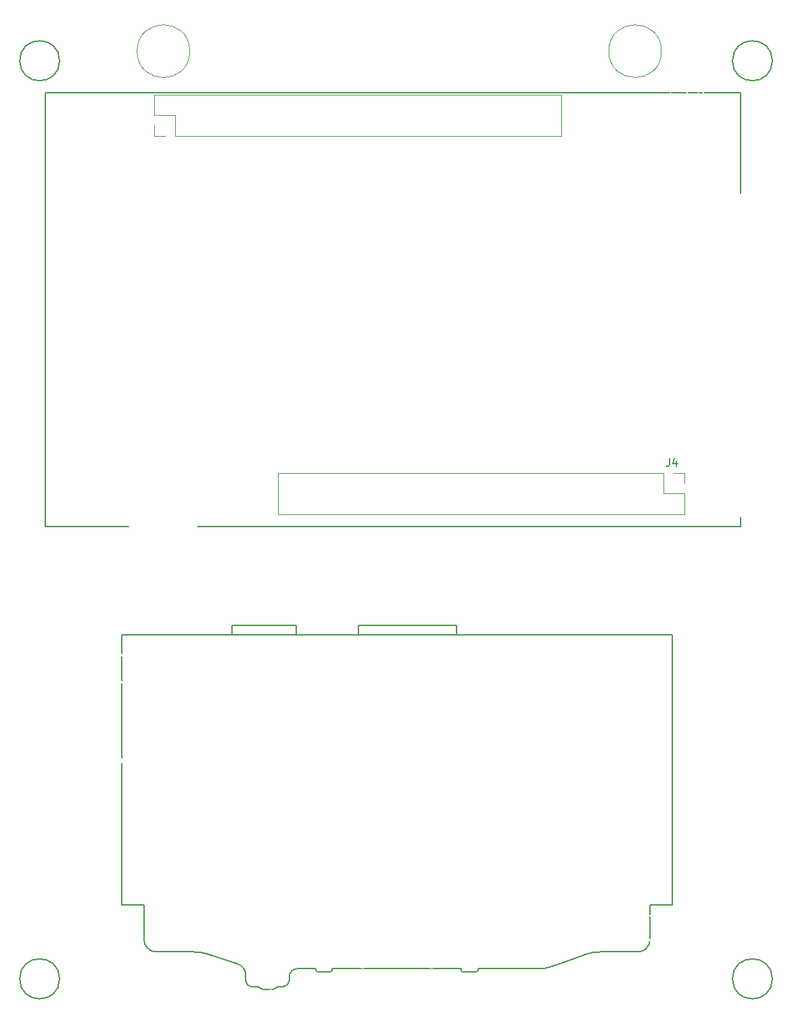
<source format=gbr>
%TF.GenerationSoftware,KiCad,Pcbnew,8.0.4*%
%TF.CreationDate,2024-10-18T18:06:38+03:00*%
%TF.ProjectId,beepy,62656570-792e-46b6-9963-61645f706362,rev?*%
%TF.SameCoordinates,Original*%
%TF.FileFunction,Legend,Top*%
%TF.FilePolarity,Positive*%
%FSLAX46Y46*%
G04 Gerber Fmt 4.6, Leading zero omitted, Abs format (unit mm)*
G04 Created by KiCad (PCBNEW 8.0.4) date 2024-10-18 18:06:38*
%MOMM*%
%LPD*%
G01*
G04 APERTURE LIST*
%ADD10C,0.150000*%
%ADD11C,0.200000*%
%ADD12C,0.100000*%
%ADD13C,0.120000*%
%ADD14C,0.000000*%
%ADD15R,1.700000X1.700000*%
%ADD16O,1.700000X1.700000*%
%ADD17C,2.500000*%
%ADD18C,2.200000*%
%ADD19C,2.700000*%
%ADD20C,2.000000*%
%ADD21C,1.500000*%
%ADD22C,0.650000*%
%ADD23O,1.000000X1.600000*%
%ADD24O,1.000000X2.100000*%
%ADD25C,0.900000*%
G04 APERTURE END LIST*
D10*
X7098501Y-76482001D02*
X76081500Y-76482001D01*
D11*
X88575000Y-4700000D02*
G75*
G02*
X83575000Y-4700000I-2500000J0D01*
G01*
X83575000Y-4700000D02*
G75*
G02*
X88575000Y-4700000I2500000J0D01*
G01*
D10*
X57534717Y-118296000D02*
X59253450Y-118296000D01*
X49053678Y-76482001D02*
X49053678Y-75371001D01*
X49793536Y-118700000D02*
X50702984Y-118700000D01*
D11*
X-650000Y-4700000D02*
G75*
G02*
X-5650000Y-4700000I-2500000J0D01*
G01*
X-5650000Y-4700000D02*
G75*
G02*
X-650000Y-4700000I2500000J0D01*
G01*
D10*
X84600000Y-62950000D02*
X84600000Y-61800000D01*
X18004167Y-116476132D02*
X21611883Y-117657980D01*
X26247719Y-120777843D02*
G75*
G02*
X25885422Y-120898088I-362319J485743D01*
G01*
X31429179Y-118296000D02*
X31429179Y-118397000D01*
X36731679Y-75371001D02*
X36731679Y-76482001D01*
X49053678Y-75371001D02*
X36731679Y-75371001D01*
X24926038Y-120898068D02*
G75*
G02*
X24542796Y-120761517I-38J605968D01*
G01*
D12*
X74700000Y-3500000D02*
G75*
G02*
X68100000Y-3500000I-3300000J0D01*
G01*
X68100000Y-3500000D02*
G75*
G02*
X74700000Y-3500000I3300000J0D01*
G01*
D10*
X49591536Y-118296000D02*
X49591536Y-118498000D01*
X67096318Y-116175000D02*
X71738500Y-116175000D01*
X28090113Y-119306000D02*
G75*
G02*
X29100113Y-118296013I1009987J0D01*
G01*
X28930946Y-75371001D02*
X20951946Y-75371001D01*
X73253500Y-114660000D02*
G75*
G02*
X71738500Y-116175000I-1515000J0D01*
G01*
D11*
X-650000Y-119550000D02*
G75*
G02*
X-5650000Y-119550000I-2500000J0D01*
G01*
X-5650000Y-119550000D02*
G75*
G02*
X-650000Y-119550000I2500000J0D01*
G01*
D10*
X31732179Y-118700000D02*
G75*
G02*
X31429200Y-118397000I-79J302900D01*
G01*
X20951946Y-75371001D02*
X20951946Y-76482001D01*
X7098501Y-76482001D02*
X7098501Y-110317000D01*
X29100113Y-118296000D02*
X31429179Y-118296000D01*
X28090113Y-119771643D02*
X28090113Y-119306000D01*
X60959418Y-117999122D02*
G75*
G02*
X59253450Y-118295989I-1705918J4753022D01*
G01*
X51730178Y-118498000D02*
X51730178Y-118296000D01*
D11*
X88575000Y-119550000D02*
G75*
G02*
X83575000Y-119550000I-2500000J0D01*
G01*
X83575000Y-119550000D02*
G75*
G02*
X88575000Y-119550000I2500000J0D01*
G01*
D10*
X24271305Y-120539858D02*
X24542807Y-120761503D01*
X51730178Y-118296000D02*
X57534717Y-118296000D01*
X60959419Y-117999123D02*
X65049157Y-116531254D01*
X33485633Y-118397000D02*
X33485633Y-118296000D01*
X22655247Y-119097697D02*
X22655247Y-119782358D01*
X16117626Y-116175000D02*
G75*
G02*
X18004163Y-116476144I-26J-6059900D01*
G01*
X28090113Y-119771643D02*
G75*
G02*
X27332613Y-120529213I-757613J43D01*
G01*
X-2400000Y-8700000D02*
X-2400000Y-62950000D01*
X-2400000Y-62950000D02*
X8000000Y-62950000D01*
X7098501Y-110317000D02*
X9926501Y-110317000D01*
X76081500Y-76482001D02*
X49053678Y-76482001D01*
X51730178Y-118498000D02*
G75*
G02*
X51528178Y-118699978I-201978J0D01*
G01*
X84600000Y-21200000D02*
X84600000Y-8700000D01*
X73253500Y-110317000D02*
X76081500Y-110317000D01*
X21611882Y-117657980D02*
G75*
G02*
X22655217Y-119097697I-471682J-1439720D01*
G01*
X73253500Y-114660000D02*
X73253500Y-110317000D01*
X65049156Y-116531253D02*
G75*
G02*
X67096318Y-116174994I2047144J-5703547D01*
G01*
X9926501Y-110317000D02*
X9926501Y-114660000D01*
X11441501Y-116175000D02*
X16117626Y-116175000D01*
X26581180Y-120529143D02*
X27332613Y-120529143D01*
X11441501Y-116175000D02*
G75*
G02*
X9926500Y-114660000I99J1515100D01*
G01*
X24926039Y-120898068D02*
X25885422Y-120898068D01*
X36731679Y-76482001D02*
X28930946Y-76482001D01*
X23412747Y-120539858D02*
G75*
G02*
X22655242Y-119782358I53J757558D01*
G01*
D12*
X15650000Y-3500000D02*
G75*
G02*
X9050000Y-3500000I-3300000J0D01*
G01*
X9050000Y-3500000D02*
G75*
G02*
X15650000Y-3500000I3300000J0D01*
G01*
D10*
X28930946Y-76482001D02*
X28930946Y-75371001D01*
X31732179Y-118700000D02*
X33182633Y-118700000D01*
X-2400000Y-8700000D02*
X84600000Y-8700000D01*
X50702984Y-118700000D02*
X51528178Y-118700000D01*
X20951946Y-76482001D02*
X7098501Y-76482001D01*
X33485633Y-118296000D02*
X49591536Y-118296000D01*
X33485633Y-118397000D02*
G75*
G02*
X33182633Y-118700033I-303033J0D01*
G01*
X49793536Y-118700000D02*
G75*
G02*
X49591500Y-118498000I-36J202000D01*
G01*
X16640000Y-62950000D02*
X84600000Y-62950000D01*
X76081500Y-110317000D02*
X76081500Y-76482001D01*
X26247718Y-120777842D02*
X26581180Y-120529143D01*
X23412747Y-120539858D02*
X24271305Y-120539858D01*
X75666666Y-54454819D02*
X75666666Y-55169104D01*
X75666666Y-55169104D02*
X75619047Y-55311961D01*
X75619047Y-55311961D02*
X75523809Y-55407200D01*
X75523809Y-55407200D02*
X75380952Y-55454819D01*
X75380952Y-55454819D02*
X75285714Y-55454819D01*
X76571428Y-54788152D02*
X76571428Y-55454819D01*
X76333333Y-54407200D02*
X76095238Y-55121485D01*
X76095238Y-55121485D02*
X76714285Y-55121485D01*
D13*
%TO.C,J4*%
X26662160Y-56248894D02*
X26662160Y-61448894D01*
X74982160Y-56248894D02*
X26662160Y-56248894D01*
X74982160Y-56248894D02*
X74982160Y-58848894D01*
X74982160Y-58848894D02*
X77582160Y-58848894D01*
X76252160Y-56248894D02*
X77582160Y-56248894D01*
X77582160Y-56248894D02*
X77582160Y-57578894D01*
X77582160Y-58848894D02*
X77582160Y-61448894D01*
X77582160Y-61448894D02*
X26662160Y-61448894D01*
%TO.C,J2*%
X11210000Y-8930000D02*
X62130000Y-8930000D01*
X11210000Y-11529999D02*
X11210000Y-8930000D01*
X11210000Y-14130000D02*
X11210000Y-12800000D01*
X12540000Y-14130000D02*
X11210000Y-14130000D01*
X13810000Y-11530000D02*
X11210000Y-11529999D01*
X13810001Y-14130000D02*
X13810000Y-11530000D01*
X13810001Y-14130000D02*
X62130000Y-14130000D01*
X62130000Y-14130000D02*
X62130000Y-8930000D01*
%TD*%
%LPC*%
D14*
%TO.C,G\u002A\u002A\u002A*%
G36*
X-4024789Y-105119587D02*
G01*
X-3952893Y-105262235D01*
X-3996029Y-105429576D01*
X-4061667Y-105500666D01*
X-4098172Y-105552220D01*
X-4127140Y-105651222D01*
X-4149393Y-105815136D01*
X-4165752Y-106061427D01*
X-4177038Y-106407559D01*
X-4184071Y-106870997D01*
X-4187674Y-107469203D01*
X-4188667Y-108201850D01*
X-4188667Y-110797634D01*
X-4696667Y-111300333D01*
X-5204667Y-111803032D01*
X-5204667Y-114494998D01*
X-5202264Y-115343979D01*
X-5194868Y-116031940D01*
X-5182194Y-116567130D01*
X-5163958Y-116957798D01*
X-5139877Y-117212191D01*
X-5109667Y-117338558D01*
X-5106638Y-117343933D01*
X-5049086Y-117531074D01*
X-5061647Y-117639117D01*
X-5178954Y-117755808D01*
X-5351117Y-117762339D01*
X-5507665Y-117662429D01*
X-5540187Y-117613879D01*
X-5577627Y-117442369D01*
X-5500832Y-117323594D01*
X-5465198Y-117266395D01*
X-5436728Y-117162343D01*
X-5414668Y-116994349D01*
X-5398260Y-116745321D01*
X-5386748Y-116398170D01*
X-5379375Y-115935806D01*
X-5375387Y-115341137D01*
X-5374025Y-114597074D01*
X-5374000Y-114457768D01*
X-5374000Y-111718774D01*
X-4823667Y-111173333D01*
X-4273333Y-110627891D01*
X-4273333Y-108115670D01*
X-4274331Y-107385861D01*
X-4277901Y-106807946D01*
X-4284907Y-106364497D01*
X-4296214Y-106038084D01*
X-4312685Y-105811277D01*
X-4335186Y-105666647D01*
X-4364581Y-105586763D01*
X-4400333Y-105554715D01*
X-4508070Y-105439879D01*
X-4513101Y-105268555D01*
X-4419183Y-105115934D01*
X-4376980Y-105087491D01*
X-4177542Y-105046412D01*
X-4024789Y-105119587D01*
G37*
G36*
X9586707Y-85806687D02*
G01*
X9679006Y-85951519D01*
X9679917Y-86031175D01*
X9716125Y-86131252D01*
X9848264Y-86313346D01*
X10082599Y-86584496D01*
X10425394Y-86951741D01*
X10882913Y-87422121D01*
X11219808Y-87761499D01*
X12785283Y-89329333D01*
X17190189Y-89329333D01*
X21595095Y-89329333D01*
X22566000Y-88355666D01*
X23536904Y-87382000D01*
X26808752Y-87382000D01*
X27654160Y-87381242D01*
X28345757Y-87378580D01*
X28899062Y-87373430D01*
X29329592Y-87365209D01*
X29652865Y-87353333D01*
X29884399Y-87337219D01*
X30039711Y-87316282D01*
X30134320Y-87289940D01*
X30183742Y-87257609D01*
X30186000Y-87255000D01*
X30356529Y-87142786D01*
X30533159Y-87153010D01*
X30671382Y-87254201D01*
X30726691Y-87414889D01*
X30663101Y-87592346D01*
X30529177Y-87676284D01*
X30357548Y-87684724D01*
X30221259Y-87624817D01*
X30186000Y-87545627D01*
X30103397Y-87525684D01*
X29863814Y-87508132D01*
X29479594Y-87493273D01*
X28963078Y-87481407D01*
X28326607Y-87472836D01*
X27582522Y-87467859D01*
X26946119Y-87466666D01*
X23706238Y-87466666D01*
X22735333Y-88440333D01*
X21764429Y-89414000D01*
X17232523Y-89414000D01*
X12700617Y-89414000D01*
X11140050Y-87851721D01*
X10589263Y-87306474D01*
X10145934Y-86881521D01*
X9804036Y-86571478D01*
X9557544Y-86370959D01*
X9400432Y-86274579D01*
X9363633Y-86264221D01*
X9179468Y-86180241D01*
X9112283Y-86023304D01*
X9178854Y-85852818D01*
X9233489Y-85803376D01*
X9417677Y-85746833D01*
X9586707Y-85806687D01*
G37*
G36*
X3303988Y-94352452D02*
G01*
X3553688Y-94446273D01*
X3633273Y-94501475D01*
X3914306Y-94814680D01*
X4068645Y-95186418D01*
X4098440Y-95579225D01*
X4005837Y-95955641D01*
X3792984Y-96278202D01*
X3519744Y-96481730D01*
X3262000Y-96615015D01*
X3262000Y-98497666D01*
X3262000Y-100380318D01*
X4616667Y-101733000D01*
X5971333Y-103085681D01*
X5971333Y-105052999D01*
X5971333Y-107020318D01*
X6229077Y-107153602D01*
X6540748Y-107398954D01*
X6736050Y-107726987D01*
X6816611Y-108100291D01*
X6784061Y-108481457D01*
X6640032Y-108833073D01*
X6386151Y-109117730D01*
X6137327Y-109259790D01*
X5831420Y-109364006D01*
X5593715Y-109381692D01*
X5345271Y-109310122D01*
X5164241Y-109226192D01*
X4810651Y-108971124D01*
X4600393Y-108626073D01*
X4532316Y-108196936D01*
X4604486Y-107774183D01*
X4804212Y-107414570D01*
X5107452Y-107160710D01*
X5120922Y-107153602D01*
X5378667Y-107020318D01*
X5378667Y-105179999D01*
X5378667Y-103339681D01*
X4024000Y-101987000D01*
X2669333Y-100634318D01*
X2669333Y-98622492D01*
X2665984Y-97967450D01*
X2656290Y-97426149D01*
X2640783Y-97011680D01*
X2619995Y-96737136D01*
X2594459Y-96615609D01*
X2587613Y-96610666D01*
X2479963Y-96558911D01*
X2301556Y-96427943D01*
X2208669Y-96349701D01*
X1928099Y-96004263D01*
X1799276Y-95614687D01*
X1822394Y-95212369D01*
X1997644Y-94828700D01*
X2197948Y-94599833D01*
X2405316Y-94432161D01*
X2600891Y-94350371D01*
X2864352Y-94325424D01*
X2953005Y-94324666D01*
X3303988Y-94352452D01*
G37*
G36*
X-1729267Y-86913152D02*
G01*
X-1434856Y-87077961D01*
X-1388154Y-87121487D01*
X-1198526Y-87408919D01*
X-1143462Y-87723405D01*
X-1203673Y-88033251D01*
X-1359868Y-88306763D01*
X-1592756Y-88512248D01*
X-1883047Y-88618011D01*
X-2211452Y-88592358D01*
X-2271076Y-88572120D01*
X-2365025Y-88552550D01*
X-2468767Y-88579038D01*
X-2606109Y-88668754D01*
X-2800857Y-88838867D01*
X-3076819Y-89106549D01*
X-3244707Y-89274320D01*
X-4019334Y-90052181D01*
X-4019333Y-96359316D01*
X-4019333Y-102666450D01*
X-2749333Y-103934333D01*
X-1479333Y-105202216D01*
X-1479333Y-108614499D01*
X-1479333Y-112026782D01*
X-1140667Y-112348948D01*
X-918840Y-112592759D01*
X-817058Y-112802408D01*
X-802000Y-112934240D01*
X-870957Y-113322336D01*
X-1058009Y-113622087D01*
X-1333429Y-113813813D01*
X-1667490Y-113877838D01*
X-2030465Y-113794483D01*
X-2072000Y-113774916D01*
X-2246244Y-113630909D01*
X-2409678Y-113407723D01*
X-2438566Y-113353335D01*
X-2534428Y-113114664D01*
X-2541855Y-112917097D01*
X-2492362Y-112730663D01*
X-2336492Y-112451164D01*
X-2147498Y-112285659D01*
X-1903737Y-112147000D01*
X-1903202Y-108801608D01*
X-1902667Y-105456216D01*
X-3172667Y-104188333D01*
X-4442667Y-102920450D01*
X-4442667Y-96398470D01*
X-4442667Y-89876489D01*
X-3602919Y-89039892D01*
X-3267950Y-88702469D01*
X-3038978Y-88459239D01*
X-2899352Y-88287637D01*
X-2832425Y-88165100D01*
X-2821546Y-88069065D01*
X-2838809Y-88004350D01*
X-2890564Y-87671305D01*
X-2805388Y-87373013D01*
X-2614975Y-87128762D01*
X-2351021Y-86957842D01*
X-2045220Y-86879542D01*
X-1729267Y-86913152D01*
G37*
G36*
X2590347Y-89712136D02*
G01*
X2725605Y-89822738D01*
X2751165Y-89989863D01*
X2677638Y-90150873D01*
X2515633Y-90243126D01*
X2500000Y-90245554D01*
X2352358Y-90321281D01*
X2093912Y-90524612D01*
X1724914Y-90855322D01*
X1245618Y-91313189D01*
X912500Y-91641591D01*
X-463333Y-93010408D01*
X-463333Y-96525685D01*
X-463333Y-100040962D01*
X1611000Y-102114000D01*
X3685333Y-104187037D01*
X3685333Y-109007018D01*
X3685646Y-110037231D01*
X3686842Y-110911383D01*
X3689305Y-111642744D01*
X3693423Y-112244586D01*
X3699579Y-112730180D01*
X3708159Y-113112797D01*
X3719549Y-113405709D01*
X3734134Y-113622187D01*
X3752299Y-113775501D01*
X3774430Y-113878923D01*
X3800913Y-113945724D01*
X3829941Y-113986789D01*
X3908762Y-114162895D01*
X3866680Y-114326685D01*
X3743615Y-114437161D01*
X3579489Y-114453328D01*
X3450738Y-114376204D01*
X3352458Y-114193244D01*
X3423024Y-114015579D01*
X3473667Y-113967333D01*
X3501106Y-113927130D01*
X3524375Y-113847200D01*
X3543802Y-113714776D01*
X3559719Y-113517089D01*
X3572458Y-113241371D01*
X3582348Y-112874853D01*
X3589721Y-112404768D01*
X3594907Y-111818347D01*
X3598238Y-111102821D01*
X3600044Y-110245423D01*
X3600657Y-109233385D01*
X3600667Y-109066818D01*
X3600667Y-104271703D01*
X1526333Y-102198666D01*
X-548000Y-100125629D01*
X-548000Y-96525685D01*
X-548000Y-92925741D01*
X849000Y-91530666D01*
X1364421Y-91008842D01*
X1757522Y-90594562D01*
X2032612Y-90282947D01*
X2193999Y-90069120D01*
X2246000Y-89949125D01*
X2297718Y-89750382D01*
X2451902Y-89686336D01*
X2590347Y-89712136D01*
G37*
G36*
X10488937Y-77295498D02*
G01*
X10749044Y-77457925D01*
X10938309Y-77693455D01*
X11023677Y-77988746D01*
X10987694Y-78283927D01*
X10964722Y-78368626D01*
X10961025Y-78448472D01*
X10989366Y-78539271D01*
X11062505Y-78656827D01*
X11193204Y-78816943D01*
X11394224Y-79035425D01*
X11678327Y-79328075D01*
X12058274Y-79710700D01*
X12481155Y-80133498D01*
X14058629Y-81709333D01*
X15879418Y-81709333D01*
X17700208Y-81709333D01*
X18756000Y-80651000D01*
X19811792Y-79592666D01*
X21779388Y-79592666D01*
X23746985Y-79592666D01*
X23869809Y-79355150D01*
X24091407Y-79092337D01*
X24395119Y-78948458D01*
X24735219Y-78931410D01*
X25065977Y-79049087D01*
X25177946Y-79129288D01*
X25418771Y-79423693D01*
X25496206Y-79761837D01*
X25413804Y-80128605D01*
X25207074Y-80437171D01*
X24922018Y-80617709D01*
X24596242Y-80665618D01*
X24267347Y-80576298D01*
X23972939Y-80345147D01*
X23942478Y-80308620D01*
X23709000Y-80016004D01*
X21845063Y-80016002D01*
X19981125Y-80016000D01*
X18925333Y-81074333D01*
X17869541Y-82132666D01*
X15877789Y-82132666D01*
X13886038Y-82132666D01*
X12245789Y-80490797D01*
X11756311Y-80002271D01*
X11370578Y-79621970D01*
X11073717Y-79337272D01*
X10850858Y-79135556D01*
X10687128Y-79004198D01*
X10567656Y-78930577D01*
X10477570Y-78902071D01*
X10401999Y-78906058D01*
X10383936Y-78910568D01*
X10018145Y-78938728D01*
X9703401Y-78829625D01*
X9462775Y-78613002D01*
X9319338Y-78318601D01*
X9296160Y-77976165D01*
X9401210Y-77643638D01*
X9614124Y-77380244D01*
X9888421Y-77243316D01*
X10191044Y-77219516D01*
X10488937Y-77295498D01*
G37*
G36*
X20999667Y-98134666D02*
G01*
X22182731Y-99320000D01*
X24121865Y-99320000D01*
X24749244Y-99318944D01*
X25228657Y-99314749D01*
X25581463Y-99305869D01*
X25829024Y-99290761D01*
X25992697Y-99267880D01*
X26093844Y-99235682D01*
X26153825Y-99192622D01*
X26171207Y-99171833D01*
X26311866Y-99084278D01*
X26459158Y-99128632D01*
X26564576Y-99276701D01*
X26587667Y-99413894D01*
X26524006Y-99580805D01*
X26373909Y-99648846D01*
X26198700Y-99601850D01*
X26125391Y-99535752D01*
X26068343Y-99493032D01*
X25963591Y-99460476D01*
X25790629Y-99436786D01*
X25528948Y-99420660D01*
X25158040Y-99410799D01*
X24657399Y-99405903D01*
X24057332Y-99404666D01*
X22098065Y-99404666D01*
X20915000Y-98219333D01*
X19731935Y-97034000D01*
X16322967Y-97034000D01*
X12914000Y-97034000D01*
X12914000Y-98537825D01*
X12914000Y-100041651D01*
X14248463Y-101374159D01*
X15582925Y-102706666D01*
X17206799Y-102706666D01*
X17791746Y-102702310D01*
X18268084Y-102689794D01*
X18619388Y-102669949D01*
X18829231Y-102643604D01*
X18883000Y-102622000D01*
X19012171Y-102547225D01*
X19197188Y-102548765D01*
X19348420Y-102618974D01*
X19379284Y-102664333D01*
X19394856Y-102855712D01*
X19379284Y-102918333D01*
X19266445Y-103013751D01*
X19084139Y-103043544D01*
X18921997Y-103000066D01*
X18883000Y-102960666D01*
X18780777Y-102930577D01*
X18525146Y-102906313D01*
X18131959Y-102888657D01*
X17617067Y-102878386D01*
X17162541Y-102876000D01*
X15494408Y-102876000D01*
X14119537Y-101499232D01*
X12744667Y-100122464D01*
X12744667Y-98535898D01*
X12744667Y-96949333D01*
X16280634Y-96949333D01*
X19816602Y-96949333D01*
X20999667Y-98134666D01*
G37*
G36*
X38939580Y-80859130D02*
G01*
X39029914Y-81023802D01*
X39033667Y-81074333D01*
X38969045Y-81260872D01*
X38814317Y-81342015D01*
X38628188Y-81293168D01*
X38587456Y-81261274D01*
X38533107Y-81223528D01*
X38450755Y-81192922D01*
X38323669Y-81168720D01*
X38135116Y-81150185D01*
X37868367Y-81136582D01*
X37506688Y-81127175D01*
X37033350Y-81121227D01*
X36431621Y-81118004D01*
X35684769Y-81116769D01*
X35299680Y-81116666D01*
X32171694Y-81116666D01*
X31498333Y-81794000D01*
X30824972Y-82471333D01*
X26503891Y-82471333D01*
X22182810Y-82471333D01*
X20957333Y-83698999D01*
X19731857Y-84926666D01*
X17047592Y-84926666D01*
X16241408Y-84929331D01*
X15564159Y-84937156D01*
X15024131Y-84949884D01*
X14629610Y-84967259D01*
X14388882Y-84989024D01*
X14311000Y-85011333D01*
X14181829Y-85086107D01*
X13996812Y-85084567D01*
X13845580Y-85014358D01*
X13814715Y-84969000D01*
X13799143Y-84777621D01*
X13814715Y-84715000D01*
X13927555Y-84619581D01*
X14109861Y-84589788D01*
X14272002Y-84633267D01*
X14311000Y-84672666D01*
X14411268Y-84698214D01*
X14672330Y-84719537D01*
X15085696Y-84736370D01*
X15642872Y-84748444D01*
X16335367Y-84755491D01*
X17000644Y-84757333D01*
X19637961Y-84757333D01*
X20875500Y-83529666D01*
X22113039Y-82302000D01*
X26469139Y-82301999D01*
X30825238Y-82301999D01*
X31456000Y-81666999D01*
X32086762Y-81031999D01*
X35257214Y-81032000D01*
X36080277Y-81031427D01*
X36750618Y-81029228D01*
X37284846Y-81024682D01*
X37699571Y-81017067D01*
X38011402Y-81005663D01*
X38236949Y-80989747D01*
X38392819Y-80968600D01*
X38495624Y-80941498D01*
X38561971Y-80907723D01*
X38587456Y-80887392D01*
X38772525Y-80805462D01*
X38939580Y-80859130D01*
G37*
G36*
X-6213713Y-84826711D02*
G01*
X-6210600Y-84828637D01*
X-6101900Y-84857530D01*
X-5871590Y-84881006D01*
X-5511127Y-84899328D01*
X-5011967Y-84912757D01*
X-4365567Y-84921558D01*
X-3563383Y-84925992D01*
X-3022757Y-84926666D01*
X8118Y-84926666D01*
X449725Y-85373829D01*
X891333Y-85820991D01*
X891333Y-87258476D01*
X891333Y-88695961D01*
X-759667Y-90345333D01*
X-2410667Y-91994704D01*
X-2410667Y-96652876D01*
X-2410667Y-101311047D01*
X-463333Y-103257000D01*
X1484000Y-105202952D01*
X1484000Y-107398309D01*
X1485233Y-108079391D01*
X1489687Y-108610945D01*
X1498490Y-109012768D01*
X1512773Y-109304652D01*
X1533666Y-109506391D01*
X1562299Y-109637780D01*
X1599801Y-109718613D01*
X1617748Y-109741456D01*
X1700118Y-109919947D01*
X1663281Y-110086521D01*
X1545162Y-110200378D01*
X1383688Y-110220715D01*
X1246933Y-110140400D01*
X1158765Y-109972458D01*
X1161060Y-109790225D01*
X1230000Y-109691666D01*
X1257246Y-109590586D01*
X1279690Y-109331016D01*
X1296930Y-108923742D01*
X1308563Y-108379550D01*
X1314188Y-107709227D01*
X1314667Y-107421146D01*
X1314667Y-105202952D01*
X-632667Y-103257000D01*
X-2580000Y-101311047D01*
X-2580000Y-96616182D01*
X-2580000Y-91921317D01*
X-929000Y-90262788D01*
X722000Y-88604259D01*
X722000Y-87213167D01*
X722000Y-85822076D01*
X365705Y-85459038D01*
X9410Y-85096000D01*
X-3022111Y-85095999D01*
X-3918756Y-85098018D01*
X-4654657Y-85104250D01*
X-5238358Y-85114956D01*
X-5678404Y-85130401D01*
X-5983336Y-85150846D01*
X-6161699Y-85176554D01*
X-6210600Y-85194028D01*
X-6414490Y-85252836D01*
X-6576648Y-85185560D01*
X-6643983Y-85014578D01*
X-6644000Y-85011333D01*
X-6578494Y-84838963D01*
X-6417368Y-84769963D01*
X-6213713Y-84826711D01*
G37*
G36*
X6318673Y-77906441D02*
G01*
X6377204Y-78030827D01*
X6441781Y-78134024D01*
X6611710Y-78338738D01*
X6871366Y-78628001D01*
X7205124Y-78984846D01*
X7597361Y-79392305D01*
X8032450Y-79833411D01*
X8091704Y-79892700D01*
X9781333Y-81580745D01*
X9781333Y-82640731D01*
X9781333Y-83700716D01*
X11327336Y-85245024D01*
X12873338Y-86789333D01*
X16811015Y-86789333D01*
X20748692Y-86789333D01*
X21634667Y-85900333D01*
X22520641Y-85011333D01*
X31814320Y-85011333D01*
X33158172Y-85010656D01*
X34427959Y-85008674D01*
X35614821Y-85005458D01*
X36709895Y-85001081D01*
X37704319Y-84995615D01*
X38589232Y-84989132D01*
X39355772Y-84981703D01*
X39995076Y-84973402D01*
X40498282Y-84964300D01*
X40856530Y-84954469D01*
X41060956Y-84943981D01*
X41108000Y-84935725D01*
X41176494Y-84837269D01*
X41328243Y-84798989D01*
X41482646Y-84838337D01*
X41499731Y-84850906D01*
X41614177Y-85022297D01*
X41597725Y-85189256D01*
X41483843Y-85306637D01*
X41305999Y-85329294D01*
X41182600Y-85278695D01*
X41109333Y-85262140D01*
X40941115Y-85247338D01*
X40671475Y-85234220D01*
X40293943Y-85222720D01*
X39802048Y-85212768D01*
X39189321Y-85204297D01*
X38449291Y-85197240D01*
X37575489Y-85191529D01*
X36561443Y-85187096D01*
X35400684Y-85183873D01*
X34086742Y-85181793D01*
X32613146Y-85180787D01*
X31821619Y-85180666D01*
X22617607Y-85180666D01*
X21715456Y-86069666D01*
X20813305Y-86958666D01*
X16841650Y-86958666D01*
X12869995Y-86958666D01*
X11283331Y-85370352D01*
X9696667Y-83782037D01*
X9696667Y-82766077D01*
X9696667Y-81750117D01*
X7982167Y-80043420D01*
X7534025Y-79602046D01*
X7117730Y-79201001D01*
X6750119Y-78855802D01*
X6448032Y-78581966D01*
X6228304Y-78395009D01*
X6107774Y-78310449D01*
X6098333Y-78307369D01*
X5959383Y-78216664D01*
X5929000Y-78067507D01*
X5964242Y-77907188D01*
X6102594Y-77857851D01*
X6140667Y-77857000D01*
X6318673Y-77906441D01*
G37*
G36*
X-6213713Y-79577378D02*
G01*
X-6210600Y-79579304D01*
X-6123921Y-79601021D01*
X-5933159Y-79619698D01*
X-5630375Y-79635478D01*
X-5207633Y-79648503D01*
X-4656993Y-79658916D01*
X-3970518Y-79666858D01*
X-3140270Y-79672473D01*
X-2158309Y-79675902D01*
X-1016699Y-79677288D01*
X-745134Y-79677333D01*
X4563364Y-79677333D01*
X6029349Y-81134668D01*
X7495333Y-82592003D01*
X7495333Y-84754706D01*
X7495333Y-86917409D01*
X9972362Y-89393371D01*
X12449392Y-91869333D01*
X18114862Y-91869333D01*
X19241077Y-91869032D01*
X20210030Y-91867939D01*
X21033795Y-91865769D01*
X21724443Y-91862238D01*
X22294045Y-91857060D01*
X22754675Y-91849950D01*
X23118403Y-91840625D01*
X23397302Y-91828798D01*
X23603443Y-91814185D01*
X23748898Y-91796502D01*
X23845740Y-91775463D01*
X23906040Y-91750783D01*
X23932013Y-91732064D01*
X24113038Y-91647655D01*
X24280717Y-91683790D01*
X24392037Y-91803847D01*
X24403986Y-91971203D01*
X24343105Y-92082078D01*
X24168165Y-92199056D01*
X23989200Y-92148273D01*
X23920667Y-92081000D01*
X23883113Y-92055838D01*
X23807504Y-92034166D01*
X23682217Y-92015730D01*
X23495629Y-92000281D01*
X23236119Y-91987566D01*
X22892065Y-91977335D01*
X22451845Y-91969336D01*
X21903837Y-91963318D01*
X21236419Y-91959029D01*
X20437969Y-91956219D01*
X19496865Y-91954636D01*
X18401484Y-91954029D01*
X18046585Y-91954000D01*
X12277905Y-91954000D01*
X9844286Y-89519295D01*
X7410667Y-87084590D01*
X7410667Y-84925221D01*
X7410667Y-82765852D01*
X5949284Y-81306259D01*
X4487902Y-79846666D01*
X-782865Y-79846666D01*
X-1956238Y-79847633D01*
X-2968244Y-79850630D01*
X-3826837Y-79855801D01*
X-4539973Y-79863288D01*
X-5115608Y-79873237D01*
X-5561696Y-79885790D01*
X-5886194Y-79901092D01*
X-6097055Y-79919286D01*
X-6202236Y-79940515D01*
X-6210600Y-79944695D01*
X-6414490Y-80003503D01*
X-6576648Y-79936227D01*
X-6643983Y-79765245D01*
X-6644000Y-79761999D01*
X-6578494Y-79589630D01*
X-6417368Y-79520630D01*
X-6213713Y-79577378D01*
G37*
G36*
X-6219460Y-82181936D02*
G01*
X-5899322Y-82344813D01*
X-5702425Y-82551744D01*
X-5511489Y-82810000D01*
X-1876400Y-82810000D01*
X1758690Y-82810000D01*
X2468012Y-83502351D01*
X3177333Y-84194703D01*
X3177333Y-86063856D01*
X3177333Y-87933008D01*
X7156667Y-91911666D01*
X11136000Y-95890324D01*
X11136000Y-98516034D01*
X11136000Y-101141744D01*
X13022173Y-103026520D01*
X13547860Y-103551104D01*
X13968242Y-103967611D01*
X14297440Y-104288014D01*
X14549574Y-104524287D01*
X14738764Y-104688402D01*
X14879128Y-104792332D01*
X14984787Y-104848050D01*
X15069861Y-104867528D01*
X15148468Y-104862741D01*
X15180666Y-104856833D01*
X15556152Y-104856827D01*
X15871715Y-104999001D01*
X16098674Y-105259109D01*
X16208349Y-105612904D01*
X16214117Y-105730521D01*
X16140461Y-106095156D01*
X15946440Y-106370792D01*
X15665367Y-106539542D01*
X15330555Y-106583514D01*
X14975317Y-106484820D01*
X14893561Y-106439654D01*
X14636294Y-106193944D01*
X14503283Y-105872254D01*
X14515444Y-105526219D01*
X14518739Y-105514361D01*
X14533386Y-105442256D01*
X14526639Y-105366319D01*
X14486783Y-105272862D01*
X14402099Y-105148199D01*
X14260871Y-104978645D01*
X14051382Y-104750513D01*
X13761915Y-104450117D01*
X13380754Y-104063771D01*
X12896181Y-103577788D01*
X12650842Y-103332515D01*
X10712667Y-101395713D01*
X10712667Y-98727685D01*
X10712667Y-96059657D01*
X6733333Y-92081000D01*
X2754000Y-88102342D01*
X2754000Y-86283662D01*
X2754000Y-84464982D01*
X2142285Y-83849157D01*
X1530571Y-83233333D01*
X-2000676Y-83233333D01*
X-2866150Y-83233560D01*
X-3577650Y-83234718D01*
X-4150534Y-83237523D01*
X-4600160Y-83242692D01*
X-4941888Y-83250941D01*
X-5191074Y-83262985D01*
X-5363079Y-83279541D01*
X-5473261Y-83301325D01*
X-5536978Y-83329053D01*
X-5569588Y-83363441D01*
X-5584966Y-83400458D01*
X-5743262Y-83644258D01*
X-6014547Y-83824663D01*
X-6345182Y-83908420D01*
X-6407931Y-83910666D01*
X-6748602Y-83842893D01*
X-7002238Y-83662731D01*
X-7165634Y-83404922D01*
X-7235587Y-83104203D01*
X-7208892Y-82795314D01*
X-7082344Y-82512994D01*
X-6852738Y-82291983D01*
X-6567868Y-82176874D01*
X-6219460Y-82181936D01*
G37*
G36*
X78341894Y-100398314D02*
G01*
X78454519Y-100570509D01*
X78446690Y-100786462D01*
X78424555Y-100836001D01*
X78320645Y-100969964D01*
X78251666Y-101005334D01*
X78218601Y-101086113D01*
X78192798Y-101313087D01*
X78175940Y-101663206D01*
X78169710Y-102113422D01*
X78169705Y-102127608D01*
X78169705Y-103249882D01*
X81227899Y-106297001D01*
X84286093Y-109344119D01*
X84286093Y-110762726D01*
X84290582Y-111258952D01*
X84303172Y-111671271D01*
X84322552Y-111976089D01*
X84347411Y-112149811D01*
X84364975Y-112181334D01*
X84519320Y-112255071D01*
X84648774Y-112434545D01*
X84710110Y-112657148D01*
X84710842Y-112682259D01*
X84641379Y-112937232D01*
X84465380Y-113114510D01*
X84231431Y-113194177D01*
X83988120Y-113156317D01*
X83832035Y-113042500D01*
X83704103Y-112791145D01*
X83725601Y-112522824D01*
X83891484Y-112291063D01*
X83903819Y-112281127D01*
X83983478Y-112213853D01*
X84040217Y-112138509D01*
X84077924Y-112027465D01*
X84100488Y-111853088D01*
X84111795Y-111587746D01*
X84115735Y-111203806D01*
X84116194Y-110771708D01*
X84116194Y-109428785D01*
X81058000Y-106381667D01*
X77999806Y-103334549D01*
X77999806Y-102180308D01*
X77996140Y-101692675D01*
X77983390Y-101348264D01*
X77958926Y-101121086D01*
X77920120Y-100985152D01*
X77872381Y-100920667D01*
X77753410Y-100738258D01*
X77771746Y-100546159D01*
X77905253Y-100393169D01*
X78131795Y-100328087D01*
X78141231Y-100328001D01*
X78341894Y-100398314D01*
G37*
G36*
X82405584Y-94041796D02*
G01*
X82521309Y-94195363D01*
X82545275Y-94381971D01*
X82463347Y-94544890D01*
X82368154Y-94603797D01*
X82328435Y-94645110D01*
X82298136Y-94747494D01*
X82276101Y-94930033D01*
X82261171Y-95211811D01*
X82252190Y-95611914D01*
X82248000Y-96149426D01*
X82247297Y-96597031D01*
X82246639Y-97220720D01*
X82243478Y-97696411D01*
X82236036Y-98045439D01*
X82222534Y-98289138D01*
X82201193Y-98448843D01*
X82170234Y-98545888D01*
X82127879Y-98601607D01*
X82077398Y-98634667D01*
X81935410Y-98801410D01*
X81907498Y-98971512D01*
X81832236Y-99216640D01*
X81643988Y-99405353D01*
X81399060Y-99481332D01*
X81397799Y-99481334D01*
X81231087Y-99435007D01*
X81076901Y-99349533D01*
X80918137Y-99148035D01*
X80880750Y-98892210D01*
X80962515Y-98643908D01*
X81107649Y-98495196D01*
X81287767Y-98405144D01*
X81464026Y-98408597D01*
X81616853Y-98456213D01*
X81830832Y-98512161D01*
X81979230Y-98513660D01*
X81991953Y-98507972D01*
X82018084Y-98412100D01*
X82039582Y-98178613D01*
X82056401Y-97836160D01*
X82068495Y-97413391D01*
X82075821Y-96938955D01*
X82078331Y-96441504D01*
X82075982Y-95949686D01*
X82068728Y-95492151D01*
X82056523Y-95097550D01*
X82039322Y-94794532D01*
X82017081Y-94611747D01*
X81998172Y-94570667D01*
X81903676Y-94500485D01*
X81857671Y-94340912D01*
X81874366Y-94168405D01*
X81910881Y-94100938D01*
X82073048Y-94002480D01*
X82212235Y-93978001D01*
X82405584Y-94041796D01*
G37*
G36*
X87219424Y-76326053D02*
G01*
X87374522Y-76454724D01*
X87427727Y-76636405D01*
X87353548Y-76824154D01*
X87301812Y-76875334D01*
X87284561Y-76904143D01*
X87268911Y-76965823D01*
X87254789Y-77068118D01*
X87242117Y-77218768D01*
X87230819Y-77425515D01*
X87220820Y-77696102D01*
X87212044Y-78038271D01*
X87204414Y-78459764D01*
X87197854Y-78968322D01*
X87192289Y-79571688D01*
X87187642Y-80277604D01*
X87183838Y-81093811D01*
X87180799Y-82028052D01*
X87178451Y-83088069D01*
X87176718Y-84281603D01*
X87175522Y-85616397D01*
X87174789Y-87100193D01*
X87174442Y-88740732D01*
X87174388Y-89851159D01*
X87174388Y-102721583D01*
X87386762Y-102917749D01*
X87561007Y-103171606D01*
X87581420Y-103444486D01*
X87445924Y-103697409D01*
X87429237Y-103714667D01*
X87194543Y-103863538D01*
X86943762Y-103847405D01*
X86768540Y-103752200D01*
X86610974Y-103551349D01*
X86572664Y-103295290D01*
X86651843Y-103047662D01*
X86792113Y-102902548D01*
X87004488Y-102763859D01*
X87004488Y-89872297D01*
X87004360Y-88132613D01*
X87003924Y-86554454D01*
X87003100Y-85130009D01*
X87001810Y-83851469D01*
X86999975Y-82711026D01*
X86997514Y-81700869D01*
X86994349Y-80813190D01*
X86990402Y-80040179D01*
X86985592Y-79374026D01*
X86979841Y-78806924D01*
X86973070Y-78331061D01*
X86965199Y-77938630D01*
X86956149Y-77621820D01*
X86945841Y-77372823D01*
X86934197Y-77183829D01*
X86921137Y-77047029D01*
X86906581Y-76954613D01*
X86890451Y-76898773D01*
X86872768Y-76871781D01*
X86768693Y-76700918D01*
X86773828Y-76503235D01*
X86874656Y-76346149D01*
X86987926Y-76297334D01*
X87219424Y-76326053D01*
G37*
G36*
X80515297Y-95325963D02*
G01*
X80657735Y-95456929D01*
X80674838Y-95499214D01*
X80688599Y-95686016D01*
X80635804Y-95852649D01*
X80539937Y-95925330D01*
X80539212Y-95925334D01*
X80522582Y-96007510D01*
X80507411Y-96244084D01*
X80493998Y-96620126D01*
X80482647Y-97120703D01*
X80473659Y-97730884D01*
X80467336Y-98435739D01*
X80463979Y-99220335D01*
X80463506Y-99671834D01*
X80463662Y-103418334D01*
X83394276Y-106083333D01*
X86324889Y-108748333D01*
X86324889Y-111080339D01*
X86324889Y-113412345D01*
X85537507Y-114193839D01*
X84750125Y-114975334D01*
X81692689Y-114975334D01*
X78635252Y-114975334D01*
X77022883Y-113366667D01*
X75410513Y-111758001D01*
X71766573Y-111758001D01*
X68122633Y-111758001D01*
X67925811Y-111969667D01*
X67674503Y-112146236D01*
X67417236Y-112160442D01*
X67179632Y-112012655D01*
X67132393Y-111958249D01*
X66986958Y-111724169D01*
X66983779Y-111532412D01*
X67125481Y-111328836D01*
X67164841Y-111288485D01*
X67379657Y-111123310D01*
X67575221Y-111103002D01*
X67790937Y-111230021D01*
X67903845Y-111334667D01*
X68158694Y-111588667D01*
X71827078Y-111588667D01*
X75495462Y-111588667D01*
X77107832Y-113197334D01*
X78720202Y-114806001D01*
X81692604Y-114806001D01*
X84665006Y-114806001D01*
X85409998Y-114066932D01*
X86154990Y-113327864D01*
X86154834Y-111082432D01*
X86154678Y-108837001D01*
X83224065Y-106172001D01*
X80293451Y-103507002D01*
X80293451Y-99763498D01*
X80291542Y-98787430D01*
X80285900Y-97946188D01*
X80276656Y-97245631D01*
X80263941Y-96691616D01*
X80247885Y-96290000D01*
X80228619Y-96046641D01*
X80208958Y-95967949D01*
X80102205Y-95855474D01*
X80037112Y-95753226D01*
X80000951Y-95597006D01*
X80098164Y-95443000D01*
X80115300Y-95425558D01*
X80314612Y-95312890D01*
X80515297Y-95325963D01*
G37*
G36*
X88343164Y-110807018D02*
G01*
X88363685Y-110826667D01*
X88512182Y-111073798D01*
X88501847Y-111332495D01*
X88334974Y-111562457D01*
X88321210Y-111573541D01*
X88242627Y-111639702D01*
X88186301Y-111713646D01*
X88148528Y-111822465D01*
X88125601Y-111993254D01*
X88113814Y-112253106D01*
X88109461Y-112629114D01*
X88108836Y-113126123D01*
X88108836Y-114512208D01*
X87066974Y-115548104D01*
X86025111Y-116584001D01*
X80546277Y-116584001D01*
X75067443Y-116584001D01*
X73370040Y-114890667D01*
X71672636Y-113197334D01*
X66808462Y-113197334D01*
X65778644Y-113198687D01*
X64850612Y-113202645D01*
X64033801Y-113209055D01*
X63337647Y-113217763D01*
X62771585Y-113228617D01*
X62345051Y-113241462D01*
X62067481Y-113256146D01*
X61948311Y-113272516D01*
X61944287Y-113276295D01*
X61872385Y-113366795D01*
X61707407Y-113419889D01*
X61525446Y-113413857D01*
X61495599Y-113404374D01*
X61342767Y-113276170D01*
X61305176Y-113093780D01*
X61369832Y-112914099D01*
X61523744Y-112794026D01*
X61639550Y-112774001D01*
X61841840Y-112825332D01*
X61944287Y-112901001D01*
X61984491Y-112928327D01*
X62064469Y-112951518D01*
X62196974Y-112970899D01*
X62394760Y-112986796D01*
X62670581Y-112999537D01*
X63037189Y-113009448D01*
X63507340Y-113016856D01*
X64093785Y-113022087D01*
X64809279Y-113025467D01*
X65666575Y-113027324D01*
X66678427Y-113027983D01*
X66903813Y-113028001D01*
X71757586Y-113028001D01*
X73454990Y-114721334D01*
X75152393Y-116414667D01*
X80546228Y-116414667D01*
X85940063Y-116414667D01*
X86939500Y-115421157D01*
X87938936Y-114427647D01*
X87938936Y-113117171D01*
X87937976Y-112619156D01*
X87932492Y-112262244D01*
X87918583Y-112018208D01*
X87892344Y-111858820D01*
X87849873Y-111755852D01*
X87787266Y-111681076D01*
X87733883Y-111634181D01*
X87521869Y-111388073D01*
X87477795Y-111142285D01*
X87599991Y-110887181D01*
X87603814Y-110882304D01*
X87835317Y-110698262D01*
X88093127Y-110672335D01*
X88343164Y-110807018D01*
G37*
G36*
X71107936Y-114340340D02*
G01*
X71256242Y-114521153D01*
X71308411Y-114759580D01*
X71242295Y-115019251D01*
X71140511Y-115165834D01*
X70924342Y-115296126D01*
X70671472Y-115281120D01*
X70425770Y-115124597D01*
X70404236Y-115102334D01*
X70207413Y-114890667D01*
X60012339Y-114890667D01*
X58470928Y-114890836D01*
X57090582Y-114891416D01*
X55862464Y-114892520D01*
X54777739Y-114894261D01*
X53827573Y-114896750D01*
X53003130Y-114900101D01*
X52295574Y-114904426D01*
X51696070Y-114909837D01*
X51195784Y-114916446D01*
X50785878Y-114924366D01*
X50457519Y-114933710D01*
X50201871Y-114944589D01*
X50010099Y-114957117D01*
X49873367Y-114971404D01*
X49782840Y-114987565D01*
X49729683Y-115005711D01*
X49708109Y-115021753D01*
X49540177Y-115118990D01*
X49421620Y-115127586D01*
X49293061Y-115066098D01*
X49230917Y-114900366D01*
X49218566Y-114795607D01*
X49242445Y-114539310D01*
X49359629Y-114421447D01*
X49557082Y-114448386D01*
X49724670Y-114548309D01*
X49761965Y-114574307D01*
X49805546Y-114597560D01*
X49864597Y-114618223D01*
X49948301Y-114636448D01*
X50065842Y-114652388D01*
X50226403Y-114666196D01*
X50439167Y-114678025D01*
X50713317Y-114688029D01*
X51058037Y-114696360D01*
X51482510Y-114703171D01*
X51995920Y-114708616D01*
X52607448Y-114712847D01*
X53326280Y-114716017D01*
X54161598Y-114718280D01*
X55122585Y-114719788D01*
X56218425Y-114720694D01*
X57458301Y-114721152D01*
X58851397Y-114721314D01*
X60108701Y-114721334D01*
X61634220Y-114721273D01*
X62998849Y-114720996D01*
X64211601Y-114720362D01*
X65281486Y-114719228D01*
X66217516Y-114717454D01*
X67028700Y-114714898D01*
X67724052Y-114711418D01*
X68312580Y-114706873D01*
X68803297Y-114701121D01*
X69205213Y-114694020D01*
X69527339Y-114685430D01*
X69778686Y-114675208D01*
X69968266Y-114663213D01*
X70105089Y-114649304D01*
X70198166Y-114633338D01*
X70256508Y-114615175D01*
X70289126Y-114594672D01*
X70305032Y-114571689D01*
X70308946Y-114561106D01*
X70419510Y-114416883D01*
X70611494Y-114297041D01*
X70885638Y-114253513D01*
X71107936Y-114340340D01*
G37*
G36*
X81759735Y-84033604D02*
G01*
X81902533Y-84164532D01*
X81926615Y-84369474D01*
X81827115Y-84596752D01*
X81814331Y-84613515D01*
X81765754Y-84685545D01*
X81727969Y-84777450D01*
X81699633Y-84909819D01*
X81679404Y-85103240D01*
X81665937Y-85378300D01*
X81657891Y-85755588D01*
X81653922Y-86255691D01*
X81652687Y-86899198D01*
X81652648Y-87092014D01*
X81652648Y-89365652D01*
X83010800Y-90717293D01*
X83452107Y-91154883D01*
X83791977Y-91486090D01*
X84048144Y-91725222D01*
X84238344Y-91886585D01*
X84380311Y-91984488D01*
X84491782Y-92033237D01*
X84590491Y-92047140D01*
X84655743Y-92044308D01*
X84954574Y-92083025D01*
X85148485Y-92248592D01*
X85220441Y-92526099D01*
X85220541Y-92538667D01*
X85170148Y-92766224D01*
X85046941Y-92955718D01*
X84892882Y-93045517D01*
X84874674Y-93046667D01*
X84859000Y-93129825D01*
X84844752Y-93373271D01*
X84832060Y-93767965D01*
X84821054Y-94304868D01*
X84811864Y-94974940D01*
X84804619Y-95769140D01*
X84799451Y-96678429D01*
X84796488Y-97693767D01*
X84795792Y-98532345D01*
X84795792Y-104018022D01*
X87172977Y-106046511D01*
X89550162Y-108075001D01*
X89551573Y-111959958D01*
X89552983Y-115844916D01*
X89765357Y-116041082D01*
X89937991Y-116288117D01*
X89961434Y-116537332D01*
X89851509Y-116750590D01*
X89624040Y-116889753D01*
X89399590Y-116922667D01*
X89146555Y-116865235D01*
X88992669Y-116710501D01*
X88903257Y-116525590D01*
X88920664Y-116345205D01*
X88957372Y-116247650D01*
X89078738Y-116055026D01*
X89222320Y-115946111D01*
X89260135Y-115928273D01*
X89291493Y-115891099D01*
X89316984Y-115819957D01*
X89337197Y-115700217D01*
X89352722Y-115517247D01*
X89364150Y-115256418D01*
X89372069Y-114903098D01*
X89377069Y-114442658D01*
X89379742Y-113860466D01*
X89380675Y-113141891D01*
X89380459Y-112272303D01*
X89380294Y-112027462D01*
X89377504Y-108159667D01*
X87001698Y-106130250D01*
X84625893Y-104100832D01*
X84625893Y-98607101D01*
X84625893Y-93113371D01*
X84407920Y-92942485D01*
X84249473Y-92767735D01*
X84210888Y-92547049D01*
X84214745Y-92484730D01*
X84215883Y-92385694D01*
X84191769Y-92285508D01*
X84128161Y-92166677D01*
X84010813Y-92011706D01*
X83825484Y-91803100D01*
X83557929Y-91523364D01*
X83193904Y-91155004D01*
X82861146Y-90822163D01*
X81482749Y-89446465D01*
X81482749Y-87083399D01*
X81481661Y-86375689D01*
X81477714Y-85818223D01*
X81469881Y-85391925D01*
X81457137Y-85077714D01*
X81438456Y-84856513D01*
X81412811Y-84709244D01*
X81379177Y-84616828D01*
X81347667Y-84571568D01*
X81257476Y-84376020D01*
X81299594Y-84187584D01*
X81440465Y-84050064D01*
X81646537Y-84007266D01*
X81759735Y-84033604D01*
G37*
G36*
X78935982Y-754615D02*
G01*
X79008326Y-816730D01*
X79100120Y-983783D01*
X79071004Y-1162068D01*
X78981974Y-1277282D01*
X78943942Y-1319239D01*
X78914085Y-1376028D01*
X78891205Y-1462868D01*
X78874104Y-1594975D01*
X78861582Y-1787567D01*
X78852443Y-2055862D01*
X78845487Y-2415076D01*
X78839516Y-2880429D01*
X78836929Y-3119195D01*
X78818776Y-4842891D01*
X78803871Y-3101691D01*
X78799052Y-2584031D01*
X78793734Y-2179616D01*
X78786756Y-1873733D01*
X78776958Y-1651671D01*
X78763176Y-1498716D01*
X78744251Y-1400155D01*
X78719020Y-1341276D01*
X78686322Y-1307366D01*
X78661007Y-1292009D01*
X78559442Y-1175657D01*
X78531876Y-1011935D01*
X78578769Y-856622D01*
X78656801Y-782421D01*
X78815611Y-722047D01*
X78935982Y-754615D01*
G37*
G36*
X79561717Y-13050690D02*
G01*
X79661950Y-13174281D01*
X79684939Y-13329820D01*
X79618151Y-13476033D01*
X79556725Y-13527008D01*
X79519472Y-13555217D01*
X79490245Y-13597529D01*
X79468073Y-13668395D01*
X79451983Y-13782264D01*
X79441005Y-13953586D01*
X79434165Y-14196812D01*
X79430494Y-14526390D01*
X79429018Y-14956771D01*
X79428765Y-15429990D01*
X79428765Y-17253060D01*
X80179528Y-18005784D01*
X80423849Y-18254361D01*
X80627261Y-18468325D01*
X80776384Y-18633009D01*
X80857832Y-18733744D01*
X80866268Y-18758508D01*
X80801433Y-18715326D01*
X80663917Y-18596070D01*
X80470479Y-18416172D01*
X80237881Y-18191066D01*
X80083515Y-18037734D01*
X79364785Y-17316959D01*
X79364785Y-15461940D01*
X79364449Y-14925865D01*
X79362809Y-14503434D01*
X79358919Y-14180334D01*
X79351832Y-13942250D01*
X79340602Y-13774868D01*
X79324282Y-13663873D01*
X79301925Y-13594951D01*
X79272584Y-13553787D01*
X79236826Y-13527008D01*
X79126334Y-13398083D01*
X79111163Y-13241578D01*
X79178779Y-13098768D01*
X79316648Y-13010924D01*
X79396775Y-13000322D01*
X79561717Y-13050690D01*
G37*
G36*
X78307000Y-5623485D02*
G01*
X78389120Y-5765028D01*
X78398431Y-5910408D01*
X78382331Y-5947599D01*
X78410969Y-6012362D01*
X78515132Y-6145320D01*
X78677801Y-6326292D01*
X78856156Y-6509558D01*
X79364785Y-7015204D01*
X79364785Y-9417213D01*
X79364785Y-11819222D01*
X78757619Y-12423863D01*
X78150453Y-13028505D01*
X78133147Y-15909501D01*
X78115841Y-18790498D01*
X78100515Y-15846091D01*
X78085188Y-12901684D01*
X78661007Y-12328533D01*
X79236826Y-11755382D01*
X79236826Y-9385193D01*
X79236826Y-7015003D01*
X78768887Y-6550188D01*
X78518381Y-6313165D01*
X78339464Y-6172022D01*
X78225210Y-6121599D01*
X78198068Y-6124852D01*
X78035406Y-6128850D01*
X77900013Y-6036038D01*
X77831472Y-5876974D01*
X77829269Y-5840161D01*
X77841307Y-5789395D01*
X77920500Y-5789395D01*
X77950312Y-5919768D01*
X77966236Y-5941402D01*
X78084749Y-6014886D01*
X78191547Y-5980397D01*
X78244421Y-5854233D01*
X78245138Y-5833702D01*
X78208189Y-5700623D01*
X78109327Y-5655251D01*
X77981308Y-5685616D01*
X77920500Y-5789395D01*
X77841307Y-5789395D01*
X77875259Y-5646220D01*
X78001299Y-5542115D01*
X78179353Y-5540499D01*
X78307000Y-5623485D01*
G37*
G36*
X76170624Y-12475998D02*
G01*
X76272391Y-12602444D01*
X76295373Y-12761785D01*
X76223799Y-12911961D01*
X76197783Y-12936342D01*
X76169762Y-12975882D01*
X76147625Y-13051700D01*
X76130719Y-13177222D01*
X76118392Y-13365874D01*
X76109992Y-13631084D01*
X76104867Y-13986278D01*
X76102365Y-14444883D01*
X76101813Y-14912330D01*
X76101813Y-16808671D01*
X75125370Y-17783589D01*
X74833338Y-18070959D01*
X74567341Y-18324777D01*
X74341927Y-18531796D01*
X74171644Y-18678775D01*
X74071041Y-18752467D01*
X74054482Y-18758508D01*
X74069510Y-18715857D01*
X74164327Y-18596465D01*
X74327350Y-18413178D01*
X74546999Y-18178838D01*
X74811691Y-17906289D01*
X74934955Y-17782065D01*
X75909874Y-16805622D01*
X75909874Y-14930392D01*
X75909008Y-14377968D01*
X75905969Y-13939898D01*
X75900096Y-13602582D01*
X75890726Y-13352422D01*
X75877197Y-13175821D01*
X75858847Y-13059181D01*
X75835014Y-12988903D01*
X75813904Y-12959192D01*
X75723315Y-12798191D01*
X75726627Y-12711022D01*
X75808038Y-12711022D01*
X75847705Y-12842345D01*
X75852624Y-12848481D01*
X75979567Y-12930345D01*
X76101855Y-12894257D01*
X76154896Y-12824377D01*
X76189896Y-12669432D01*
X76117709Y-12574047D01*
X76007357Y-12552463D01*
X75869024Y-12599533D01*
X75808038Y-12711022D01*
X75726627Y-12711022D01*
X75729734Y-12629240D01*
X75818952Y-12491924D01*
X75976759Y-12425828D01*
X76005843Y-12424503D01*
X76170624Y-12475998D01*
G37*
G36*
X75897701Y-3761399D02*
G01*
X76043572Y-3867241D01*
X76092771Y-4024137D01*
X76039087Y-4192644D01*
X75976882Y-4264332D01*
X75946804Y-4294571D01*
X75921721Y-4333433D01*
X75901181Y-4391985D01*
X75884730Y-4481293D01*
X75871913Y-4612426D01*
X75862279Y-4796450D01*
X75855373Y-5044434D01*
X75850742Y-5367444D01*
X75847932Y-5776548D01*
X75846490Y-6282813D01*
X75845962Y-6897306D01*
X75845894Y-7461029D01*
X75845894Y-10539185D01*
X75110125Y-11272866D01*
X74374357Y-12006547D01*
X74374357Y-14023514D01*
X74374357Y-16040480D01*
X73014240Y-17399494D01*
X72670945Y-17740495D01*
X72355317Y-18050163D01*
X72079009Y-18317370D01*
X71853675Y-18530985D01*
X71690967Y-18679879D01*
X71602541Y-18752922D01*
X71591246Y-18758508D01*
X71618711Y-18715309D01*
X71726630Y-18593024D01*
X71904550Y-18402622D01*
X72142019Y-18155071D01*
X72428584Y-17861338D01*
X72753794Y-17532394D01*
X72887384Y-17398391D01*
X74246397Y-16038273D01*
X74246397Y-14022454D01*
X74246397Y-12006634D01*
X75014156Y-11240876D01*
X75781914Y-10475118D01*
X75781914Y-7421331D01*
X75781779Y-6717513D01*
X75781076Y-6130721D01*
X75779357Y-5650023D01*
X75776173Y-5264484D01*
X75771077Y-4963172D01*
X75763620Y-4735152D01*
X75753354Y-4569493D01*
X75739832Y-4455260D01*
X75722605Y-4381521D01*
X75701225Y-4337341D01*
X75675244Y-4311788D01*
X75653954Y-4299062D01*
X75555702Y-4183217D01*
X75526970Y-4014839D01*
X75570868Y-3850774D01*
X75625787Y-3784051D01*
X75759956Y-3733707D01*
X75897701Y-3761399D01*
G37*
G36*
X76987652Y-231345D02*
G01*
X77163593Y-347794D01*
X77184827Y-372930D01*
X77297334Y-572512D01*
X77291034Y-751962D01*
X77163581Y-934988D01*
X77125491Y-972110D01*
X76933551Y-1151408D01*
X76933551Y-4374129D01*
X76933551Y-7596849D01*
X77477380Y-8137853D01*
X78021209Y-8678857D01*
X78021209Y-9769643D01*
X78021209Y-10860428D01*
X77573350Y-11304856D01*
X77125491Y-11749283D01*
X77125491Y-15253895D01*
X77124328Y-16109560D01*
X77120863Y-16849008D01*
X77115127Y-17470446D01*
X77107154Y-17972079D01*
X77096977Y-18352113D01*
X77084627Y-18608753D01*
X77070138Y-18740207D01*
X77061511Y-18758508D01*
X77045951Y-18694832D01*
X77032496Y-18504983D01*
X77021177Y-18190733D01*
X77012027Y-17753853D01*
X77005076Y-17196113D01*
X77000358Y-16519284D01*
X76997904Y-15725137D01*
X76997531Y-15221905D01*
X76997531Y-11685303D01*
X77445390Y-11240876D01*
X77893249Y-10796449D01*
X77893249Y-9759884D01*
X77893249Y-8723320D01*
X77349420Y-8228267D01*
X76805591Y-7733215D01*
X76805591Y-4418893D01*
X76805591Y-1104572D01*
X76661637Y-1028763D01*
X76499487Y-912643D01*
X76431632Y-760554D01*
X76423946Y-653658D01*
X76560825Y-653658D01*
X76615903Y-784377D01*
X76731294Y-882716D01*
X76892780Y-903247D01*
X77040187Y-839439D01*
X77048715Y-831354D01*
X77120025Y-684197D01*
X77101193Y-519906D01*
X76999718Y-397611D01*
X76993241Y-393995D01*
X76861157Y-358730D01*
X76718993Y-416414D01*
X76705331Y-425209D01*
X76578662Y-535074D01*
X76560825Y-653658D01*
X76423946Y-653658D01*
X76422692Y-636216D01*
X76474236Y-428191D01*
X76608536Y-283440D01*
X76791154Y-213859D01*
X76987652Y-231345D01*
G37*
G36*
X80112510Y-3493853D02*
G01*
X80242557Y-3589318D01*
X80320263Y-3713053D01*
X80356774Y-3893498D01*
X80311163Y-4082567D01*
X80201674Y-4228116D01*
X80125663Y-4269256D01*
X80097788Y-4282458D01*
X80074551Y-4310003D01*
X80055531Y-4362683D01*
X80040306Y-4451290D01*
X80028455Y-4586614D01*
X80019557Y-4779447D01*
X80013191Y-5040582D01*
X80008935Y-5380808D01*
X80006370Y-5810919D01*
X80005072Y-6341704D01*
X80004623Y-6983957D01*
X80004584Y-7371935D01*
X80004584Y-10436185D01*
X80772342Y-11230462D01*
X81540100Y-12024739D01*
X81540100Y-14031506D01*
X81540100Y-16038273D01*
X82899114Y-17398391D01*
X83234957Y-17737549D01*
X83534377Y-18045825D01*
X83787229Y-18312296D01*
X83983370Y-18526036D01*
X84112654Y-18676123D01*
X84164939Y-18751632D01*
X84162158Y-18758508D01*
X84094331Y-18714757D01*
X83948741Y-18590959D01*
X83737354Y-18398299D01*
X83472134Y-18147961D01*
X83165043Y-17851128D01*
X82828046Y-17518984D01*
X82707174Y-17398391D01*
X81348161Y-16038273D01*
X81348161Y-14022410D01*
X81348161Y-12006547D01*
X80612392Y-11272866D01*
X79876624Y-10539185D01*
X79876624Y-7463145D01*
X79876624Y-4387106D01*
X79684685Y-4245199D01*
X79534817Y-4072704D01*
X79485981Y-3877319D01*
X79487116Y-3872378D01*
X79645236Y-3872378D01*
X79671989Y-4015013D01*
X79768255Y-4125256D01*
X79905590Y-4176953D01*
X80055549Y-4143953D01*
X80119748Y-4094327D01*
X80194037Y-3947260D01*
X80178724Y-3785124D01*
X80090199Y-3652856D01*
X79944851Y-3595391D01*
X79937724Y-3595284D01*
X79817901Y-3639783D01*
X79716439Y-3723503D01*
X79645236Y-3872378D01*
X79487116Y-3872378D01*
X79528813Y-3690823D01*
X79653947Y-3544991D01*
X79852017Y-3471602D01*
X79913652Y-3468304D01*
X80112510Y-3493853D01*
G37*
G36*
X41033958Y-104608777D02*
G01*
X41113379Y-104668238D01*
X41175907Y-104786546D01*
X41162554Y-104903717D01*
X41089513Y-104988452D01*
X40982815Y-105045646D01*
X40897322Y-105039153D01*
X40837809Y-105001350D01*
X40754491Y-104894436D01*
X40745167Y-104776129D01*
X40802348Y-104677591D01*
X40919704Y-104602231D01*
X41033958Y-104608777D01*
G37*
G36*
X41508702Y-103478076D02*
G01*
X41553978Y-103599360D01*
X41538718Y-103732408D01*
X41459705Y-103812786D01*
X41351188Y-103834380D01*
X41246899Y-103813659D01*
X41185086Y-103773843D01*
X41141788Y-103664462D01*
X41162748Y-103547939D01*
X41238554Y-103457712D01*
X41279814Y-103437265D01*
X41414235Y-103421904D01*
X41508702Y-103478076D01*
G37*
G36*
X31160666Y-105042667D02*
G01*
X31230048Y-105124714D01*
X31249511Y-105229671D01*
X31203749Y-105338379D01*
X31193860Y-105349982D01*
X31083122Y-105421863D01*
X30965670Y-105418749D01*
X30865364Y-105342101D01*
X30856451Y-105329320D01*
X30811603Y-105202954D01*
X30844067Y-105093518D01*
X30933370Y-105023939D01*
X31056671Y-105002689D01*
X31160666Y-105042667D01*
G37*
G36*
X31554974Y-107817663D02*
G01*
X31624190Y-107907795D01*
X31636949Y-107997625D01*
X31606647Y-108125915D01*
X31516514Y-108195130D01*
X31426685Y-108207890D01*
X31324131Y-108189531D01*
X31266883Y-108157426D01*
X31228024Y-108078790D01*
X31216420Y-107997625D01*
X31246723Y-107869335D01*
X31336855Y-107800120D01*
X31426685Y-107787360D01*
X31554974Y-107817663D01*
G37*
G36*
X33138172Y-102652062D02*
G01*
X33213917Y-102725887D01*
X33234963Y-102809850D01*
X33201945Y-102935312D01*
X33118978Y-103013751D01*
X33010192Y-103037965D01*
X32899716Y-103000752D01*
X32831592Y-102930241D01*
X32787097Y-102847935D01*
X32794294Y-102783219D01*
X32831592Y-102719976D01*
X32920922Y-102643293D01*
X33031811Y-102622593D01*
X33138172Y-102652062D01*
G37*
G36*
X35043077Y-106589738D02*
G01*
X35106320Y-106627036D01*
X35191307Y-106724926D01*
X35207525Y-106844648D01*
X35151682Y-106957767D01*
X35145369Y-106964323D01*
X35036522Y-107024861D01*
X34923594Y-107004623D01*
X34860520Y-106953502D01*
X34797574Y-106834416D01*
X34812983Y-106717325D01*
X34896055Y-106627036D01*
X34978361Y-106582541D01*
X35043077Y-106589738D01*
G37*
G36*
X35129478Y-111392166D02*
G01*
X35198693Y-111482299D01*
X35211453Y-111572128D01*
X35181150Y-111700418D01*
X35091018Y-111769633D01*
X35001188Y-111782393D01*
X34898635Y-111764034D01*
X34841387Y-111731930D01*
X34802528Y-111653293D01*
X34790923Y-111572128D01*
X34821226Y-111443838D01*
X34911358Y-111374623D01*
X35001188Y-111361863D01*
X35129478Y-111392166D01*
G37*
G36*
X36311152Y-110189326D02*
G01*
X36389069Y-110290052D01*
X36391351Y-110295864D01*
X36405307Y-110421937D01*
X36358827Y-110523514D01*
X36272112Y-110587326D01*
X36165360Y-110600100D01*
X36058772Y-110548567D01*
X36038004Y-110528006D01*
X35975219Y-110409219D01*
X35989970Y-110292285D01*
X36071480Y-110202889D01*
X36198812Y-110158389D01*
X36311152Y-110189326D01*
G37*
G36*
X36328836Y-108625250D02*
G01*
X36392874Y-108714324D01*
X36402412Y-108826720D01*
X36369929Y-108904584D01*
X36273237Y-108988599D01*
X36156580Y-108999559D01*
X36044071Y-108936041D01*
X36033019Y-108924485D01*
X35981091Y-108813954D01*
X36000229Y-108699548D01*
X36083955Y-108609953D01*
X36106763Y-108598041D01*
X36227673Y-108579742D01*
X36328836Y-108625250D01*
G37*
G36*
X38296088Y-102248162D02*
G01*
X38368688Y-102331539D01*
X38396533Y-102438006D01*
X38363975Y-102547233D01*
X38342866Y-102574485D01*
X38232128Y-102646366D01*
X38114676Y-102643253D01*
X38014370Y-102566605D01*
X38005458Y-102553823D01*
X37961325Y-102424856D01*
X37993687Y-102307743D01*
X38079223Y-102231996D01*
X38194384Y-102208205D01*
X38296088Y-102248162D01*
G37*
G36*
X39047867Y-102223971D02*
G01*
X39060972Y-102229477D01*
X39160807Y-102313321D01*
X39189920Y-102429698D01*
X39145924Y-102553823D01*
X39048941Y-102638425D01*
X38932202Y-102649652D01*
X38819568Y-102586044D01*
X38808516Y-102574485D01*
X38755735Y-102466333D01*
X38768591Y-102356280D01*
X38831773Y-102265252D01*
X38929969Y-102214174D01*
X39047867Y-102223971D01*
G37*
G36*
X40312793Y-101086928D02*
G01*
X40369406Y-101177963D01*
X40377134Y-101284786D01*
X40324497Y-101385085D01*
X40290506Y-101413949D01*
X40183748Y-101471016D01*
X40101532Y-101461119D01*
X40029885Y-101399026D01*
X39971404Y-101285007D01*
X39977588Y-101166540D01*
X40042976Y-101071936D01*
X40098838Y-101041474D01*
X40218777Y-101033995D01*
X40312793Y-101086928D01*
G37*
G36*
X41085261Y-103849048D02*
G01*
X41153633Y-103930743D01*
X41177721Y-104032654D01*
X41144979Y-104134475D01*
X41089513Y-104189446D01*
X40982963Y-104246598D01*
X40897133Y-104240232D01*
X40836471Y-104202344D01*
X40764567Y-104103319D01*
X40752830Y-103985270D01*
X40798840Y-103879072D01*
X40865856Y-103827513D01*
X40985154Y-103807870D01*
X41085261Y-103849048D01*
G37*
G36*
X41107956Y-109835629D02*
G01*
X41121049Y-109849230D01*
X41169021Y-109951180D01*
X41155012Y-110057047D01*
X41094632Y-110145861D01*
X41003490Y-110196649D01*
X40897196Y-110188443D01*
X40876148Y-110178245D01*
X40773348Y-110084237D01*
X40744611Y-109968165D01*
X40781453Y-109866163D01*
X40877990Y-109782060D01*
X40994449Y-109771502D01*
X41107956Y-109835629D01*
G37*
G36*
X41479478Y-104243160D02*
G01*
X41548693Y-104333292D01*
X41561453Y-104423122D01*
X41543094Y-104525675D01*
X41510989Y-104582923D01*
X41413039Y-104628596D01*
X41294589Y-104618867D01*
X41207006Y-104567303D01*
X41150998Y-104464128D01*
X41148574Y-104346054D01*
X41191387Y-104263320D01*
X41270023Y-104224461D01*
X41351188Y-104212857D01*
X41479478Y-104243160D01*
G37*
G36*
X30735679Y-105423410D02*
G01*
X30814470Y-105506394D01*
X30840700Y-105614959D01*
X30806276Y-105724767D01*
X30744480Y-105787459D01*
X30667564Y-105835941D01*
X30627678Y-105852923D01*
X30579566Y-105831331D01*
X30510876Y-105787459D01*
X30440424Y-105697250D01*
X30426110Y-105585849D01*
X30461037Y-105480235D01*
X30538305Y-105407391D01*
X30612420Y-105390340D01*
X30735679Y-105423410D01*
G37*
G36*
X30755968Y-107018656D02*
G01*
X30825183Y-107108789D01*
X30837943Y-107198618D01*
X30807640Y-107326908D01*
X30717508Y-107396124D01*
X30627678Y-107408883D01*
X30525125Y-107390524D01*
X30467877Y-107358420D01*
X30425698Y-107267341D01*
X30422483Y-107148826D01*
X30458230Y-107049974D01*
X30467877Y-107038817D01*
X30546513Y-106999958D01*
X30627678Y-106988353D01*
X30755968Y-107018656D01*
G37*
G36*
X31536876Y-109001773D02*
G01*
X31610336Y-109092268D01*
X31636949Y-109196754D01*
X31606228Y-109283724D01*
X31534360Y-109370307D01*
X31451788Y-109423105D01*
X31426685Y-109427426D01*
X31378573Y-109405834D01*
X31309883Y-109361962D01*
X31229826Y-109265116D01*
X31215899Y-109153048D01*
X31260009Y-109050092D01*
X31354064Y-108980585D01*
X31441943Y-108964844D01*
X31536876Y-109001773D01*
G37*
G36*
X32267581Y-105790731D02*
G01*
X32330824Y-105828029D01*
X32417753Y-105921100D01*
X32438083Y-106025322D01*
X32404060Y-106122570D01*
X32327927Y-106194716D01*
X32221931Y-106223632D01*
X32098318Y-106191191D01*
X32089019Y-106185978D01*
X32025645Y-106107029D01*
X32016609Y-105997529D01*
X32059161Y-105888694D01*
X32120559Y-105828029D01*
X32202865Y-105783535D01*
X32267581Y-105790731D01*
G37*
G36*
X35140281Y-104661438D02*
G01*
X35196891Y-104752477D01*
X35204615Y-104859301D01*
X35151970Y-104959599D01*
X35117990Y-104988452D01*
X35035349Y-105040696D01*
X34977035Y-105044531D01*
X34900448Y-104999658D01*
X34882023Y-104986797D01*
X34806700Y-104891874D01*
X34794106Y-104777893D01*
X34840712Y-104674387D01*
X34926322Y-104615962D01*
X35046264Y-104608496D01*
X35140281Y-104661438D01*
G37*
G36*
X36266333Y-107804274D02*
G01*
X36366544Y-107884815D01*
X36371777Y-107892493D01*
X36416272Y-107974799D01*
X36409075Y-108039515D01*
X36371777Y-108102757D01*
X36274187Y-108188565D01*
X36157384Y-108201722D01*
X36046645Y-108140093D01*
X36038004Y-108130986D01*
X35974418Y-108015672D01*
X35994221Y-107904951D01*
X36034490Y-107853443D01*
X36146170Y-107792720D01*
X36266333Y-107804274D01*
G37*
G36*
X38680824Y-102649245D02*
G01*
X38759894Y-102725560D01*
X38789231Y-102837442D01*
X38762938Y-102948678D01*
X38735492Y-102984910D01*
X38644414Y-103027088D01*
X38525899Y-103030304D01*
X38427047Y-102994556D01*
X38415890Y-102984910D01*
X38378277Y-102907536D01*
X38365426Y-102815796D01*
X38400126Y-102703080D01*
X38489593Y-102636432D01*
X38611881Y-102627439D01*
X38680824Y-102649245D01*
G37*
G36*
X38700885Y-101864070D02*
G01*
X38769963Y-101943613D01*
X38792389Y-102045543D01*
X38756217Y-102150334D01*
X38692493Y-102212956D01*
X38615577Y-102261438D01*
X38575691Y-102278420D01*
X38527580Y-102256828D01*
X38458889Y-102212956D01*
X38381104Y-102118031D01*
X38363312Y-102004335D01*
X38404566Y-101901341D01*
X38470559Y-101850238D01*
X38597101Y-101826436D01*
X38700885Y-101864070D01*
G37*
G36*
X40677163Y-107821982D02*
G01*
X40745287Y-107892493D01*
X40789782Y-107974799D01*
X40782585Y-108039515D01*
X40745287Y-108102757D01*
X40647397Y-108187744D01*
X40527675Y-108203962D01*
X40414556Y-108148119D01*
X40408000Y-108141807D01*
X40354210Y-108061570D01*
X40341916Y-108012883D01*
X40374934Y-107887421D01*
X40457901Y-107808982D01*
X40566687Y-107784769D01*
X40677163Y-107821982D01*
G37*
G36*
X41421584Y-106585760D02*
G01*
X41474473Y-106628302D01*
X41542497Y-106730604D01*
X41559341Y-106847605D01*
X41524515Y-106948168D01*
X41480111Y-106986874D01*
X41355996Y-107027443D01*
X41254957Y-106994065D01*
X41207141Y-106949768D01*
X41150856Y-106835194D01*
X41170046Y-106718048D01*
X41260086Y-106621404D01*
X41274721Y-106612677D01*
X41360845Y-106573643D01*
X41421584Y-106585760D01*
G37*
G36*
X42991091Y-104991725D02*
G01*
X43054334Y-105029023D01*
X43141263Y-105122093D01*
X43161593Y-105226316D01*
X43127570Y-105323564D01*
X43051437Y-105395709D01*
X42945441Y-105424625D01*
X42821828Y-105392185D01*
X42812529Y-105386972D01*
X42749155Y-105308022D01*
X42740119Y-105198523D01*
X42782670Y-105089687D01*
X42844069Y-105029023D01*
X42926375Y-104984528D01*
X42991091Y-104991725D01*
G37*
G36*
X31520085Y-104627834D02*
G01*
X31600439Y-104716543D01*
X31636765Y-104826276D01*
X31636949Y-104834065D01*
X31605650Y-104914477D01*
X31533193Y-104997437D01*
X31451735Y-105049321D01*
X31426685Y-105053916D01*
X31378573Y-105032324D01*
X31309883Y-104988452D01*
X31237189Y-104896146D01*
X31224131Y-104784117D01*
X31263116Y-104678978D01*
X31346554Y-104607339D01*
X31423171Y-104591334D01*
X31520085Y-104627834D01*
G37*
G36*
X31110563Y-107399677D02*
G01*
X31196314Y-107476542D01*
X31251924Y-107564912D01*
X31258473Y-107598122D01*
X31225626Y-107681503D01*
X31148761Y-107767255D01*
X31060391Y-107822865D01*
X31027181Y-107829413D01*
X30952560Y-107801575D01*
X30879996Y-107745307D01*
X30817619Y-107662051D01*
X30795890Y-107598122D01*
X30828736Y-107514740D01*
X30905601Y-107428989D01*
X30993971Y-107373379D01*
X31027181Y-107366830D01*
X31110563Y-107399677D01*
G37*
G36*
X31909569Y-107399677D02*
G01*
X31995321Y-107476542D01*
X32050931Y-107564912D01*
X32057479Y-107598122D01*
X32024633Y-107681503D01*
X31947768Y-107767255D01*
X31859398Y-107822865D01*
X31826188Y-107829413D01*
X31751567Y-107801575D01*
X31679002Y-107745307D01*
X31616625Y-107662051D01*
X31594896Y-107598122D01*
X31627743Y-107514740D01*
X31704608Y-107428989D01*
X31792978Y-107373379D01*
X31826188Y-107366830D01*
X31909569Y-107399677D01*
G37*
G36*
X34688533Y-110176469D02*
G01*
X34773848Y-110257409D01*
X34827305Y-110352924D01*
X34832976Y-110388127D01*
X34797532Y-110484412D01*
X34713369Y-110567362D01*
X34613738Y-110604809D01*
X34608886Y-110604910D01*
X34528503Y-110576831D01*
X34454499Y-110520804D01*
X34392122Y-110437548D01*
X34370393Y-110373618D01*
X34398231Y-110298997D01*
X34454499Y-110226433D01*
X34537755Y-110164056D01*
X34601685Y-110142327D01*
X34688533Y-110176469D01*
G37*
G36*
X34689405Y-103027787D02*
G01*
X34774559Y-103109813D01*
X34827479Y-103207341D01*
X34832976Y-103243254D01*
X34798229Y-103327331D01*
X34715896Y-103406914D01*
X34618834Y-103452966D01*
X34592327Y-103455903D01*
X34525136Y-103428375D01*
X34454499Y-103371797D01*
X34392122Y-103288541D01*
X34370393Y-103224612D01*
X34398231Y-103149991D01*
X34454499Y-103077426D01*
X34537755Y-103015049D01*
X34601685Y-102993320D01*
X34689405Y-103027787D01*
G37*
G36*
X36708670Y-108999245D02*
G01*
X36780746Y-109084851D01*
X36804464Y-109195267D01*
X36771859Y-109304095D01*
X36716003Y-109361962D01*
X36626858Y-109414956D01*
X36560248Y-109414709D01*
X36483110Y-109356526D01*
X36450104Y-109324205D01*
X36380298Y-109242749D01*
X36347284Y-109181299D01*
X36346883Y-109177020D01*
X36380515Y-109103731D01*
X36459784Y-109026784D01*
X36552250Y-108973785D01*
X36596197Y-108964844D01*
X36708670Y-108999245D01*
G37*
G36*
X39850350Y-104623229D02*
G01*
X39942367Y-104699138D01*
X39999553Y-104789391D01*
X40005492Y-104822625D01*
X39977654Y-104897246D01*
X39921387Y-104969810D01*
X39838131Y-105032188D01*
X39774201Y-105053916D01*
X39699580Y-105026078D01*
X39627016Y-104969810D01*
X39564920Y-104890132D01*
X39542910Y-104831982D01*
X39573614Y-104736834D01*
X39646368Y-104646773D01*
X39732136Y-104594658D01*
X39755559Y-104591334D01*
X39850350Y-104623229D01*
G37*
G36*
X42637418Y-105803284D02*
G01*
X42722572Y-105885310D01*
X42775492Y-105982837D01*
X42780989Y-106018750D01*
X42746243Y-106102828D01*
X42663909Y-106182411D01*
X42566847Y-106228462D01*
X42540341Y-106231400D01*
X42473150Y-106203872D01*
X42402512Y-106147294D01*
X42340135Y-106064038D01*
X42318406Y-106000108D01*
X42346245Y-105925487D01*
X42402512Y-105852923D01*
X42485768Y-105790546D01*
X42549698Y-105768817D01*
X42637418Y-105803284D01*
G37*
G36*
X43424853Y-104623229D02*
G01*
X43516871Y-104699138D01*
X43574056Y-104789391D01*
X43579996Y-104822625D01*
X43552157Y-104897246D01*
X43495890Y-104969810D01*
X43412634Y-105032188D01*
X43348704Y-105053916D01*
X43274083Y-105026078D01*
X43201519Y-104969810D01*
X43139424Y-104890132D01*
X43117413Y-104831982D01*
X43148117Y-104736834D01*
X43220871Y-104646773D01*
X43306640Y-104594658D01*
X43330062Y-104591334D01*
X43424853Y-104623229D01*
G37*
G36*
X33016275Y-104992918D02*
G01*
X33153841Y-105056649D01*
X33221757Y-105159440D01*
X33226733Y-105186276D01*
X33217080Y-105301245D01*
X33150958Y-105377370D01*
X33020351Y-105419477D01*
X32817947Y-105432393D01*
X32651502Y-105427149D01*
X32545887Y-105407987D01*
X32478285Y-105369767D01*
X32460121Y-105351755D01*
X32397749Y-105239284D01*
X32410812Y-105135662D01*
X32490639Y-105050205D01*
X32628561Y-104992230D01*
X32814433Y-104971050D01*
X33016275Y-104992918D01*
G37*
G36*
X37392071Y-110162855D02*
G01*
X37531723Y-110222457D01*
X37601398Y-110318161D01*
X37608473Y-110369485D01*
X37580034Y-110483954D01*
X37490425Y-110558755D01*
X37333206Y-110597432D01*
X37180636Y-110604910D01*
X37014028Y-110598689D01*
X36908761Y-110576736D01*
X36842766Y-110534109D01*
X36837010Y-110528006D01*
X36768326Y-110410474D01*
X36776364Y-110305142D01*
X36853849Y-110220008D01*
X36993501Y-110163070D01*
X37187943Y-110142327D01*
X37392071Y-110162855D01*
G37*
G36*
X43429797Y-105410762D02*
G01*
X43514532Y-105483803D01*
X43562726Y-105603468D01*
X43582587Y-105762489D01*
X43575003Y-105929267D01*
X43540862Y-106072203D01*
X43495890Y-106147294D01*
X43379303Y-106221139D01*
X43264944Y-106213236D01*
X43187010Y-106154496D01*
X43140754Y-106057153D01*
X43116661Y-105911839D01*
X43114418Y-105748205D01*
X43133715Y-105595904D01*
X43174238Y-105484590D01*
X43194317Y-105459937D01*
X43312626Y-105397409D01*
X43429797Y-105410762D01*
G37*
G36*
X38865436Y-99418891D02*
G01*
X39016646Y-99447420D01*
X39120067Y-99500671D01*
X39122380Y-99502923D01*
X39184757Y-99586179D01*
X39206486Y-99650108D01*
X39178648Y-99724730D01*
X39122380Y-99797294D01*
X39025800Y-99848809D01*
X38880259Y-99878737D01*
X38715922Y-99886293D01*
X38562951Y-99870688D01*
X38451511Y-99831136D01*
X38431510Y-99815317D01*
X38372609Y-99703849D01*
X38381935Y-99579066D01*
X38442330Y-99488414D01*
X38546551Y-99438712D01*
X38698162Y-99415763D01*
X38865436Y-99418891D01*
G37*
G36*
X39438573Y-110958923D02*
G01*
X39515366Y-111018238D01*
X39554679Y-111106099D01*
X39578811Y-111246837D01*
X39586613Y-111410401D01*
X39576938Y-111566741D01*
X39548640Y-111685805D01*
X39541430Y-111701052D01*
X39466136Y-111763992D01*
X39356063Y-111781120D01*
X39247776Y-111751166D01*
X39201122Y-111712850D01*
X39159541Y-111613269D01*
X39141289Y-111464629D01*
X39145337Y-111298372D01*
X39170652Y-111145940D01*
X39216204Y-111038776D01*
X39223517Y-111029855D01*
X39331704Y-110952652D01*
X39438573Y-110958923D01*
G37*
G36*
X39245464Y-104221124D02*
G01*
X39429920Y-104241560D01*
X39539931Y-104286028D01*
X39583377Y-104361346D01*
X39568139Y-104474333D01*
X39561439Y-104494495D01*
X39535705Y-104554662D01*
X39497414Y-104590824D01*
X39426471Y-104610271D01*
X39302782Y-104620291D01*
X39203078Y-104624498D01*
X39034144Y-104627816D01*
X38926729Y-104619200D01*
X38858612Y-104594587D01*
X38809987Y-104552600D01*
X38758012Y-104446782D01*
X38767743Y-104337369D01*
X38832389Y-104254351D01*
X38882513Y-104232278D01*
X38974579Y-104221520D01*
X39116424Y-104217961D01*
X39245464Y-104221124D01*
G37*
G36*
X35043077Y-102216228D02*
G01*
X35106320Y-102253526D01*
X35161161Y-102296921D01*
X35192748Y-102352236D01*
X35207386Y-102441949D01*
X35211377Y-102588540D01*
X35211453Y-102628429D01*
X35204431Y-102802081D01*
X35185227Y-102928646D01*
X35160989Y-102984910D01*
X35069911Y-103027088D01*
X34951395Y-103030304D01*
X34852543Y-102994556D01*
X34841387Y-102984910D01*
X34813908Y-102914852D01*
X34796204Y-102780690D01*
X34790923Y-102628429D01*
X34793486Y-102467120D01*
X34805379Y-102367384D01*
X34832906Y-102306741D01*
X34882368Y-102262714D01*
X34896055Y-102253526D01*
X34978361Y-102209031D01*
X35043077Y-102216228D01*
G37*
G36*
X39418108Y-101418028D02*
G01*
X39479830Y-101454519D01*
X39534212Y-101497394D01*
X39565763Y-101551899D01*
X39580601Y-101640196D01*
X39584841Y-101784450D01*
X39584963Y-101835448D01*
X39582019Y-102000610D01*
X39569579Y-102103640D01*
X39542226Y-102166414D01*
X39494544Y-102210805D01*
X39491500Y-102212956D01*
X39403657Y-102266570D01*
X39340581Y-102266775D01*
X39260935Y-102212170D01*
X39251919Y-102204827D01*
X39171486Y-102091972D01*
X39130532Y-101935806D01*
X39128344Y-101763731D01*
X39164205Y-101603145D01*
X39237401Y-101481450D01*
X39271531Y-101453232D01*
X39352884Y-101409805D01*
X39418108Y-101418028D01*
G37*
G36*
X34627412Y-111756642D02*
G01*
X34738727Y-111797165D01*
X34763379Y-111817244D01*
X34809635Y-111914587D01*
X34833728Y-112059901D01*
X34835971Y-112223535D01*
X34816674Y-112375836D01*
X34776151Y-112487151D01*
X34756072Y-112511803D01*
X34663117Y-112554966D01*
X34520254Y-112579160D01*
X34357124Y-112584237D01*
X34203370Y-112570046D01*
X34088631Y-112536438D01*
X34058000Y-112515317D01*
X34014220Y-112425597D01*
X33991144Y-112284601D01*
X33988323Y-112121725D01*
X34005304Y-111966363D01*
X34041637Y-111847913D01*
X34068820Y-111809937D01*
X34166163Y-111763681D01*
X34311477Y-111739588D01*
X34475111Y-111737346D01*
X34627412Y-111756642D01*
G37*
G36*
X34597879Y-107000485D02*
G01*
X34732089Y-107041236D01*
X34806739Y-107117143D01*
X34832628Y-107234743D01*
X34832976Y-107254496D01*
X34846226Y-107335938D01*
X34903453Y-107364595D01*
X34952617Y-107366830D01*
X35081950Y-107398921D01*
X35170124Y-107480275D01*
X35206779Y-107588509D01*
X35181553Y-107701243D01*
X35134549Y-107759816D01*
X35049534Y-107797205D01*
X34905663Y-107822301D01*
X34725205Y-107835256D01*
X34530429Y-107836220D01*
X34343605Y-107825346D01*
X34187003Y-107802786D01*
X34082891Y-107768690D01*
X34061513Y-107752509D01*
X34024051Y-107668726D01*
X33999904Y-107533025D01*
X33989824Y-107373452D01*
X33994564Y-107218050D01*
X34014876Y-107094866D01*
X34042380Y-107038817D01*
X34112250Y-107011322D01*
X34245392Y-106993572D01*
X34393313Y-106988353D01*
X34597879Y-107000485D01*
G37*
G36*
X31927723Y-105043480D02*
G01*
X31949663Y-105059318D01*
X32010347Y-105117174D01*
X32042668Y-105186581D01*
X32054965Y-105294519D01*
X32056142Y-105403906D01*
X32042779Y-105598128D01*
X31999049Y-105725728D01*
X31915894Y-105801443D01*
X31788610Y-105839317D01*
X31686736Y-105864657D01*
X31644415Y-105910633D01*
X31636949Y-105981580D01*
X31604356Y-106119556D01*
X31518920Y-106204060D01*
X31399157Y-106224182D01*
X31290012Y-106185978D01*
X31251765Y-106148636D01*
X31229168Y-106079400D01*
X31218616Y-105959852D01*
X31216420Y-105810260D01*
X31223049Y-105617325D01*
X31249153Y-105493410D01*
X31304056Y-105424043D01*
X31397085Y-105394752D01*
X31486999Y-105390340D01*
X31565773Y-105376041D01*
X31593098Y-105315963D01*
X31594896Y-105272219D01*
X31624043Y-105126953D01*
X31700355Y-105033731D01*
X31807145Y-105002568D01*
X31927723Y-105043480D01*
G37*
G36*
X35444745Y-108166730D02*
G01*
X35632277Y-108170303D01*
X35762062Y-108177900D01*
X35847276Y-108190863D01*
X35901093Y-108210534D01*
X35936689Y-108238257D01*
X35940862Y-108242741D01*
X36003390Y-108361050D01*
X35990038Y-108478221D01*
X35916996Y-108562956D01*
X35851721Y-108593330D01*
X35749269Y-108613259D01*
X35594893Y-108624383D01*
X35373847Y-108628341D01*
X35328255Y-108628420D01*
X34832976Y-108628420D01*
X34832976Y-108748061D01*
X34801815Y-108875781D01*
X34723093Y-108963363D01*
X34618949Y-109001586D01*
X34511522Y-108981231D01*
X34435857Y-108913433D01*
X34391931Y-108800230D01*
X34371275Y-108632410D01*
X34370393Y-108586367D01*
X34373015Y-108441708D01*
X34388225Y-108334717D01*
X34427041Y-108259718D01*
X34500481Y-108211029D01*
X34619562Y-108182974D01*
X34795302Y-108169872D01*
X35038720Y-108166046D01*
X35186293Y-108165837D01*
X35444745Y-108166730D01*
G37*
G36*
X30700594Y-103418714D02*
G01*
X30754423Y-103440648D01*
X30792042Y-103490665D01*
X30816326Y-103579778D01*
X30830152Y-103718999D01*
X30836397Y-103919342D01*
X30837937Y-104191819D01*
X30837943Y-104218883D01*
X30837473Y-104477740D01*
X30835010Y-104665504D01*
X30828973Y-104795186D01*
X30817783Y-104879796D01*
X30799860Y-104932346D01*
X30773622Y-104965848D01*
X30744480Y-104988452D01*
X30667564Y-105036935D01*
X30627678Y-105053916D01*
X30579566Y-105032324D01*
X30510876Y-104988452D01*
X30476559Y-104960876D01*
X30451864Y-104925024D01*
X30435211Y-104867884D01*
X30425021Y-104776446D01*
X30419712Y-104637698D01*
X30417704Y-104438630D01*
X30417413Y-104218883D01*
X30418683Y-103939711D01*
X30424412Y-103733618D01*
X30437476Y-103589590D01*
X30460751Y-103496614D01*
X30497114Y-103443678D01*
X30549441Y-103419769D01*
X30620609Y-103413874D01*
X30627678Y-103413850D01*
X30700594Y-103418714D01*
G37*
G36*
X30700594Y-107792224D02*
G01*
X30754423Y-107814158D01*
X30792042Y-107864175D01*
X30816326Y-107953288D01*
X30830152Y-108092509D01*
X30836397Y-108292852D01*
X30837937Y-108565329D01*
X30837943Y-108592393D01*
X30837473Y-108851250D01*
X30835010Y-109039014D01*
X30828973Y-109168696D01*
X30817783Y-109253306D01*
X30799860Y-109305856D01*
X30773622Y-109339358D01*
X30744480Y-109361962D01*
X30667564Y-109410445D01*
X30627678Y-109427426D01*
X30579566Y-109405834D01*
X30510876Y-109361962D01*
X30476559Y-109334386D01*
X30451864Y-109298534D01*
X30435211Y-109241394D01*
X30425021Y-109149956D01*
X30419712Y-109011208D01*
X30417704Y-108812140D01*
X30417413Y-108592393D01*
X30418683Y-108313221D01*
X30424412Y-108107128D01*
X30437476Y-107963100D01*
X30460751Y-107870124D01*
X30497114Y-107817188D01*
X30549441Y-107793279D01*
X30620609Y-107787383D01*
X30627678Y-107787360D01*
X30700594Y-107792224D01*
G37*
G36*
X34196578Y-110569658D02*
G01*
X34317296Y-110595765D01*
X34383545Y-110649733D01*
X34409796Y-110740117D01*
X34412446Y-110802559D01*
X34420943Y-110897943D01*
X34460884Y-110935546D01*
X34529248Y-110941334D01*
X34670067Y-110970296D01*
X34778452Y-111045383D01*
X34831157Y-111148892D01*
X34832976Y-111172625D01*
X34802670Y-111280065D01*
X34708205Y-111352726D01*
X34544261Y-111393105D01*
X34340010Y-111403916D01*
X34033969Y-111403916D01*
X34033969Y-111527072D01*
X34003044Y-111657738D01*
X33924730Y-111745811D01*
X33820720Y-111782446D01*
X33712707Y-111758804D01*
X33636851Y-111688930D01*
X33603448Y-111614341D01*
X33582782Y-111495820D01*
X33572920Y-111318146D01*
X33571387Y-111172625D01*
X33575099Y-110934694D01*
X33592249Y-110768126D01*
X33631855Y-110660294D01*
X33702936Y-110598571D01*
X33814511Y-110570331D01*
X33975599Y-110562947D01*
X34006917Y-110562857D01*
X34196578Y-110569658D01*
G37*
G36*
X38406343Y-108968713D02*
G01*
X38579571Y-108982929D01*
X38692286Y-109011400D01*
X38756163Y-109058038D01*
X38782875Y-109126752D01*
X38785956Y-109174203D01*
X38761665Y-109288980D01*
X38683156Y-109366501D01*
X38541977Y-109411123D01*
X38329675Y-109427204D01*
X38294690Y-109427426D01*
X37990351Y-109427426D01*
X37978137Y-109769390D01*
X37968709Y-109946166D01*
X37952664Y-110058367D01*
X37925259Y-110125503D01*
X37881753Y-110167084D01*
X37881424Y-110167303D01*
X37798387Y-110201636D01*
X37708011Y-110178740D01*
X37692185Y-110171112D01*
X37648089Y-110145663D01*
X37618071Y-110111011D01*
X37598931Y-110051736D01*
X37587474Y-109952416D01*
X37580501Y-109797633D01*
X37575673Y-109609250D01*
X37571059Y-109364036D01*
X37577898Y-109190532D01*
X37607448Y-109076344D01*
X37670965Y-109009075D01*
X37779707Y-108976332D01*
X37944931Y-108965718D01*
X38160930Y-108964844D01*
X38406343Y-108968713D01*
G37*
G36*
X40159467Y-103808871D02*
G01*
X40294415Y-103861735D01*
X40366486Y-103955769D01*
X40383969Y-104068056D01*
X40390715Y-104165340D01*
X40428187Y-104205071D01*
X40522235Y-104212847D01*
X40530185Y-104212857D01*
X40654816Y-104233694D01*
X40738202Y-104307532D01*
X40745287Y-104317989D01*
X40789782Y-104400295D01*
X40782585Y-104465011D01*
X40745287Y-104528254D01*
X40702176Y-104582845D01*
X40647304Y-104614413D01*
X40558365Y-104629160D01*
X40413053Y-104633287D01*
X40367123Y-104633387D01*
X40183315Y-104627340D01*
X40067960Y-104607441D01*
X40006155Y-104571051D01*
X40004549Y-104569170D01*
X39963766Y-104480911D01*
X39946833Y-104380027D01*
X39931960Y-104290624D01*
X39879479Y-104258135D01*
X39826767Y-104255006D01*
X39712251Y-104225192D01*
X39609766Y-104152037D01*
X39548942Y-104059690D01*
X39542910Y-104023618D01*
X39581240Y-103914409D01*
X39689932Y-103837055D01*
X39859541Y-103796869D01*
X39954082Y-103792327D01*
X40159467Y-103808871D01*
G37*
G36*
X32020851Y-100219908D02*
G01*
X32133115Y-100230368D01*
X32209009Y-100255514D01*
X32272387Y-100301658D01*
X32313032Y-100340748D01*
X32371839Y-100404381D01*
X32408107Y-100466183D01*
X32427264Y-100548163D01*
X32434736Y-100672331D01*
X32435956Y-100839243D01*
X32433810Y-101023464D01*
X32424298Y-101145384D01*
X32402811Y-101226764D01*
X32364739Y-101289365D01*
X32332832Y-101326087D01*
X32280549Y-101377196D01*
X32225235Y-101409668D01*
X32147292Y-101427713D01*
X32027119Y-101435536D01*
X31845115Y-101437347D01*
X31814500Y-101437360D01*
X31620828Y-101435702D01*
X31492019Y-101428268D01*
X31408855Y-101411365D01*
X31352120Y-101381301D01*
X31307856Y-101340030D01*
X31263518Y-101282815D01*
X31236190Y-101212665D01*
X31221932Y-101108880D01*
X31216801Y-100950759D01*
X31216420Y-100859861D01*
X31219181Y-100681850D01*
X31226565Y-100531072D01*
X31237218Y-100430868D01*
X31242542Y-100408946D01*
X31323286Y-100314215D01*
X31480737Y-100251665D01*
X31715365Y-100221146D01*
X31848361Y-100217824D01*
X32020851Y-100219908D01*
G37*
G36*
X32016537Y-110564548D02*
G01*
X32142959Y-110572362D01*
X32225607Y-110590403D01*
X32284635Y-110622779D01*
X32332735Y-110666078D01*
X32382111Y-110722595D01*
X32412672Y-110785584D01*
X32428858Y-110875992D01*
X32435111Y-111014766D01*
X32435956Y-111152922D01*
X32434473Y-111336249D01*
X32426524Y-111457104D01*
X32406861Y-111537113D01*
X32370238Y-111597902D01*
X32313032Y-111659469D01*
X32250134Y-111717737D01*
X32189149Y-111753916D01*
X32108449Y-111773252D01*
X31986411Y-111780996D01*
X31806485Y-111782393D01*
X31621055Y-111780472D01*
X31498751Y-111771746D01*
X31418625Y-111751775D01*
X31359728Y-111716118D01*
X31319641Y-111679172D01*
X31271358Y-111624280D01*
X31241004Y-111563396D01*
X31224469Y-111476367D01*
X31217648Y-111343039D01*
X31216420Y-111172625D01*
X31218111Y-110982275D01*
X31225924Y-110855854D01*
X31243966Y-110773206D01*
X31276342Y-110714177D01*
X31319641Y-110666078D01*
X31374533Y-110617796D01*
X31435416Y-110587441D01*
X31522445Y-110570906D01*
X31655774Y-110564085D01*
X31826188Y-110562857D01*
X32016537Y-110564548D01*
G37*
G36*
X36168432Y-101023835D02*
G01*
X36272328Y-101049303D01*
X36345822Y-101099915D01*
X36349034Y-101103087D01*
X36407869Y-101208453D01*
X36396645Y-101316854D01*
X36326531Y-101409505D01*
X36208696Y-101467620D01*
X36126105Y-101478076D01*
X36043133Y-101491445D01*
X36013247Y-101546611D01*
X36010459Y-101602568D01*
X35976049Y-101744122D01*
X35879606Y-101832379D01*
X35755138Y-101857890D01*
X35666962Y-101869241D01*
X35635115Y-101920284D01*
X35631983Y-101976011D01*
X35601259Y-102116530D01*
X35521002Y-102215241D01*
X35409080Y-102255732D01*
X35337612Y-102246361D01*
X35244615Y-102185642D01*
X35190068Y-102067675D01*
X35169755Y-101882452D01*
X35169400Y-101847088D01*
X35178920Y-101655090D01*
X35213629Y-101529826D01*
X35282744Y-101455454D01*
X35395486Y-101416131D01*
X35423045Y-101411244D01*
X35530322Y-101388030D01*
X35577881Y-101348789D01*
X35589731Y-101269495D01*
X35589930Y-101244227D01*
X35606777Y-101137220D01*
X35665726Y-101068287D01*
X35779388Y-101030565D01*
X35960374Y-101017189D01*
X36007695Y-101016830D01*
X36168432Y-101023835D01*
G37*
G36*
X35495416Y-99455766D02*
G01*
X35578372Y-99547559D01*
X35627102Y-99665618D01*
X35631983Y-99713188D01*
X35640976Y-99799689D01*
X35685337Y-99833816D01*
X35770757Y-99839347D01*
X35912645Y-99863658D01*
X35990451Y-99939922D01*
X36010459Y-100049612D01*
X35982745Y-100174074D01*
X35895803Y-100242326D01*
X35770757Y-100259877D01*
X35631983Y-100259877D01*
X35631983Y-100565917D01*
X35617428Y-100796203D01*
X35572355Y-100951910D01*
X35494652Y-101037619D01*
X35404824Y-101058883D01*
X35301139Y-101028665D01*
X35238997Y-100981979D01*
X35184958Y-100880522D01*
X35169400Y-100792741D01*
X35156150Y-100711299D01*
X35098923Y-100682642D01*
X35049759Y-100680406D01*
X34921541Y-100647611D01*
X34832507Y-100564481D01*
X34793781Y-100453898D01*
X34816486Y-100338743D01*
X34857006Y-100283907D01*
X34946791Y-100234893D01*
X35046245Y-100217824D01*
X35169400Y-100217824D01*
X35169400Y-99902426D01*
X35173522Y-99728648D01*
X35189062Y-99616098D01*
X35220781Y-99542165D01*
X35253506Y-99502923D01*
X35336762Y-99440546D01*
X35400691Y-99418817D01*
X35495416Y-99455766D01*
G37*
G36*
X42335215Y-100220175D02*
G01*
X42458459Y-100230291D01*
X42542197Y-100252770D01*
X42608697Y-100292206D01*
X42641972Y-100319315D01*
X42696867Y-100370775D01*
X42731408Y-100423838D01*
X42750299Y-100498492D01*
X42758246Y-100614726D01*
X42759954Y-100792531D01*
X42759963Y-100820563D01*
X42758122Y-101010766D01*
X42749847Y-101137471D01*
X42731013Y-101221253D01*
X42697491Y-101282687D01*
X42658013Y-101328840D01*
X42605670Y-101378857D01*
X42549296Y-101410576D01*
X42469233Y-101428138D01*
X42345823Y-101435684D01*
X42159406Y-101437356D01*
X42142864Y-101437360D01*
X41945797Y-101435129D01*
X41814040Y-101426348D01*
X41728864Y-101407882D01*
X41671544Y-101376598D01*
X41646628Y-101354324D01*
X41579860Y-101267632D01*
X41539552Y-101157624D01*
X41522088Y-101005793D01*
X41523851Y-100793630D01*
X41526369Y-100738820D01*
X41537854Y-100570620D01*
X41556553Y-100462474D01*
X41590081Y-100390334D01*
X41646052Y-100330149D01*
X41659464Y-100318415D01*
X41725378Y-100269320D01*
X41798074Y-100239302D01*
X41899771Y-100223805D01*
X42052688Y-100218275D01*
X42150194Y-100217824D01*
X42335215Y-100220175D01*
G37*
G36*
X32339886Y-108218358D02*
G01*
X32350577Y-108227764D01*
X32395036Y-108281054D01*
X32421067Y-108355430D01*
X32433192Y-108472466D01*
X32435956Y-108634937D01*
X32435956Y-108964844D01*
X32765862Y-108964844D01*
X32979663Y-108975579D01*
X33122050Y-109011358D01*
X33203377Y-109077539D01*
X33234001Y-109179480D01*
X33234963Y-109207575D01*
X33213415Y-109298174D01*
X33142751Y-109362154D01*
X33013945Y-109402772D01*
X32817968Y-109423281D01*
X32625194Y-109427426D01*
X32403498Y-109423261D01*
X32250334Y-109409480D01*
X32150479Y-109384153D01*
X32108889Y-109361962D01*
X32034166Y-109269885D01*
X32015426Y-109151697D01*
X32008473Y-109054056D01*
X31970833Y-109014427D01*
X31877331Y-109006898D01*
X31874759Y-109006896D01*
X31730040Y-108977671D01*
X31636229Y-108899564D01*
X31606189Y-108786929D01*
X31619235Y-108721765D01*
X31668758Y-108638472D01*
X31761688Y-108587792D01*
X31835088Y-108568211D01*
X31946926Y-108536965D01*
X32000520Y-108493007D01*
X32020840Y-108411409D01*
X32023857Y-108379739D01*
X32047733Y-108268411D01*
X32108542Y-108208262D01*
X32150825Y-108190472D01*
X32254398Y-108173538D01*
X32339886Y-108218358D01*
G37*
G36*
X36307345Y-101853133D02*
G01*
X36387241Y-101946348D01*
X36429043Y-102067473D01*
X36430989Y-102098538D01*
X36453200Y-102174436D01*
X36526765Y-102194314D01*
X36653568Y-102224448D01*
X36756285Y-102300285D01*
X36807723Y-102399976D01*
X36809466Y-102421472D01*
X36771733Y-102538504D01*
X36674578Y-102624074D01*
X36543324Y-102656896D01*
X36458947Y-102672520D01*
X36431653Y-102732659D01*
X36430989Y-102752672D01*
X36393347Y-102897536D01*
X36292860Y-103001680D01*
X36167611Y-103043263D01*
X36070600Y-103064577D01*
X36028475Y-103120486D01*
X36017454Y-103182559D01*
X35972187Y-103334532D01*
X35884872Y-103425626D01*
X35768292Y-103447612D01*
X35663522Y-103410482D01*
X35632212Y-103382223D01*
X35611126Y-103330856D01*
X35598339Y-103241732D01*
X35591925Y-103100202D01*
X35589960Y-102891614D01*
X35589930Y-102850563D01*
X35593763Y-102599830D01*
X35608432Y-102421268D01*
X35638687Y-102303160D01*
X35689279Y-102233793D01*
X35764959Y-102201451D01*
X35856072Y-102194314D01*
X35937514Y-102181064D01*
X35966171Y-102123837D01*
X35968406Y-102074672D01*
X36003709Y-101944433D01*
X36094383Y-101850066D01*
X36211138Y-101815837D01*
X36307345Y-101853133D01*
G37*
G36*
X37381033Y-107793962D02*
G01*
X37505095Y-107819975D01*
X37574593Y-107874707D01*
X37603997Y-107967467D01*
X37608473Y-108057940D01*
X37624655Y-108139186D01*
X37690039Y-108165060D01*
X37716370Y-108165837D01*
X37869198Y-108192421D01*
X37961283Y-108268516D01*
X37986305Y-108367068D01*
X37976269Y-108476215D01*
X37937715Y-108547478D01*
X37855760Y-108589932D01*
X37715520Y-108612649D01*
X37568196Y-108621967D01*
X37400284Y-108631287D01*
X37299503Y-108643998D01*
X37248902Y-108665450D01*
X37231529Y-108700987D01*
X37229996Y-108728648D01*
X37198571Y-108861567D01*
X37118460Y-108956267D01*
X37010904Y-109001383D01*
X36897147Y-108985548D01*
X36833496Y-108940813D01*
X36783575Y-108850073D01*
X36767413Y-108756950D01*
X36757381Y-108678813D01*
X36711470Y-108637844D01*
X36605957Y-108613355D01*
X36602020Y-108612722D01*
X36467561Y-108561294D01*
X36392909Y-108473418D01*
X36375905Y-108369515D01*
X36414388Y-108270004D01*
X36506198Y-108195305D01*
X36649175Y-108165837D01*
X36649292Y-108165837D01*
X36735530Y-108152776D01*
X36765444Y-108097898D01*
X36767413Y-108057940D01*
X36777674Y-107933700D01*
X36818103Y-107853876D01*
X36903166Y-107809159D01*
X37047332Y-107790240D01*
X37187943Y-107787360D01*
X37381033Y-107793962D01*
G37*
G36*
X42644423Y-106604773D02*
G01*
X42727378Y-106696566D01*
X42776109Y-106814625D01*
X42780989Y-106862195D01*
X42780989Y-106988353D01*
X43110895Y-106988353D01*
X43289472Y-106992297D01*
X43404466Y-107006727D01*
X43476145Y-107035546D01*
X43510399Y-107065257D01*
X43573751Y-107176699D01*
X43553576Y-107280733D01*
X43504599Y-107337922D01*
X43452619Y-107368576D01*
X43366235Y-107390304D01*
X43231276Y-107404999D01*
X43033573Y-107414556D01*
X42905344Y-107418032D01*
X42381486Y-107429910D01*
X42367454Y-107556069D01*
X42347156Y-107665468D01*
X42305825Y-107741395D01*
X42230060Y-107789790D01*
X42106458Y-107816592D01*
X41921619Y-107827742D01*
X41750691Y-107829413D01*
X41539022Y-107827580D01*
X41394943Y-107820519D01*
X41301988Y-107805884D01*
X41243691Y-107781332D01*
X41210520Y-107752509D01*
X41147737Y-107632284D01*
X41162370Y-107510547D01*
X41217827Y-107436427D01*
X41288045Y-107397006D01*
X41402204Y-107374916D01*
X41578458Y-107366995D01*
X41617330Y-107366830D01*
X41939930Y-107366830D01*
X41939930Y-107228055D01*
X41962648Y-107088882D01*
X42037586Y-107012377D01*
X42174915Y-106988369D01*
X42179632Y-106988353D01*
X42274782Y-106980177D01*
X42312322Y-106939850D01*
X42318406Y-106862195D01*
X42347438Y-106741636D01*
X42419561Y-106636056D01*
X42512321Y-106574035D01*
X42549698Y-106567824D01*
X42644423Y-106604773D01*
G37*
G36*
X40133271Y-99423337D02*
G01*
X40243000Y-99445156D01*
X40315018Y-99496667D01*
X40357211Y-99590261D01*
X40377464Y-99738330D01*
X40383660Y-99953265D01*
X40383969Y-100056919D01*
X40379531Y-100300948D01*
X40362841Y-100473044D01*
X40328833Y-100585074D01*
X40272442Y-100648904D01*
X40188604Y-100676398D01*
X40117827Y-100680406D01*
X40033451Y-100696030D01*
X40006156Y-100756169D01*
X40005492Y-100776182D01*
X39981382Y-100884710D01*
X39940028Y-100965420D01*
X39895591Y-101014570D01*
X39833612Y-101042845D01*
X39732012Y-101055774D01*
X39568713Y-101058883D01*
X39566701Y-101058883D01*
X39383156Y-101052770D01*
X39268083Y-101032669D01*
X39206616Y-100995936D01*
X39205542Y-100994667D01*
X39164759Y-100906407D01*
X39147827Y-100805524D01*
X39143406Y-100680598D01*
X38824013Y-100680502D01*
X38612305Y-100668934D01*
X38472004Y-100630868D01*
X38393138Y-100561037D01*
X38365731Y-100454171D01*
X38365426Y-100438294D01*
X38372064Y-100363532D01*
X38399020Y-100307733D01*
X38456856Y-100268174D01*
X38556133Y-100242128D01*
X38707414Y-100226871D01*
X38921261Y-100219679D01*
X39208236Y-100217825D01*
X39220003Y-100217824D01*
X39942413Y-100217824D01*
X39942413Y-100049612D01*
X39937094Y-99941566D01*
X39910165Y-99893531D01*
X39845169Y-99881570D01*
X39826767Y-99881400D01*
X39712268Y-99851662D01*
X39609783Y-99778548D01*
X39548947Y-99686204D01*
X39542910Y-99650108D01*
X39581021Y-99539389D01*
X39691697Y-99462922D01*
X39869452Y-99423623D01*
X39977948Y-99418817D01*
X40133271Y-99423337D01*
G37*
G36*
X35651685Y-109346110D02*
G01*
X35873542Y-109351479D01*
X36060813Y-109360050D01*
X36196896Y-109371793D01*
X36264578Y-109386337D01*
X36370834Y-109478529D01*
X36408060Y-109588103D01*
X36381790Y-109693536D01*
X36297561Y-109773303D01*
X36160908Y-109805879D01*
X36156675Y-109805903D01*
X36058418Y-109812644D01*
X36018288Y-109849589D01*
X36010466Y-109941822D01*
X36010459Y-109947939D01*
X35981571Y-110089666D01*
X35892820Y-110173091D01*
X35757100Y-110200986D01*
X35678617Y-110210199D01*
X35642550Y-110246420D01*
X35632492Y-110333682D01*
X35632078Y-110384132D01*
X35635937Y-110496202D01*
X35659842Y-110547706D01*
X35722045Y-110562167D01*
X35770757Y-110562857D01*
X35912645Y-110587168D01*
X35990451Y-110663432D01*
X36010459Y-110773122D01*
X36002975Y-110855572D01*
X35972228Y-110913339D01*
X35905779Y-110950711D01*
X35791186Y-110971980D01*
X35616011Y-110981434D01*
X35400691Y-110983387D01*
X35135677Y-110978822D01*
X34954021Y-110965115D01*
X34855470Y-110942240D01*
X34841387Y-110932923D01*
X34802528Y-110854287D01*
X34790923Y-110773122D01*
X34818637Y-110648659D01*
X34905579Y-110580408D01*
X35030625Y-110562857D01*
X35169400Y-110562857D01*
X35169400Y-110184380D01*
X35169400Y-109805903D01*
X34833945Y-109805903D01*
X34664171Y-109803812D01*
X34557496Y-109793961D01*
X34492946Y-109770987D01*
X34449549Y-109729525D01*
X34430955Y-109702830D01*
X34386456Y-109575499D01*
X34417389Y-109463160D01*
X34518104Y-109385246D01*
X34523915Y-109382964D01*
X34604659Y-109368439D01*
X34750425Y-109357309D01*
X34944613Y-109349544D01*
X35170619Y-109345110D01*
X35411844Y-109343976D01*
X35651685Y-109346110D01*
G37*
G36*
X39384854Y-106579582D02*
G01*
X39451164Y-106612593D01*
X39536566Y-106686253D01*
X39573571Y-106799842D01*
X39576988Y-106831976D01*
X39590040Y-106988353D01*
X40133221Y-106988353D01*
X40355861Y-106988950D01*
X40509669Y-106992488D01*
X40609917Y-107001590D01*
X40671876Y-107018881D01*
X40710821Y-107046983D01*
X40742022Y-107088519D01*
X40745287Y-107093486D01*
X40789782Y-107175792D01*
X40782585Y-107240508D01*
X40745287Y-107303751D01*
X40664023Y-107383546D01*
X40544839Y-107408716D01*
X40530185Y-107408883D01*
X40431915Y-107415655D01*
X40391780Y-107452522D01*
X40383974Y-107544310D01*
X40383969Y-107549551D01*
X40355022Y-107694901D01*
X40281704Y-107786597D01*
X40184301Y-107823355D01*
X40083098Y-107803891D01*
X39998381Y-107726923D01*
X39950436Y-107591165D01*
X39948729Y-107577095D01*
X39932448Y-107483189D01*
X39892707Y-107438359D01*
X39803458Y-107420611D01*
X39759103Y-107416979D01*
X39649079Y-107412377D01*
X39599141Y-107432378D01*
X39585549Y-107494726D01*
X39584963Y-107547133D01*
X39557287Y-107688274D01*
X39486074Y-107783293D01*
X39389048Y-107822019D01*
X39283932Y-107794283D01*
X39231648Y-107749877D01*
X39172476Y-107647228D01*
X39146860Y-107550126D01*
X39125645Y-107467558D01*
X39067906Y-107424940D01*
X38976650Y-107404278D01*
X38831803Y-107357351D01*
X38757823Y-107271947D01*
X38744547Y-107194623D01*
X38780715Y-107102038D01*
X38871569Y-107025827D01*
X38987957Y-106989045D01*
X39005365Y-106988353D01*
X39083281Y-106973108D01*
X39124196Y-106911351D01*
X39139549Y-106846941D01*
X39183667Y-106724023D01*
X39252235Y-106627558D01*
X39321459Y-106576878D01*
X39384854Y-106579582D01*
G37*
G36*
X40246831Y-101830344D02*
G01*
X40320428Y-101885694D01*
X40363867Y-101999824D01*
X40382374Y-102182447D01*
X40383969Y-102281423D01*
X40383969Y-102614844D01*
X40922247Y-102614844D01*
X41167606Y-102617109D01*
X41341139Y-102626625D01*
X41455065Y-102647475D01*
X41521604Y-102683740D01*
X41552976Y-102739503D01*
X41561402Y-102818846D01*
X41561453Y-102828370D01*
X41535665Y-102945649D01*
X41451071Y-103014619D01*
X41330161Y-103042165D01*
X41236932Y-103067659D01*
X41197579Y-103134435D01*
X41189971Y-103182559D01*
X41175698Y-103275340D01*
X41148947Y-103344372D01*
X41098510Y-103393155D01*
X41013181Y-103425187D01*
X40881752Y-103443966D01*
X40693016Y-103452992D01*
X40435767Y-103455763D01*
X40314372Y-103455903D01*
X39584963Y-103455903D01*
X39584963Y-103594678D01*
X39570509Y-103706112D01*
X39535626Y-103782755D01*
X39534499Y-103783916D01*
X39439627Y-103827923D01*
X39319447Y-103826266D01*
X39217610Y-103781427D01*
X39201122Y-103764966D01*
X39170360Y-103685373D01*
X39147570Y-103545096D01*
X39133351Y-103367230D01*
X39128301Y-103174874D01*
X39133020Y-102991125D01*
X39148104Y-102839080D01*
X39174154Y-102741835D01*
X39174584Y-102741002D01*
X39259366Y-102647543D01*
X39364835Y-102619573D01*
X39468934Y-102650148D01*
X39549600Y-102732326D01*
X39584774Y-102859162D01*
X39584963Y-102870165D01*
X39591266Y-102947485D01*
X39625789Y-102983042D01*
X39711946Y-102992983D01*
X39763688Y-102993403D01*
X39942413Y-102993486D01*
X39931205Y-102520307D01*
X39930418Y-102258799D01*
X39944479Y-102069754D01*
X39976603Y-101942338D01*
X40030006Y-101865715D01*
X40107904Y-101829051D01*
X40137852Y-101824067D01*
X40246831Y-101830344D01*
G37*
G36*
X32732228Y-106219366D02*
G01*
X32805097Y-106315187D01*
X32840466Y-106435159D01*
X32876417Y-106533216D01*
X32940891Y-106567073D01*
X32957518Y-106567824D01*
X33081227Y-106598391D01*
X33182475Y-106674833D01*
X33233306Y-106774264D01*
X33234963Y-106794982D01*
X33212008Y-106902600D01*
X33136925Y-106974603D01*
X33000381Y-107015601D01*
X32793044Y-107030205D01*
X32758555Y-107030406D01*
X32435956Y-107030406D01*
X32435956Y-107169181D01*
X32411645Y-107311068D01*
X32335381Y-107388875D01*
X32225691Y-107408883D01*
X32101229Y-107381169D01*
X32032977Y-107294227D01*
X32015426Y-107169181D01*
X32010881Y-107083900D01*
X31981992Y-107043515D01*
X31905884Y-107031249D01*
X31826188Y-107030406D01*
X31709896Y-107033740D01*
X31654825Y-107054925D01*
X31638098Y-107110738D01*
X31636949Y-107169181D01*
X31612639Y-107311068D01*
X31536374Y-107388875D01*
X31426685Y-107408883D01*
X31324131Y-107390524D01*
X31266883Y-107358420D01*
X31231618Y-107283407D01*
X31216432Y-107172293D01*
X31216420Y-107169181D01*
X31209119Y-107075585D01*
X31169959Y-107037597D01*
X31073050Y-107030407D01*
X31071619Y-107030406D01*
X30928655Y-106993877D01*
X30831705Y-106894624D01*
X30795890Y-106748152D01*
X30795890Y-106747705D01*
X30773679Y-106671807D01*
X30700114Y-106651930D01*
X30571705Y-106621250D01*
X30469037Y-106543744D01*
X30418821Y-106441207D01*
X30417413Y-106421257D01*
X30439230Y-106310100D01*
X30511609Y-106238256D01*
X30644942Y-106199946D01*
X30834429Y-106189347D01*
X31035430Y-106202820D01*
X31166290Y-106247518D01*
X31237230Y-106329856D01*
X31258473Y-106455489D01*
X31258473Y-106567824D01*
X31826188Y-106567824D01*
X32393903Y-106567824D01*
X32393903Y-106444668D01*
X32427049Y-106306614D01*
X32516025Y-106216004D01*
X32623049Y-106189347D01*
X32732228Y-106219366D01*
G37*
G36*
X40523363Y-104978314D02*
G01*
X40622881Y-105010848D01*
X40701278Y-105073031D01*
X40744962Y-105121384D01*
X40774203Y-105174074D01*
X40791888Y-105248153D01*
X40800902Y-105360671D01*
X40804133Y-105528679D01*
X40804499Y-105682800D01*
X40804499Y-106189347D01*
X40927654Y-106189347D01*
X41056889Y-106220068D01*
X41142674Y-106297568D01*
X41178053Y-106399856D01*
X41156071Y-106504937D01*
X41069773Y-106590820D01*
X41056817Y-106597769D01*
X40980647Y-106615171D01*
X40840019Y-106629474D01*
X40654535Y-106640315D01*
X40443800Y-106647330D01*
X40227417Y-106650155D01*
X40024987Y-106648427D01*
X39856116Y-106641781D01*
X39740406Y-106629854D01*
X39711122Y-106622746D01*
X39626993Y-106570326D01*
X39574526Y-106476047D01*
X39548407Y-106325305D01*
X39542910Y-106160283D01*
X39542910Y-105852923D01*
X39272303Y-105852923D01*
X39047874Y-105842195D01*
X38894455Y-105807381D01*
X38801396Y-105744533D01*
X38761120Y-105663477D01*
X38766620Y-105539381D01*
X38840233Y-105444514D01*
X38967088Y-105394420D01*
X39022445Y-105390340D01*
X39119275Y-105379271D01*
X39143018Y-105343412D01*
X39140370Y-105334513D01*
X39139880Y-105235607D01*
X39187033Y-105121353D01*
X39264207Y-105029450D01*
X39291399Y-105011431D01*
X39403414Y-104990704D01*
X39501900Y-105038962D01*
X39567996Y-105141251D01*
X39584963Y-105244124D01*
X39591643Y-105342359D01*
X39628752Y-105382478D01*
X39721890Y-105390331D01*
X39729764Y-105390340D01*
X39852302Y-105410164D01*
X39934981Y-105476548D01*
X39983600Y-105599861D01*
X40003959Y-105790475D01*
X40005492Y-105883307D01*
X40005492Y-106189347D01*
X40173704Y-106189347D01*
X40341916Y-106189347D01*
X40341916Y-105810870D01*
X40341916Y-105432393D01*
X40203141Y-105432393D01*
X40061925Y-105408476D01*
X39984410Y-105332597D01*
X39963439Y-105216102D01*
X39999780Y-105092515D01*
X40108133Y-105011272D01*
X40287490Y-104972977D01*
X40374211Y-104969810D01*
X40523363Y-104978314D01*
G37*
G36*
X37124863Y-104281887D02*
G01*
X37415231Y-104296185D01*
X37647305Y-104339629D01*
X37844216Y-104420298D01*
X38029097Y-104546273D01*
X38128196Y-104632402D01*
X38279449Y-104792457D01*
X38366152Y-104945606D01*
X38400271Y-105119864D01*
X38399388Y-105267410D01*
X38387048Y-105402006D01*
X38362121Y-105477170D01*
X38313183Y-105517569D01*
X38276713Y-105532239D01*
X38131525Y-105556269D01*
X38003415Y-105513858D01*
X37880415Y-105398792D01*
X37798848Y-105284148D01*
X37633869Y-105073594D01*
X37451307Y-104937442D01*
X37238130Y-104866114D01*
X37227743Y-104864297D01*
X36994536Y-104864978D01*
X36777342Y-104941750D01*
X36589192Y-105086650D01*
X36443118Y-105291717D01*
X36409175Y-105364437D01*
X36334776Y-105620949D01*
X36310814Y-105895389D01*
X36333411Y-106170867D01*
X36398690Y-106430496D01*
X36502775Y-106657387D01*
X36641787Y-106834651D01*
X36767499Y-106925318D01*
X36909562Y-106968504D01*
X37094146Y-106985838D01*
X37284218Y-106977244D01*
X37442746Y-106942646D01*
X37479393Y-106926784D01*
X37628312Y-106814745D01*
X37774861Y-106641465D01*
X37865962Y-106494917D01*
X37971547Y-106379519D01*
X38115529Y-106331267D01*
X38278272Y-106356429D01*
X38287786Y-106360237D01*
X38354204Y-106393774D01*
X38390051Y-106440002D01*
X38404689Y-106522755D01*
X38407479Y-106664943D01*
X38377620Y-106899832D01*
X38284274Y-107098174D01*
X38121792Y-107266861D01*
X37884522Y-107412785D01*
X37741597Y-107477101D01*
X37521960Y-107539150D01*
X37256049Y-107572135D01*
X36976816Y-107575223D01*
X36717213Y-107547585D01*
X36557375Y-107506951D01*
X36254723Y-107359257D01*
X36005979Y-107148634D01*
X35813575Y-106878664D01*
X35679939Y-106552929D01*
X35607501Y-106175009D01*
X35600797Y-106096755D01*
X35604220Y-105685958D01*
X35672862Y-105316676D01*
X35804263Y-104993881D01*
X35995960Y-104722545D01*
X36245492Y-104507638D01*
X36441609Y-104398697D01*
X36574817Y-104342010D01*
X36690553Y-104306791D01*
X36816467Y-104288313D01*
X36980209Y-104281849D01*
X37124863Y-104281887D01*
G37*
G36*
X33439027Y-106996584D02*
G01*
X33541333Y-107039610D01*
X33609513Y-107144787D01*
X33646273Y-107318476D01*
X33654873Y-107503502D01*
X33655492Y-107787360D01*
X33801198Y-107787360D01*
X33936901Y-107819786D01*
X34016118Y-107912219D01*
X34033969Y-108012883D01*
X33996334Y-108109673D01*
X33900764Y-108181278D01*
X33778648Y-108207890D01*
X33698856Y-108215129D01*
X33663955Y-108253087D01*
X33655595Y-108346128D01*
X33655492Y-108371422D01*
X33661868Y-108478938D01*
X33695833Y-108531507D01*
X33779645Y-108558119D01*
X33802167Y-108562470D01*
X33941180Y-108620459D01*
X34016890Y-108732596D01*
X34033969Y-108856946D01*
X34047464Y-108934582D01*
X34105134Y-108962483D01*
X34157124Y-108964844D01*
X34295758Y-108998221D01*
X34386101Y-109088235D01*
X34412446Y-109196754D01*
X34374847Y-109301530D01*
X34279859Y-109385304D01*
X34154194Y-109426278D01*
X34129745Y-109427426D01*
X34059421Y-109444319D01*
X34035149Y-109511002D01*
X34033969Y-109547068D01*
X34002809Y-109674788D01*
X33924086Y-109762369D01*
X33819942Y-109800593D01*
X33712515Y-109780238D01*
X33636851Y-109712440D01*
X33593979Y-109602055D01*
X33573577Y-109421433D01*
X33571387Y-109312937D01*
X33571387Y-109006896D01*
X33448231Y-109006896D01*
X33307050Y-108972576D01*
X33218348Y-108877213D01*
X33192910Y-108756950D01*
X33182878Y-108678813D01*
X33136966Y-108637844D01*
X33031454Y-108613355D01*
X33027517Y-108612722D01*
X32893058Y-108561294D01*
X32818406Y-108473418D01*
X32801402Y-108369515D01*
X32839884Y-108270004D01*
X32931695Y-108195305D01*
X33074672Y-108165837D01*
X33074788Y-108165837D01*
X33150622Y-108158384D01*
X33184336Y-108120034D01*
X33192773Y-108026804D01*
X33192910Y-107997625D01*
X33187676Y-107889633D01*
X33160746Y-107841622D01*
X33095278Y-107829608D01*
X33074788Y-107829413D01*
X32926594Y-107798712D01*
X32832683Y-107713046D01*
X32803920Y-107598122D01*
X32839874Y-107471581D01*
X32940199Y-107391391D01*
X33074788Y-107366830D01*
X33159360Y-107354995D01*
X33189905Y-107301778D01*
X33192910Y-107243675D01*
X33225255Y-107106733D01*
X33311819Y-107019032D01*
X33436893Y-106996343D01*
X33439027Y-106996584D01*
G37*
G36*
X37385949Y-102625933D02*
G01*
X37514072Y-102664005D01*
X37584177Y-102736263D01*
X37608127Y-102849909D01*
X37608473Y-102870165D01*
X37619643Y-102958186D01*
X37671053Y-102990020D01*
X37731628Y-102993320D01*
X37872067Y-103026670D01*
X37958775Y-103123207D01*
X37986949Y-103269668D01*
X37986949Y-103413850D01*
X38335989Y-103413850D01*
X38538331Y-103419433D01*
X38670736Y-103440442D01*
X38746884Y-103483272D01*
X38780459Y-103554316D01*
X38785956Y-103624115D01*
X38758242Y-103748577D01*
X38671300Y-103816829D01*
X38546254Y-103834380D01*
X38450397Y-103843407D01*
X38412706Y-103883174D01*
X38407479Y-103939512D01*
X38401475Y-103999724D01*
X38369742Y-104031076D01*
X38291699Y-104042922D01*
X38176188Y-104044645D01*
X38043722Y-104041916D01*
X37974749Y-104027492D01*
X37948686Y-103992018D01*
X37944896Y-103939512D01*
X37944896Y-103834380D01*
X37187943Y-103834380D01*
X36430989Y-103834380D01*
X36430989Y-103939512D01*
X36430989Y-104044645D01*
X35968406Y-104044645D01*
X35505824Y-104044645D01*
X35505824Y-104149777D01*
X35501359Y-104205180D01*
X35475612Y-104236634D01*
X35410053Y-104250907D01*
X35286155Y-104254766D01*
X35217970Y-104254910D01*
X35048631Y-104249426D01*
X34941206Y-104229867D01*
X34874034Y-104191573D01*
X34860520Y-104178006D01*
X34823057Y-104094223D01*
X34798910Y-103958522D01*
X34788831Y-103798948D01*
X34793571Y-103643547D01*
X34813882Y-103520363D01*
X34841387Y-103464314D01*
X34911397Y-103436831D01*
X35045302Y-103419115D01*
X35196452Y-103413850D01*
X35359590Y-103416968D01*
X35460978Y-103430067D01*
X35522857Y-103458764D01*
X35566518Y-103507313D01*
X35617171Y-103614903D01*
X35631983Y-103696552D01*
X35642902Y-103758546D01*
X35691115Y-103786071D01*
X35799804Y-103792327D01*
X35800194Y-103792327D01*
X35908096Y-103787255D01*
X35956065Y-103760294D01*
X35968166Y-103693825D01*
X35968406Y-103669172D01*
X35983592Y-103554846D01*
X36037459Y-103479127D01*
X36142477Y-103435178D01*
X36311114Y-103416160D01*
X36433993Y-103413850D01*
X36767413Y-103413850D01*
X36767413Y-103080430D01*
X36773100Y-102877129D01*
X36798796Y-102743300D01*
X36857451Y-102664604D01*
X36962014Y-102626703D01*
X37125437Y-102615261D01*
X37187943Y-102614844D01*
X37385949Y-102625933D01*
G37*
G36*
X32082218Y-99422059D02*
G01*
X32319121Y-99434287D01*
X32501906Y-99459252D01*
X32645483Y-99500705D01*
X32764765Y-99562398D01*
X32874664Y-99648083D01*
X32941756Y-99712024D01*
X33043504Y-99823418D01*
X33119027Y-99935318D01*
X33172078Y-100062636D01*
X33206406Y-100220284D01*
X33225764Y-100423174D01*
X33233903Y-100686219D01*
X33234963Y-100877496D01*
X33234213Y-101122641D01*
X33230390Y-101301170D01*
X33221133Y-101430572D01*
X33204084Y-101528334D01*
X33176882Y-101611945D01*
X33137166Y-101698891D01*
X33119317Y-101734443D01*
X32965122Y-101961441D01*
X32821481Y-102088921D01*
X32639290Y-102215340D01*
X31875289Y-102226288D01*
X31595668Y-102229342D01*
X31385960Y-102228677D01*
X31232019Y-102223276D01*
X31119694Y-102212124D01*
X31034837Y-102194202D01*
X30963300Y-102168496D01*
X30942715Y-102159296D01*
X30755488Y-102037253D01*
X30592582Y-101866536D01*
X30479200Y-101675364D01*
X30458173Y-101616782D01*
X30439529Y-101503220D01*
X30427435Y-101315480D01*
X30422260Y-101063263D01*
X30423737Y-100848618D01*
X30837943Y-100848618D01*
X30844464Y-101158509D01*
X30870528Y-101394697D01*
X30925881Y-101567016D01*
X31020272Y-101685297D01*
X31163449Y-101759371D01*
X31365159Y-101799072D01*
X31635150Y-101814231D01*
X31796736Y-101815680D01*
X32059803Y-101812600D01*
X32251529Y-101802425D01*
X32384471Y-101784008D01*
X32471184Y-101756202D01*
X32476384Y-101753598D01*
X32591643Y-101673096D01*
X32684561Y-101579714D01*
X32718244Y-101530503D01*
X32742058Y-101472727D01*
X32757691Y-101391753D01*
X32766828Y-101272942D01*
X32771156Y-101101658D01*
X32772364Y-100863264D01*
X32772380Y-100817715D01*
X32772380Y-100167360D01*
X32629400Y-100024380D01*
X32486420Y-99881400D01*
X31836064Y-99881400D01*
X31586180Y-99882196D01*
X31405664Y-99885753D01*
X31279788Y-99893824D01*
X31193822Y-99908160D01*
X31133034Y-99930515D01*
X31082694Y-99962641D01*
X31069809Y-99972566D01*
X30978583Y-100060235D01*
X30913791Y-100166819D01*
X30871478Y-100307265D01*
X30847688Y-100496519D01*
X30838464Y-100749527D01*
X30837943Y-100848618D01*
X30423737Y-100848618D01*
X30424372Y-100756269D01*
X30424737Y-100736427D01*
X30438439Y-100014468D01*
X30564859Y-99832288D01*
X30742956Y-99646127D01*
X30919337Y-99534463D01*
X31011777Y-99489655D01*
X31094574Y-99458212D01*
X31185217Y-99437773D01*
X31301192Y-99425978D01*
X31459987Y-99420468D01*
X31679091Y-99418882D01*
X31776283Y-99418817D01*
X32082218Y-99422059D01*
G37*
G36*
X32069661Y-109764924D02*
G01*
X32260233Y-109767500D01*
X32398477Y-109774503D01*
X32500280Y-109787938D01*
X32581531Y-109809808D01*
X32658119Y-109842116D01*
X32735389Y-109881355D01*
X32922228Y-110004653D01*
X33061266Y-110163907D01*
X33087128Y-110203968D01*
X33213936Y-110409076D01*
X33213936Y-111169327D01*
X33212649Y-111465073D01*
X33206636Y-111690871D01*
X33192671Y-111860870D01*
X33167526Y-111989215D01*
X33127975Y-112090052D01*
X33070791Y-112177527D01*
X32992747Y-112265787D01*
X32955010Y-112304435D01*
X32849952Y-112400491D01*
X32742090Y-112471675D01*
X32616702Y-112521575D01*
X32459065Y-112553784D01*
X32254457Y-112571892D01*
X31988155Y-112579490D01*
X31823215Y-112580476D01*
X31568738Y-112580231D01*
X31381916Y-112577299D01*
X31246300Y-112569593D01*
X31145441Y-112555026D01*
X31062891Y-112531510D01*
X30982201Y-112496957D01*
X30919337Y-112465754D01*
X30692367Y-112311586D01*
X30564859Y-112167929D01*
X30438439Y-111985749D01*
X30424737Y-111263790D01*
X30423698Y-111172625D01*
X30837943Y-111172625D01*
X30844494Y-111480228D01*
X30870408Y-111717286D01*
X30925076Y-111892503D01*
X31017888Y-112014588D01*
X31158234Y-112092245D01*
X31355506Y-112134181D01*
X31619094Y-112149103D01*
X31889267Y-112147331D01*
X32123334Y-112140179D01*
X32289901Y-112128747D01*
X32405548Y-112110738D01*
X32486859Y-112083854D01*
X32532725Y-112058195D01*
X32619836Y-111991173D01*
X32683243Y-111913525D01*
X32726564Y-111811326D01*
X32753419Y-111670647D01*
X32767426Y-111477563D01*
X32772203Y-111218146D01*
X32772380Y-111135887D01*
X32771788Y-110897318D01*
X32768488Y-110727274D01*
X32760192Y-110610171D01*
X32744612Y-110530428D01*
X32719462Y-110472465D01*
X32682454Y-110420700D01*
X32664148Y-110398631D01*
X32573311Y-110311341D01*
X32461628Y-110249642D01*
X32315106Y-110210453D01*
X32119750Y-110190695D01*
X31861566Y-110187290D01*
X31717672Y-110190373D01*
X31433936Y-110205124D01*
X31218170Y-110237716D01*
X31061234Y-110298353D01*
X30953987Y-110397242D01*
X30887288Y-110544588D01*
X30851998Y-110750598D01*
X30838974Y-111025477D01*
X30837943Y-111172625D01*
X30423698Y-111172625D01*
X30421154Y-110949446D01*
X30425495Y-110705307D01*
X30440236Y-110517647D01*
X30467853Y-110372743D01*
X30510821Y-110256869D01*
X30571616Y-110156299D01*
X30639727Y-110071949D01*
X30739720Y-109968050D01*
X30841506Y-109890315D01*
X30959177Y-109835050D01*
X31106825Y-109798558D01*
X31298542Y-109777143D01*
X31548418Y-109767108D01*
X31810872Y-109764774D01*
X32069661Y-109764924D01*
G37*
G36*
X42239157Y-99426155D02*
G01*
X42542087Y-99437338D01*
X42775746Y-99457803D01*
X42954824Y-99491903D01*
X43094011Y-99543991D01*
X43207998Y-99618421D01*
X43311475Y-99719547D01*
X43339801Y-99752329D01*
X43417183Y-99856007D01*
X43474407Y-99966590D01*
X43514323Y-100098603D01*
X43539782Y-100266576D01*
X43553632Y-100485037D01*
X43558724Y-100768513D01*
X43558969Y-100869645D01*
X43556163Y-101165351D01*
X43545159Y-101392338D01*
X43522077Y-101565878D01*
X43483038Y-101701247D01*
X43424162Y-101813720D01*
X43341570Y-101918571D01*
X43274840Y-101988364D01*
X43182320Y-102072829D01*
X43087892Y-102135803D01*
X42977644Y-102180272D01*
X42837662Y-102209219D01*
X42654033Y-102225628D01*
X42412844Y-102232484D01*
X42134546Y-102232951D01*
X41831751Y-102228425D01*
X41589329Y-102218300D01*
X41414842Y-102203060D01*
X41315851Y-102183184D01*
X41309135Y-102180385D01*
X41089998Y-102051000D01*
X40927471Y-101886734D01*
X40855669Y-101778331D01*
X40810145Y-101695433D01*
X40778096Y-101616560D01*
X40756621Y-101524022D01*
X40742817Y-101400132D01*
X40733783Y-101227200D01*
X40726745Y-100992551D01*
X40724994Y-100856263D01*
X41182976Y-100856263D01*
X41185041Y-101120824D01*
X41194225Y-101316039D01*
X41215013Y-101456626D01*
X41251887Y-101557305D01*
X41309332Y-101632794D01*
X41391830Y-101697811D01*
X41450715Y-101735177D01*
X41516915Y-101768631D01*
X41597347Y-101791488D01*
X41708533Y-101805645D01*
X41866996Y-101813001D01*
X42089260Y-101815453D01*
X42150194Y-101815522D01*
X42388413Y-101813977D01*
X42559217Y-101808044D01*
X42679266Y-101795777D01*
X42765215Y-101775227D01*
X42833723Y-101744449D01*
X42852540Y-101733433D01*
X42951732Y-101662095D01*
X43023163Y-101578108D01*
X43071141Y-101467055D01*
X43099969Y-101314519D01*
X43113954Y-101106086D01*
X43117413Y-100846549D01*
X43112909Y-100538143D01*
X43092721Y-100303334D01*
X43046833Y-100132147D01*
X42965231Y-100014609D01*
X42837901Y-99940748D01*
X42654828Y-99900589D01*
X42405997Y-99884160D01*
X42148258Y-99881400D01*
X41840678Y-99885560D01*
X41606324Y-99904714D01*
X41435287Y-99948868D01*
X41317656Y-100028032D01*
X41243522Y-100152213D01*
X41202975Y-100331419D01*
X41186105Y-100575659D01*
X41182976Y-100856263D01*
X40724994Y-100856263D01*
X40722479Y-100660579D01*
X40730932Y-100398469D01*
X40755125Y-100192535D01*
X40798078Y-100029093D01*
X40862811Y-99894460D01*
X40952346Y-99774950D01*
X41008680Y-99715267D01*
X41123315Y-99610310D01*
X41237718Y-99532338D01*
X41366390Y-99477944D01*
X41523832Y-99443721D01*
X41724545Y-99426261D01*
X41983031Y-99422158D01*
X42239157Y-99426155D01*
G37*
G36*
X37378404Y-99434582D02*
G01*
X37514843Y-99485265D01*
X37588754Y-99575947D01*
X37608473Y-99694546D01*
X37608473Y-99839347D01*
X37941893Y-99839347D01*
X38133609Y-99844772D01*
X38257936Y-99862826D01*
X38330999Y-99896176D01*
X38341396Y-99905430D01*
X38403308Y-100012111D01*
X38393223Y-100117558D01*
X38321627Y-100204095D01*
X38199006Y-100254044D01*
X38131131Y-100259877D01*
X37986949Y-100259877D01*
X37986949Y-100638353D01*
X37986949Y-101016830D01*
X38127617Y-101016830D01*
X38259188Y-101037260D01*
X38345052Y-101105622D01*
X38392150Y-101232527D01*
X38407423Y-101428585D01*
X38407479Y-101444667D01*
X38393687Y-101640977D01*
X38347229Y-101767966D01*
X38260480Y-101836607D01*
X38125816Y-101857869D01*
X38120310Y-101857890D01*
X38030606Y-101865510D01*
X37993968Y-101905509D01*
X37986949Y-102003590D01*
X37986949Y-102004106D01*
X37966112Y-102128737D01*
X37892275Y-102212123D01*
X37881817Y-102219207D01*
X37799511Y-102263702D01*
X37734795Y-102256506D01*
X37671552Y-102219207D01*
X37618828Y-102178173D01*
X37587442Y-102126502D01*
X37571922Y-102043150D01*
X37566795Y-101907070D01*
X37566420Y-101814867D01*
X37566420Y-101479413D01*
X37398208Y-101479413D01*
X37229996Y-101479413D01*
X37229996Y-101755522D01*
X37223626Y-101911567D01*
X37207036Y-102042473D01*
X37186979Y-102112009D01*
X37102735Y-102207940D01*
X36995746Y-102251999D01*
X36935625Y-102246873D01*
X36868716Y-102214052D01*
X36821832Y-102156683D01*
X36791646Y-102061510D01*
X36774834Y-101915278D01*
X36768068Y-101704734D01*
X36767413Y-101576508D01*
X36767413Y-101058883D01*
X36622612Y-101058883D01*
X36512721Y-101045632D01*
X36435418Y-100998273D01*
X36385547Y-100905399D01*
X36357949Y-100755605D01*
X36347466Y-100537482D01*
X36346883Y-100449115D01*
X36347517Y-100423408D01*
X36351549Y-100259877D01*
X36809466Y-100259877D01*
X36809466Y-100423408D01*
X36815856Y-100530940D01*
X36849794Y-100583506D01*
X36933426Y-100610074D01*
X36955443Y-100614326D01*
X37102849Y-100677754D01*
X37199902Y-100792623D01*
X37229996Y-100921055D01*
X37240915Y-100983049D01*
X37289128Y-101010574D01*
X37397817Y-101016830D01*
X37398208Y-101016830D01*
X37566420Y-101016830D01*
X37566420Y-100638353D01*
X37566420Y-100259877D01*
X37187943Y-100259877D01*
X36809466Y-100259877D01*
X36351549Y-100259877D01*
X36352875Y-100206092D01*
X36374290Y-100035140D01*
X36416286Y-99924851D01*
X36484022Y-99863818D01*
X36582654Y-99840635D01*
X36622612Y-99839347D01*
X36720254Y-99832394D01*
X36759883Y-99794753D01*
X36767412Y-99701252D01*
X36767413Y-99698679D01*
X36790129Y-99563308D01*
X36864607Y-99475980D01*
X37000344Y-99430116D01*
X37171384Y-99418817D01*
X37378404Y-99434582D01*
G37*
G36*
X34437570Y-99422173D02*
G01*
X34610634Y-99437588D01*
X34724344Y-99473080D01*
X34791025Y-99536667D01*
X34823006Y-99636367D01*
X34832613Y-99780198D01*
X34832976Y-99835214D01*
X34818557Y-100039640D01*
X34772115Y-100172855D01*
X34688872Y-100243217D01*
X34590245Y-100259877D01*
X34494037Y-100222581D01*
X34414142Y-100129366D01*
X34372339Y-100008240D01*
X34370393Y-99977175D01*
X34359474Y-99915181D01*
X34311261Y-99887656D01*
X34202572Y-99881400D01*
X34202181Y-99881400D01*
X34033969Y-99881400D01*
X34033969Y-100049612D01*
X34039327Y-100157710D01*
X34066372Y-100205897D01*
X34131564Y-100218203D01*
X34149615Y-100218468D01*
X34285173Y-100239765D01*
X34365580Y-100311944D01*
X34407808Y-100450252D01*
X34407841Y-100450456D01*
X34433223Y-100555363D01*
X34481313Y-100603813D01*
X34579599Y-100623323D01*
X34580658Y-100623436D01*
X34669167Y-100638135D01*
X34734224Y-100668298D01*
X34779408Y-100725468D01*
X34808296Y-100821187D01*
X34824468Y-100966997D01*
X34831501Y-101174441D01*
X34832976Y-101437360D01*
X34830839Y-101718881D01*
X34822377Y-101927134D01*
X34804510Y-102072896D01*
X34774159Y-102166941D01*
X34728247Y-102220047D01*
X34663693Y-102242987D01*
X34601685Y-102246880D01*
X34475143Y-102210925D01*
X34394954Y-102110601D01*
X34370393Y-101976011D01*
X34362940Y-101900178D01*
X34324591Y-101866464D01*
X34231360Y-101858027D01*
X34202181Y-101857890D01*
X34033969Y-101857890D01*
X34033969Y-102026102D01*
X34040186Y-102134983D01*
X34067638Y-102183326D01*
X34129522Y-102194314D01*
X34129745Y-102194314D01*
X34258154Y-102224993D01*
X34360822Y-102302499D01*
X34411038Y-102405036D01*
X34412446Y-102424986D01*
X34375699Y-102550908D01*
X34276599Y-102632967D01*
X34157124Y-102656896D01*
X34068511Y-102668719D01*
X34036663Y-102719244D01*
X34033969Y-102764794D01*
X34016790Y-102882626D01*
X33990437Y-102954032D01*
X33913475Y-103020810D01*
X33804250Y-103034842D01*
X33695103Y-102997235D01*
X33636851Y-102941910D01*
X33610372Y-102887285D01*
X33591766Y-102802583D01*
X33579854Y-102674611D01*
X33573458Y-102490176D01*
X33571399Y-102236085D01*
X33571387Y-102209035D01*
X33571387Y-101569623D01*
X33682190Y-101482465D01*
X33789775Y-101420863D01*
X33892455Y-101395307D01*
X33940636Y-101391336D01*
X33970044Y-101368332D01*
X33985307Y-101309662D01*
X33991054Y-101198689D01*
X33991916Y-101037857D01*
X33991916Y-100680406D01*
X33865757Y-100680406D01*
X33750187Y-100667348D01*
X33668317Y-100620677D01*
X33614900Y-100529152D01*
X33584689Y-100381530D01*
X33572439Y-100166569D01*
X33571387Y-100049612D01*
X33573947Y-99807463D01*
X33589861Y-99636880D01*
X33631476Y-99525329D01*
X33711140Y-99460278D01*
X33841201Y-99429192D01*
X34034006Y-99419537D01*
X34192824Y-99418817D01*
X34437570Y-99422173D01*
G37*
G36*
X42949201Y-102614844D02*
G01*
X43191754Y-102618125D01*
X43362727Y-102633622D01*
X43474562Y-102669814D01*
X43539702Y-102735182D01*
X43570589Y-102838203D01*
X43579665Y-102987359D01*
X43579996Y-103044730D01*
X43558435Y-103238874D01*
X43497293Y-103376389D01*
X43401885Y-103447828D01*
X43348704Y-103455903D01*
X43253979Y-103418954D01*
X43171024Y-103327161D01*
X43122293Y-103209102D01*
X43117413Y-103161532D01*
X43110770Y-103080638D01*
X43074774Y-103044677D01*
X42985321Y-103035572D01*
X42949201Y-103035373D01*
X42780989Y-103035373D01*
X42780989Y-103224612D01*
X42784323Y-103340904D01*
X42805507Y-103395975D01*
X42861320Y-103412702D01*
X42919764Y-103413850D01*
X43058938Y-103436569D01*
X43135442Y-103511506D01*
X43159450Y-103648835D01*
X43159466Y-103653552D01*
X43167642Y-103748703D01*
X43207970Y-103786243D01*
X43285625Y-103792327D01*
X43406184Y-103821358D01*
X43511764Y-103893482D01*
X43573785Y-103986242D01*
X43579996Y-104023618D01*
X43552157Y-104098240D01*
X43495890Y-104170804D01*
X43452313Y-104206249D01*
X43394792Y-104230155D01*
X43307289Y-104244734D01*
X43173761Y-104252199D01*
X42978169Y-104254761D01*
X42886122Y-104254910D01*
X42360459Y-104254910D01*
X42360459Y-104588949D01*
X42357954Y-104760071D01*
X42347180Y-104868033D01*
X42323254Y-104933714D01*
X42281292Y-104977990D01*
X42266996Y-104988452D01*
X42159406Y-105039105D01*
X42077758Y-105053916D01*
X42015764Y-105064836D01*
X41988239Y-105113048D01*
X41981983Y-105221738D01*
X41981983Y-105222128D01*
X41987601Y-105330399D01*
X42014606Y-105378527D01*
X42078225Y-105390252D01*
X42089880Y-105390340D01*
X42244308Y-105417116D01*
X42335553Y-105495389D01*
X42360459Y-105599700D01*
X42322671Y-105724583D01*
X42223886Y-105815483D01*
X42085970Y-105852813D01*
X42077758Y-105852923D01*
X42007434Y-105869816D01*
X41983162Y-105936498D01*
X41981983Y-105972564D01*
X41958446Y-106095440D01*
X41881755Y-106175876D01*
X41742785Y-106219347D01*
X41550632Y-106231400D01*
X41366377Y-106222616D01*
X41250936Y-106194518D01*
X41207006Y-106165317D01*
X41147751Y-106058079D01*
X41156834Y-105944577D01*
X41222935Y-105845531D01*
X41334733Y-105781664D01*
X41423624Y-105768817D01*
X41485618Y-105757898D01*
X41513144Y-105709685D01*
X41519400Y-105600995D01*
X41519400Y-105600605D01*
X41514328Y-105492703D01*
X41487367Y-105444735D01*
X41420897Y-105432634D01*
X41396245Y-105432393D01*
X41258190Y-105399248D01*
X41167580Y-105310271D01*
X41140923Y-105203247D01*
X41170942Y-105094069D01*
X41266763Y-105021199D01*
X41386736Y-104985830D01*
X41484792Y-104949879D01*
X41518649Y-104885405D01*
X41519400Y-104868778D01*
X41555886Y-104724948D01*
X41654236Y-104626882D01*
X41795129Y-104591334D01*
X41939930Y-104591334D01*
X41939930Y-104257914D01*
X41948257Y-104049438D01*
X41977797Y-103911362D01*
X42035388Y-103831218D01*
X42127866Y-103796539D01*
X42195251Y-103792327D01*
X42318406Y-103792327D01*
X42318406Y-103297048D01*
X42319702Y-103043700D01*
X42331019Y-102862400D01*
X42363498Y-102741097D01*
X42428283Y-102667740D01*
X42536516Y-102630279D01*
X42699340Y-102616663D01*
X42927897Y-102614841D01*
X42949201Y-102614844D01*
G37*
G36*
X32002589Y-102617155D02*
G01*
X32171298Y-102626228D01*
X32298375Y-102641845D01*
X32354615Y-102658376D01*
X32418832Y-102732309D01*
X32435956Y-102847614D01*
X32443864Y-102946381D01*
X32479915Y-102986566D01*
X32543853Y-102993320D01*
X32697887Y-103020461D01*
X32794523Y-103106869D01*
X32840549Y-103246965D01*
X32867235Y-103413850D01*
X33384519Y-103413850D01*
X33614295Y-103415978D01*
X33774391Y-103423446D01*
X33879148Y-103437877D01*
X33942912Y-103460898D01*
X33967886Y-103479933D01*
X34028054Y-103586281D01*
X34017753Y-103693720D01*
X33947846Y-103781904D01*
X33829194Y-103830493D01*
X33778648Y-103834380D01*
X33702898Y-103840131D01*
X33667018Y-103872585D01*
X33656169Y-103954547D01*
X33655492Y-104023618D01*
X33655492Y-104212857D01*
X34174637Y-104212857D01*
X34397423Y-104214364D01*
X34551659Y-104220239D01*
X34652870Y-104232510D01*
X34716579Y-104253203D01*
X34758311Y-104284346D01*
X34763379Y-104289761D01*
X34817981Y-104374435D01*
X34832976Y-104430428D01*
X34795262Y-104523008D01*
X34699473Y-104596440D01*
X34571633Y-104632330D01*
X34545807Y-104633387D01*
X34412446Y-104633387D01*
X34412446Y-105011863D01*
X34412446Y-105390340D01*
X34730608Y-105390340D01*
X34944470Y-105397480D01*
X35087175Y-105422385D01*
X35170733Y-105470285D01*
X35207154Y-105546408D01*
X35211453Y-105599700D01*
X35187329Y-105714250D01*
X35109274Y-105791671D01*
X34968759Y-105836346D01*
X34757256Y-105852653D01*
X34718486Y-105852923D01*
X34412446Y-105852923D01*
X34412446Y-106021135D01*
X34417049Y-106128864D01*
X34444361Y-106176744D01*
X34514637Y-106188994D01*
X34553114Y-106189347D01*
X34696122Y-106219520D01*
X34790836Y-106299880D01*
X34822599Y-106415186D01*
X34815759Y-106462484D01*
X34756909Y-106561757D01*
X34636258Y-106622474D01*
X34447866Y-106646717D01*
X34296712Y-106644461D01*
X34033793Y-106630903D01*
X34033881Y-106761058D01*
X34002580Y-106890846D01*
X33922682Y-106989127D01*
X33815476Y-107030306D01*
X33809880Y-107030406D01*
X33729497Y-107002328D01*
X33655492Y-106946300D01*
X33592023Y-106848308D01*
X33571387Y-106762319D01*
X33551860Y-106686062D01*
X33478314Y-106645201D01*
X33438722Y-106635910D01*
X33293982Y-106588727D01*
X33217025Y-106510035D01*
X33192994Y-106383973D01*
X33192910Y-106373436D01*
X33184936Y-106276638D01*
X33146815Y-106237866D01*
X33074788Y-106231400D01*
X32929523Y-106202254D01*
X32836301Y-106125941D01*
X32805138Y-106019151D01*
X32846049Y-105898574D01*
X32861888Y-105876633D01*
X32978805Y-105785538D01*
X33069803Y-105768817D01*
X33157790Y-105757640D01*
X33189612Y-105706214D01*
X33192910Y-105645662D01*
X33225255Y-105508720D01*
X33311819Y-105421019D01*
X33436893Y-105398330D01*
X33439027Y-105398570D01*
X33541333Y-105441596D01*
X33609513Y-105546774D01*
X33646273Y-105720463D01*
X33654873Y-105905489D01*
X33655492Y-106189347D01*
X33823704Y-106189347D01*
X33991916Y-106189347D01*
X33991916Y-105411367D01*
X33991916Y-104633387D01*
X33823704Y-104633387D01*
X33715225Y-104639234D01*
X33667018Y-104666369D01*
X33655531Y-104729183D01*
X33655492Y-104736174D01*
X33628420Y-104836651D01*
X33562291Y-104945627D01*
X33552816Y-104956952D01*
X33480579Y-105032126D01*
X33425272Y-105050510D01*
X33351053Y-105020805D01*
X33332037Y-105010542D01*
X33244180Y-104939364D01*
X33205788Y-104832715D01*
X33200884Y-104789764D01*
X33187833Y-104633387D01*
X32460962Y-104633387D01*
X32170309Y-104633669D01*
X31953054Y-104629064D01*
X31798551Y-104611389D01*
X31696155Y-104572462D01*
X31635222Y-104504104D01*
X31605107Y-104398131D01*
X31595166Y-104246363D01*
X31595099Y-104212857D01*
X32856486Y-104212857D01*
X33024698Y-104212857D01*
X33192910Y-104212857D01*
X33192910Y-104023618D01*
X33192910Y-103834380D01*
X33024698Y-103834380D01*
X32856486Y-103834380D01*
X32856486Y-104023618D01*
X32856486Y-104212857D01*
X31595099Y-104212857D01*
X31594753Y-104040619D01*
X31594786Y-104023618D01*
X31594896Y-103967741D01*
X31594896Y-103455903D01*
X31471741Y-103455903D01*
X31353680Y-103438810D01*
X31276642Y-103379425D01*
X31233509Y-103265591D01*
X31217165Y-103085148D01*
X31216420Y-103019754D01*
X31223476Y-102847136D01*
X31242745Y-102721119D01*
X31266883Y-102665307D01*
X31329900Y-102643653D01*
X31455903Y-102627877D01*
X31623968Y-102618113D01*
X31813171Y-102614495D01*
X32002589Y-102617155D01*
G37*
G36*
X43163009Y-107789016D02*
G01*
X43312236Y-107795432D01*
X43409339Y-107808785D01*
X43470290Y-107831248D01*
X43510399Y-107864264D01*
X43565001Y-107948939D01*
X43579996Y-108004932D01*
X43542282Y-108097512D01*
X43446493Y-108170944D01*
X43318653Y-108206833D01*
X43292827Y-108207890D01*
X43159466Y-108207890D01*
X43159466Y-108586367D01*
X43159466Y-108964844D01*
X43304267Y-108964844D01*
X43437506Y-108991729D01*
X43524710Y-109076932D01*
X43570350Y-109227274D01*
X43579996Y-109385373D01*
X43559468Y-109589501D01*
X43499865Y-109729154D01*
X43404162Y-109798828D01*
X43352838Y-109805903D01*
X43235806Y-109768170D01*
X43150235Y-109671015D01*
X43117413Y-109539761D01*
X43101789Y-109455384D01*
X43041650Y-109428090D01*
X43021638Y-109427426D01*
X42875058Y-109391798D01*
X42775657Y-109294993D01*
X42738936Y-109152133D01*
X42738936Y-109151697D01*
X42734761Y-109062723D01*
X42706978Y-109020591D01*
X42632698Y-109007787D01*
X42549698Y-109006896D01*
X42360459Y-109006896D01*
X42360459Y-109169734D01*
X42366007Y-109274942D01*
X42398686Y-109326513D01*
X42482544Y-109351760D01*
X42527344Y-109359257D01*
X42675582Y-109410368D01*
X42757594Y-109510740D01*
X42780989Y-109655953D01*
X42794484Y-109733588D01*
X42852154Y-109761490D01*
X42904144Y-109763850D01*
X43045698Y-109798260D01*
X43133955Y-109894703D01*
X43159466Y-110019172D01*
X43170238Y-110106476D01*
X43220360Y-110138640D01*
X43285625Y-110142327D01*
X43425764Y-110169456D01*
X43518550Y-110255088D01*
X43568294Y-110405595D01*
X43579996Y-110577366D01*
X43565497Y-110771903D01*
X43516965Y-110897294D01*
X43426842Y-110964221D01*
X43292827Y-110983387D01*
X43202823Y-110991129D01*
X43166293Y-111031562D01*
X43159466Y-111128187D01*
X43122937Y-111271152D01*
X43023684Y-111368102D01*
X42877211Y-111403916D01*
X42876765Y-111403916D01*
X42831397Y-111408117D01*
X42803223Y-111431488D01*
X42788156Y-111490184D01*
X42782107Y-111600360D01*
X42780989Y-111778171D01*
X42780989Y-111782393D01*
X42780989Y-112160870D01*
X42919764Y-112160870D01*
X43061279Y-112184963D01*
X43138927Y-112261010D01*
X43159466Y-112374396D01*
X43151384Y-112456107D01*
X43119082Y-112513281D01*
X43050477Y-112549678D01*
X42933485Y-112569058D01*
X42756023Y-112575181D01*
X42523702Y-112572218D01*
X42004896Y-112560373D01*
X41963514Y-112442509D01*
X41946473Y-112310149D01*
X42002021Y-112219847D01*
X42129107Y-112173033D01*
X42164967Y-112168845D01*
X42259731Y-112156408D01*
X42304274Y-112124111D01*
X42317556Y-112047272D01*
X42318406Y-111969093D01*
X42314941Y-111853811D01*
X42293134Y-111799596D01*
X42235867Y-111783420D01*
X42179632Y-111782393D01*
X42037744Y-111758082D01*
X41959938Y-111681818D01*
X41939930Y-111572128D01*
X41967644Y-111447666D01*
X42054585Y-111379414D01*
X42179632Y-111361863D01*
X42274782Y-111353687D01*
X42312322Y-111313359D01*
X42318406Y-111235704D01*
X42346922Y-111112226D01*
X42402512Y-111025440D01*
X42508595Y-110962131D01*
X42612777Y-110941334D01*
X42693671Y-110934691D01*
X42729632Y-110898695D01*
X42738737Y-110809242D01*
X42738936Y-110773122D01*
X42738936Y-110604910D01*
X42549698Y-110604910D01*
X42433406Y-110608243D01*
X42378335Y-110629428D01*
X42361608Y-110685241D01*
X42360459Y-110743685D01*
X42337741Y-110882858D01*
X42262803Y-110959363D01*
X42125474Y-110983371D01*
X42120757Y-110983387D01*
X42025606Y-110991563D01*
X41988067Y-111031890D01*
X41981983Y-111109545D01*
X41952951Y-111230104D01*
X41880828Y-111335684D01*
X41788068Y-111397705D01*
X41750691Y-111403916D01*
X41655966Y-111366967D01*
X41573011Y-111275174D01*
X41524280Y-111157115D01*
X41519400Y-111109545D01*
X41519400Y-110983387D01*
X41161949Y-110983387D01*
X40804499Y-110983387D01*
X40804499Y-111172625D01*
X40808242Y-111289021D01*
X40829363Y-111344153D01*
X40882703Y-111360824D01*
X40927654Y-111361863D01*
X41069208Y-111396274D01*
X41157465Y-111492717D01*
X41182976Y-111617185D01*
X41194798Y-111705799D01*
X41245324Y-111737646D01*
X41290873Y-111740340D01*
X41445210Y-111767119D01*
X41536536Y-111845277D01*
X41561453Y-111949081D01*
X41526858Y-112089729D01*
X41430128Y-112177594D01*
X41306131Y-112202923D01*
X41218111Y-112214094D01*
X41186276Y-112265504D01*
X41182976Y-112326078D01*
X41180621Y-112399819D01*
X41167542Y-112457795D01*
X41134712Y-112501902D01*
X41073109Y-112534034D01*
X40973706Y-112556087D01*
X40827480Y-112569955D01*
X40625407Y-112577532D01*
X40358460Y-112580714D01*
X40017617Y-112581396D01*
X39966953Y-112581400D01*
X39636474Y-112581112D01*
X39379836Y-112579747D01*
X39186774Y-112576549D01*
X39047022Y-112570763D01*
X38950317Y-112561635D01*
X38886394Y-112548410D01*
X38844988Y-112530333D01*
X38815834Y-112506650D01*
X38805830Y-112496020D01*
X38753466Y-112409866D01*
X38763713Y-112311233D01*
X38768748Y-112296269D01*
X38808934Y-112181896D01*
X39575425Y-112170435D01*
X40341916Y-112158973D01*
X40341916Y-111970683D01*
X40338534Y-111854767D01*
X40317120Y-111800016D01*
X40260770Y-111783495D01*
X40203141Y-111782393D01*
X40061254Y-111758082D01*
X39983448Y-111681818D01*
X39963439Y-111572128D01*
X39991154Y-111447666D01*
X40078095Y-111379414D01*
X40203141Y-111361863D01*
X40288422Y-111357318D01*
X40328808Y-111328430D01*
X40341074Y-111252321D01*
X40341916Y-111172625D01*
X40338659Y-111056341D01*
X40317437Y-111001276D01*
X40261074Y-110984545D01*
X40199880Y-110983387D01*
X40058153Y-110954498D01*
X39974728Y-110865747D01*
X39946833Y-110730027D01*
X39942413Y-110605102D01*
X39574449Y-110605006D01*
X39206486Y-110604910D01*
X39205842Y-110720555D01*
X39185022Y-110854937D01*
X39114105Y-110935113D01*
X38977612Y-110978006D01*
X38969061Y-110979431D01*
X38806983Y-111005713D01*
X38795105Y-111528922D01*
X38785525Y-111784206D01*
X38767148Y-111966981D01*
X38735406Y-112088739D01*
X38685730Y-112160971D01*
X38613552Y-112195167D01*
X38527120Y-112202923D01*
X38440665Y-112215056D01*
X38410137Y-112269299D01*
X38407479Y-112322564D01*
X38372177Y-112452804D01*
X38281503Y-112547171D01*
X38164748Y-112581400D01*
X38061024Y-112547594D01*
X37990946Y-112444005D01*
X37953060Y-112267377D01*
X37944896Y-112088433D01*
X37944896Y-111782393D01*
X37806122Y-111782393D01*
X37666948Y-111759675D01*
X37590443Y-111684737D01*
X37566435Y-111547408D01*
X37566420Y-111542691D01*
X37560786Y-111453805D01*
X37527743Y-111414299D01*
X37443083Y-111404200D01*
X37398208Y-111403916D01*
X37229996Y-111403916D01*
X37229996Y-111572128D01*
X37235179Y-111680090D01*
X37262114Y-111728087D01*
X37327879Y-111740131D01*
X37349637Y-111740340D01*
X37479877Y-111775643D01*
X37574243Y-111866317D01*
X37608473Y-111983072D01*
X37574667Y-112086795D01*
X37471078Y-112156874D01*
X37294449Y-112194759D01*
X37115506Y-112202923D01*
X36809466Y-112202923D01*
X36809466Y-112326078D01*
X36776089Y-112464711D01*
X36686075Y-112555054D01*
X36577555Y-112581400D01*
X36472779Y-112543801D01*
X36389006Y-112448813D01*
X36348032Y-112323148D01*
X36346883Y-112298698D01*
X36335964Y-112236704D01*
X36287751Y-112209179D01*
X36179062Y-112202923D01*
X36178671Y-112202923D01*
X36070966Y-112207411D01*
X36023100Y-112234876D01*
X36010831Y-112306315D01*
X36010459Y-112348629D01*
X35995148Y-112456106D01*
X35940591Y-112525906D01*
X35833851Y-112564997D01*
X35661990Y-112580344D01*
X35578185Y-112581400D01*
X35417337Y-112575809D01*
X35315443Y-112554993D01*
X35247851Y-112512882D01*
X35231327Y-112496020D01*
X35178933Y-112409670D01*
X35189257Y-112310678D01*
X35194094Y-112296269D01*
X35239376Y-112216188D01*
X35320689Y-112175117D01*
X35401516Y-112160870D01*
X35509912Y-112140862D01*
X35560493Y-112101254D01*
X35579412Y-112017638D01*
X35581770Y-111992658D01*
X35597453Y-111895985D01*
X35633256Y-111827505D01*
X35701780Y-111782461D01*
X35815622Y-111756093D01*
X35987384Y-111743643D01*
X36229663Y-111740351D01*
X36249788Y-111740340D01*
X36767413Y-111740340D01*
X36767413Y-111410434D01*
X36773656Y-111207576D01*
X36801826Y-111073245D01*
X36866087Y-110993496D01*
X36980601Y-110954382D01*
X37159532Y-110941958D01*
X37243820Y-110941334D01*
X37566420Y-110941334D01*
X37566420Y-110802559D01*
X37590731Y-110660672D01*
X37666995Y-110582865D01*
X37776685Y-110562857D01*
X37871237Y-110574803D01*
X37933108Y-110619764D01*
X37968692Y-110711420D01*
X37984381Y-110863454D01*
X37986949Y-111012824D01*
X37986949Y-111361863D01*
X38176188Y-111361863D01*
X38365426Y-111361863D01*
X38365426Y-111012824D01*
X38370621Y-110811878D01*
X38391220Y-110680543D01*
X38434748Y-110604694D01*
X38508730Y-110570207D01*
X38605128Y-110562857D01*
X40383969Y-110562857D01*
X40951685Y-110562857D01*
X41519400Y-110562857D01*
X41519400Y-109995142D01*
X41519400Y-109427426D01*
X40951685Y-109427426D01*
X40383969Y-109427426D01*
X40383969Y-109995142D01*
X40383969Y-110562857D01*
X38605128Y-110562857D01*
X38694014Y-110557223D01*
X38733520Y-110524181D01*
X38743619Y-110439520D01*
X38743903Y-110394645D01*
X38737686Y-110285764D01*
X38710235Y-110237421D01*
X38648350Y-110226433D01*
X38648128Y-110226433D01*
X38511718Y-110193449D01*
X38450583Y-110142327D01*
X39206486Y-110142327D01*
X39374698Y-110142327D01*
X39542910Y-110142327D01*
X39542910Y-109995142D01*
X39542910Y-109974115D01*
X39542910Y-109805903D01*
X39374698Y-109805903D01*
X39206486Y-109805903D01*
X39206486Y-109974115D01*
X39206486Y-110142327D01*
X38450583Y-110142327D01*
X38409739Y-110108173D01*
X38365738Y-109991121D01*
X38365426Y-109980141D01*
X38366679Y-109974115D01*
X38391932Y-109852717D01*
X38476024Y-109782773D01*
X38605128Y-109763850D01*
X38700849Y-109754966D01*
X38738519Y-109715196D01*
X38743903Y-109655953D01*
X38772057Y-109500628D01*
X38859862Y-109403165D01*
X38987035Y-109360965D01*
X39089402Y-109338203D01*
X39132261Y-109295760D01*
X39139757Y-109205237D01*
X39139222Y-109181955D01*
X39128542Y-109078252D01*
X39090482Y-109031029D01*
X39013063Y-109013891D01*
X38889943Y-108985846D01*
X38809880Y-108925921D01*
X38764615Y-108819562D01*
X38745892Y-108652215D01*
X38743903Y-108539497D01*
X38743903Y-108211291D01*
X38398438Y-108199077D01*
X38226671Y-108191190D01*
X38118726Y-108178271D01*
X38054325Y-108154120D01*
X38013191Y-108112535D01*
X37989816Y-108074092D01*
X37950729Y-107987996D01*
X37962778Y-107927304D01*
X38005375Y-107874340D01*
X38046813Y-107836868D01*
X38101458Y-107811950D01*
X38185846Y-107797077D01*
X38316517Y-107789744D01*
X38510007Y-107787444D01*
X38579205Y-107787360D01*
X38823110Y-107790993D01*
X38995165Y-107805165D01*
X39107438Y-107834789D01*
X39171997Y-107884777D01*
X39200910Y-107960041D01*
X39206486Y-108042682D01*
X39206486Y-108165837D01*
X39725630Y-108165837D01*
X39948416Y-108167345D01*
X40102652Y-108173220D01*
X40203863Y-108185490D01*
X40267572Y-108206183D01*
X40309305Y-108237326D01*
X40314372Y-108242741D01*
X40373366Y-108357587D01*
X40361449Y-108472212D01*
X40289523Y-108566884D01*
X40168487Y-108621876D01*
X40101268Y-108628420D01*
X40039274Y-108639339D01*
X40011749Y-108687552D01*
X40005493Y-108796241D01*
X40005492Y-108796632D01*
X40005492Y-108964844D01*
X40573208Y-108964844D01*
X41140923Y-108964844D01*
X41561453Y-108964844D01*
X41750691Y-108964844D01*
X41939930Y-108964844D01*
X41939930Y-108796632D01*
X41939930Y-108628420D01*
X41750691Y-108628420D01*
X41561453Y-108628420D01*
X41561453Y-108796632D01*
X41561453Y-108964844D01*
X41140923Y-108964844D01*
X41140923Y-108796632D01*
X41140923Y-108634937D01*
X41143840Y-108458883D01*
X41160722Y-108333500D01*
X41203763Y-108250194D01*
X41285159Y-108200371D01*
X41417106Y-108175436D01*
X41611797Y-108166795D01*
X41806569Y-108165837D01*
X42318406Y-108165837D01*
X42318406Y-108042682D01*
X42327331Y-107943405D01*
X42362150Y-107873374D01*
X42434931Y-107827676D01*
X42557743Y-107801398D01*
X42742652Y-107789629D01*
X42945687Y-107787360D01*
X43163009Y-107789016D01*
G37*
G36*
X15683008Y-16266493D02*
G01*
X15708733Y-16510452D01*
X15730357Y-16905685D01*
X15747396Y-17442899D01*
X15759367Y-18112796D01*
X15760939Y-18246050D01*
X15783544Y-20308995D01*
X16755772Y-21281707D01*
X17728000Y-22254419D01*
X17728000Y-24174255D01*
X17725604Y-24729009D01*
X17718891Y-25225931D01*
X17708570Y-25640148D01*
X17695352Y-25946788D01*
X17679947Y-26120976D01*
X17671555Y-26150724D01*
X17609586Y-26192168D01*
X17561740Y-26165910D01*
X17526297Y-26055589D01*
X17501533Y-25844841D01*
X17485728Y-25517302D01*
X17477159Y-25056606D01*
X17474104Y-24446394D01*
X17474000Y-24273363D01*
X17474000Y-22339369D01*
X16498933Y-21363831D01*
X15523864Y-20388294D01*
X15546432Y-18285703D01*
X15557315Y-17584690D01*
X15573262Y-17015291D01*
X15593809Y-16586562D01*
X15618496Y-16307562D01*
X15646860Y-16187348D01*
X15653666Y-16183108D01*
X15683008Y-16266493D01*
G37*
G36*
X11849742Y-17529060D02*
G01*
X11997483Y-17697253D01*
X12055333Y-17882274D01*
X11998020Y-18071495D01*
X11928333Y-18167462D01*
X11898161Y-18216641D01*
X11873061Y-18307750D01*
X11852586Y-18455051D01*
X11836291Y-18672803D01*
X11823729Y-18975263D01*
X11814456Y-19376692D01*
X11808026Y-19891350D01*
X11803992Y-20533495D01*
X11801910Y-21317388D01*
X11801333Y-22230880D01*
X11801333Y-26166874D01*
X13155999Y-27524080D01*
X14510666Y-28881286D01*
X14510666Y-32976890D01*
X14511451Y-33948467D01*
X14514035Y-34762848D01*
X14518760Y-35432731D01*
X14525967Y-35970811D01*
X14536000Y-36389786D01*
X14549200Y-36702355D01*
X14565909Y-36921213D01*
X14586471Y-37059058D01*
X14611226Y-37128586D01*
X14622884Y-37140427D01*
X14770447Y-37314105D01*
X14774078Y-37538618D01*
X14711145Y-37665833D01*
X14519964Y-37820492D01*
X14297849Y-37818359D01*
X14132840Y-37709109D01*
X14046891Y-37518829D01*
X14082828Y-37302912D01*
X14225425Y-37140427D01*
X14252997Y-37098919D01*
X14276014Y-37000714D01*
X14294849Y-36832586D01*
X14309880Y-36581308D01*
X14321481Y-36233653D01*
X14330029Y-35776393D01*
X14335900Y-35196303D01*
X14339470Y-34480154D01*
X14341113Y-33614720D01*
X14341333Y-33061870D01*
X14341333Y-29051246D01*
X12944333Y-27651504D01*
X11547333Y-26251764D01*
X11547333Y-22247320D01*
X11546748Y-21304188D01*
X11544710Y-20516885D01*
X11540779Y-19871344D01*
X11534522Y-19353496D01*
X11525506Y-18949275D01*
X11513293Y-18644613D01*
X11497450Y-18425441D01*
X11477544Y-18277693D01*
X11453138Y-18187302D01*
X11423798Y-18140198D01*
X11420333Y-18137124D01*
X11317141Y-17958584D01*
X11332000Y-17746083D01*
X11442266Y-17560200D01*
X11625297Y-17461519D01*
X11674332Y-17457525D01*
X11849742Y-17529060D01*
G37*
G36*
X19287408Y-20652232D02*
G01*
X19395055Y-20771631D01*
X19418609Y-20968152D01*
X19361665Y-21173573D01*
X19253057Y-21303943D01*
X19209392Y-21340692D01*
X19173829Y-21394583D01*
X19145386Y-21482366D01*
X19123084Y-21620794D01*
X19105942Y-21826620D01*
X19092979Y-22116593D01*
X19083215Y-22507468D01*
X19075668Y-23015996D01*
X19069358Y-23658929D01*
X19063304Y-24453020D01*
X19062557Y-24558091D01*
X19040333Y-27693980D01*
X18214833Y-28189646D01*
X17389334Y-28685313D01*
X17389333Y-35091820D01*
X17390421Y-36395099D01*
X17393653Y-37559590D01*
X17398978Y-38581404D01*
X17406345Y-39456654D01*
X17415705Y-40181449D01*
X17427008Y-40751902D01*
X17440203Y-41164125D01*
X17455239Y-41414230D01*
X17472048Y-41498328D01*
X17595391Y-41570980D01*
X17708052Y-41743223D01*
X17775191Y-41946488D01*
X17771808Y-42088314D01*
X17618933Y-42353671D01*
X17392821Y-42494555D01*
X17242050Y-42497044D01*
X17135209Y-42498807D01*
X16887833Y-42354260D01*
X16881333Y-42347826D01*
X16733911Y-42097891D01*
X16739222Y-41944769D01*
X17002267Y-41944769D01*
X17039765Y-42110892D01*
X17074858Y-42153655D01*
X17242050Y-42225444D01*
X17336444Y-42212710D01*
X17448069Y-42100546D01*
X17449062Y-41942746D01*
X17352794Y-41809369D01*
X17251942Y-41769923D01*
X17082850Y-41809750D01*
X17002267Y-41944769D01*
X16739222Y-41944769D01*
X16743226Y-41829352D01*
X16907103Y-41582292D01*
X16923666Y-41567396D01*
X17135333Y-41382740D01*
X17135333Y-34950860D01*
X17135333Y-28518981D01*
X17982000Y-28033778D01*
X18828666Y-27548577D01*
X18828666Y-24451312D01*
X18826177Y-23496990D01*
X18818662Y-22709905D01*
X18806046Y-22087466D01*
X18788256Y-21627085D01*
X18765217Y-21326171D01*
X18736856Y-21182132D01*
X18735289Y-21178987D01*
X18678892Y-20938372D01*
X18758107Y-20744533D01*
X18939894Y-20628990D01*
X19191216Y-20623265D01*
X19287408Y-20652232D01*
G37*
G36*
X14253506Y-14941358D02*
G01*
X14487340Y-15111745D01*
X14504521Y-15132861D01*
X14649390Y-15367465D01*
X14652390Y-15559884D01*
X14510581Y-15765074D01*
X14468333Y-15808726D01*
X14256666Y-16021100D01*
X14256666Y-20075111D01*
X14256666Y-24129122D01*
X15145666Y-25018060D01*
X16034666Y-25906998D01*
X16034666Y-36258996D01*
X16034708Y-37800157D01*
X16034931Y-39180491D01*
X16035480Y-40409071D01*
X16036500Y-41494969D01*
X16038138Y-42447259D01*
X16040537Y-43275012D01*
X16043845Y-43987302D01*
X16048205Y-44593202D01*
X16053764Y-45101784D01*
X16060666Y-45522120D01*
X16069058Y-45863284D01*
X16079084Y-46134349D01*
X16090891Y-46344386D01*
X16104622Y-46502469D01*
X16120423Y-46617671D01*
X16138442Y-46699063D01*
X16158822Y-46755719D01*
X16181708Y-46796713D01*
X16204000Y-46826987D01*
X16337486Y-47020066D01*
X16358047Y-47151137D01*
X16270206Y-47280576D01*
X16240285Y-47311323D01*
X16063419Y-47420881D01*
X15950000Y-47444816D01*
X15778129Y-47390550D01*
X15613474Y-47265741D01*
X15528171Y-47127370D01*
X15526666Y-47110405D01*
X15574393Y-47002724D01*
X15689858Y-46834864D01*
X15696000Y-46826987D01*
X15721307Y-46792127D01*
X15743959Y-46749546D01*
X15764102Y-46690133D01*
X15781884Y-46604777D01*
X15797451Y-46484364D01*
X15810952Y-46319784D01*
X15822533Y-46101925D01*
X15832341Y-45821675D01*
X15840524Y-45469921D01*
X15847228Y-45037554D01*
X15852601Y-44515460D01*
X15856791Y-43894527D01*
X15859944Y-43165645D01*
X15862207Y-42319701D01*
X15863728Y-41347583D01*
X15864654Y-40240180D01*
X15865132Y-38988380D01*
X15865309Y-37583071D01*
X15865333Y-36344015D01*
X15865333Y-26077035D01*
X14934000Y-25145485D01*
X14175351Y-24386659D01*
X14002666Y-24213934D01*
X14002666Y-20144635D01*
X14002666Y-16075336D01*
X13791000Y-15878513D01*
X13617335Y-15623807D01*
X13608856Y-15509706D01*
X13878985Y-15509706D01*
X13888322Y-15548612D01*
X14002924Y-15651098D01*
X14175351Y-15669485D01*
X14284888Y-15616945D01*
X14341401Y-15465338D01*
X14301361Y-15297346D01*
X14216783Y-15219053D01*
X14059286Y-15234083D01*
X13925853Y-15351871D01*
X13878985Y-15509706D01*
X13608856Y-15509706D01*
X13596990Y-15350015D01*
X13732035Y-15096246D01*
X13748666Y-15078930D01*
X13995662Y-14929591D01*
X14253506Y-14941358D01*
G37*
G36*
X29335714Y-97032006D02*
G01*
X29335714Y-97851923D01*
X29108928Y-97851923D01*
X28882143Y-97851923D01*
X28882143Y-97032006D01*
X28882143Y-96212088D01*
X29108928Y-96212088D01*
X29335714Y-96212088D01*
X29335714Y-97032006D01*
G37*
G36*
X39934231Y-97022096D02*
G01*
X39924862Y-97834478D01*
X39706799Y-97844866D01*
X39488736Y-97855253D01*
X39488736Y-97210127D01*
X39488736Y-96565001D01*
X39340453Y-96554273D01*
X39192170Y-96543544D01*
X39192170Y-96386539D01*
X39192170Y-96229533D01*
X39567885Y-96219624D01*
X39943599Y-96209714D01*
X39934231Y-97022096D01*
G37*
G36*
X41880142Y-97473887D02*
G01*
X41953438Y-97527549D01*
X41995524Y-97611966D01*
X41991787Y-97718766D01*
X41966857Y-97780418D01*
X41900474Y-97840138D01*
X41805679Y-97856091D01*
X41707215Y-97829718D01*
X41629822Y-97762466D01*
X41628635Y-97760678D01*
X41590264Y-97687962D01*
X41595147Y-97628713D01*
X41619108Y-97581156D01*
X41698365Y-97492318D01*
X41790247Y-97459353D01*
X41880142Y-97473887D01*
G37*
G36*
X38993375Y-89992926D02*
G01*
X39003921Y-90176099D01*
X38757867Y-90176099D01*
X38511813Y-90176099D01*
X38511813Y-90802062D01*
X38510426Y-91003266D01*
X38506575Y-91178830D01*
X38500723Y-91317470D01*
X38493333Y-91407906D01*
X38485645Y-91438806D01*
X38438945Y-91442976D01*
X38345555Y-91442516D01*
X38258860Y-91439124D01*
X38058242Y-91428661D01*
X38058242Y-90803974D01*
X38058242Y-90179287D01*
X37822733Y-90168971D01*
X37587225Y-90158654D01*
X37587225Y-89984203D01*
X37587225Y-89809753D01*
X38285027Y-89809753D01*
X38982829Y-89809753D01*
X38993375Y-89992926D01*
G37*
G36*
X35057692Y-93176649D02*
G01*
X35057692Y-93351099D01*
X34639011Y-93351099D01*
X34220329Y-93351099D01*
X34220329Y-93490660D01*
X34220329Y-93630220D01*
X34604121Y-93630220D01*
X34987912Y-93630220D01*
X34987912Y-93804671D01*
X34987912Y-93979121D01*
X34604121Y-93979121D01*
X34220329Y-93979121D01*
X34220329Y-94136127D01*
X34220329Y-94293132D01*
X34656456Y-94293132D01*
X35092582Y-94293132D01*
X35092582Y-94467583D01*
X35092582Y-94642033D01*
X34429670Y-94642033D01*
X33766758Y-94642033D01*
X33766758Y-93822116D01*
X33766758Y-93002198D01*
X34412225Y-93002198D01*
X35057692Y-93002198D01*
X35057692Y-93176649D01*
G37*
G36*
X42489285Y-93333654D02*
G01*
X42489285Y-93665110D01*
X42803296Y-93665110D01*
X43117307Y-93665110D01*
X43117307Y-93333654D01*
X43117307Y-93002198D01*
X43344736Y-93002198D01*
X43572165Y-93002198D01*
X43562799Y-93813393D01*
X43553434Y-94624588D01*
X43335371Y-94634975D01*
X43117307Y-94645363D01*
X43117307Y-94329687D01*
X43117307Y-94014011D01*
X42804655Y-94014011D01*
X42492002Y-94014011D01*
X42481921Y-94319300D01*
X42471840Y-94624588D01*
X42253777Y-94634975D01*
X42035714Y-94645363D01*
X42035714Y-93823780D01*
X42035714Y-93002198D01*
X42262500Y-93002198D01*
X42489285Y-93002198D01*
X42489285Y-93333654D01*
G37*
G36*
X40423870Y-89992926D02*
G01*
X40434416Y-90176099D01*
X40013911Y-90176099D01*
X39593406Y-90176099D01*
X39593406Y-90315660D01*
X39593406Y-90455220D01*
X39977198Y-90455220D01*
X40360989Y-90455220D01*
X40360989Y-90629671D01*
X40360989Y-90804121D01*
X39977198Y-90804121D01*
X39593406Y-90804121D01*
X39593406Y-90942608D01*
X39593406Y-91081094D01*
X40020810Y-91090891D01*
X40448214Y-91100687D01*
X40459174Y-91253710D01*
X40459930Y-91351434D01*
X40448908Y-91416883D01*
X40441729Y-91428161D01*
X40399295Y-91434491D01*
X40298681Y-91439036D01*
X40151472Y-91441589D01*
X39969249Y-91441942D01*
X39775938Y-91440076D01*
X39138553Y-91430564D01*
X39147916Y-90620158D01*
X39157280Y-89809753D01*
X39785302Y-89809753D01*
X40413324Y-89809753D01*
X40423870Y-89992926D01*
G37*
G36*
X27257589Y-90279504D02*
G01*
X27624123Y-90770266D01*
X27633833Y-90290009D01*
X27643544Y-89809753D01*
X27835439Y-89809753D01*
X28027335Y-89809753D01*
X28036746Y-90593991D01*
X28038867Y-90822162D01*
X28039601Y-91027471D01*
X28039007Y-91199450D01*
X28037143Y-91327627D01*
X28034068Y-91401533D01*
X28032177Y-91414661D01*
X27989820Y-91433905D01*
X27891294Y-91437529D01*
X27821912Y-91432896D01*
X27625628Y-91414698D01*
X27285685Y-90961127D01*
X26945742Y-90507555D01*
X26935916Y-90960485D01*
X26930417Y-91131103D01*
X26922373Y-91275225D01*
X26912796Y-91379188D01*
X26902700Y-91429328D01*
X26901026Y-91431501D01*
X26854547Y-91439856D01*
X26762617Y-91441651D01*
X26692150Y-91439020D01*
X26508338Y-91428452D01*
X26517699Y-90619102D01*
X26527060Y-89809753D01*
X26709057Y-89799248D01*
X26891055Y-89788743D01*
X27257589Y-90279504D01*
G37*
G36*
X31908860Y-96220041D02*
G01*
X32563049Y-96229533D01*
X32563049Y-96386539D01*
X32563049Y-96543544D01*
X32135645Y-96553341D01*
X31708242Y-96563137D01*
X31708242Y-96701623D01*
X31708242Y-96840110D01*
X32092033Y-96840110D01*
X32475824Y-96840110D01*
X32475824Y-97014561D01*
X32475824Y-97189011D01*
X32092033Y-97189011D01*
X31708242Y-97189011D01*
X31708242Y-97346017D01*
X31708242Y-97503022D01*
X32144368Y-97503022D01*
X32580494Y-97503022D01*
X32580494Y-97677473D01*
X32580494Y-97851923D01*
X31940842Y-97851923D01*
X31736279Y-97850711D01*
X31556235Y-97847343D01*
X31412153Y-97842219D01*
X31315477Y-97835742D01*
X31277930Y-97828663D01*
X31271274Y-97788534D01*
X31265361Y-97688781D01*
X31260479Y-97539557D01*
X31256915Y-97351015D01*
X31254958Y-97133311D01*
X31254670Y-97007976D01*
X31254670Y-96210548D01*
X31908860Y-96220041D01*
G37*
G36*
X38545249Y-97053794D02*
G01*
X38567859Y-97055884D01*
X38633604Y-97063620D01*
X38677887Y-97082784D01*
X38711618Y-97127360D01*
X38745706Y-97211334D01*
X38787369Y-97337294D01*
X38830134Y-97462136D01*
X38866931Y-97556467D01*
X38891482Y-97604603D01*
X38895604Y-97607692D01*
X38915137Y-97576956D01*
X38948887Y-97495201D01*
X38990566Y-97378107D01*
X39004046Y-97337294D01*
X39048683Y-97203899D01*
X39082487Y-97123645D01*
X39115378Y-97083051D01*
X39157277Y-97068637D01*
X39203033Y-97066896D01*
X39279634Y-97076465D01*
X39314966Y-97099710D01*
X39315218Y-97101786D01*
X39303785Y-97146371D01*
X39271970Y-97241940D01*
X39224650Y-97374431D01*
X39166935Y-97529177D01*
X39017720Y-97921679D01*
X38890511Y-97921691D01*
X38763302Y-97921703D01*
X38624974Y-97564080D01*
X38549238Y-97368610D01*
X38496678Y-97229365D01*
X38466258Y-97137124D01*
X38456941Y-97082667D01*
X38467692Y-97056773D01*
X38497473Y-97050222D01*
X38545249Y-97053794D01*
G37*
G36*
X34107572Y-90615619D02*
G01*
X34098214Y-91442147D01*
X33923763Y-91442200D01*
X33749313Y-91442254D01*
X33731868Y-90961452D01*
X33714423Y-90480650D01*
X33541044Y-90886616D01*
X33367664Y-91292583D01*
X33218310Y-91292583D01*
X33127248Y-91290764D01*
X33074202Y-91286188D01*
X33068695Y-91283860D01*
X33055587Y-91250420D01*
X33019984Y-91165419D01*
X32967161Y-91041314D01*
X32902388Y-90890563D01*
X32895197Y-90873901D01*
X32721959Y-90472665D01*
X32721007Y-90950345D01*
X32718855Y-91124965D01*
X32713616Y-91272577D01*
X32706010Y-91380177D01*
X32696759Y-91434758D01*
X32693887Y-91438806D01*
X32646709Y-91443038D01*
X32554234Y-91442175D01*
X32483908Y-91439020D01*
X32300096Y-91428452D01*
X32309457Y-90619102D01*
X32318818Y-89809753D01*
X32554630Y-89799429D01*
X32790441Y-89789106D01*
X32885359Y-90008770D01*
X32950420Y-90155294D01*
X33029124Y-90326850D01*
X33103120Y-90483542D01*
X33225961Y-90738650D01*
X33436222Y-90274201D01*
X33646484Y-89809753D01*
X33881707Y-89799422D01*
X34116930Y-89789091D01*
X34107572Y-90615619D01*
G37*
G36*
X37357121Y-96691827D02*
G01*
X37266448Y-96863063D01*
X37183901Y-97016631D01*
X37116365Y-97139900D01*
X37070721Y-97220236D01*
X37058239Y-97240387D01*
X37031108Y-97320066D01*
X37015125Y-97455682D01*
X37011538Y-97580566D01*
X37011538Y-97851923D01*
X36802198Y-97851923D01*
X36592857Y-97851923D01*
X36592857Y-97600110D01*
X36591955Y-97508627D01*
X36586220Y-97432577D01*
X36571101Y-97359679D01*
X36542053Y-97277653D01*
X36494527Y-97174217D01*
X36423975Y-97037091D01*
X36325850Y-96853994D01*
X36296291Y-96799251D01*
X36200998Y-96621816D01*
X36118416Y-96466108D01*
X36053840Y-96342274D01*
X36012568Y-96260460D01*
X35999725Y-96231146D01*
X36031494Y-96221329D01*
X36114350Y-96214590D01*
X36217788Y-96212481D01*
X36435851Y-96212874D01*
X36609149Y-96541318D01*
X36682027Y-96673859D01*
X36744800Y-96777725D01*
X36789824Y-96840883D01*
X36807852Y-96854060D01*
X36833897Y-96818310D01*
X36883803Y-96734482D01*
X36949482Y-96616532D01*
X36998361Y-96525223D01*
X37163464Y-96212088D01*
X37386383Y-96212088D01*
X37609302Y-96212088D01*
X37357121Y-96691827D01*
G37*
G36*
X27833019Y-96218297D02*
G01*
X28038974Y-96223687D01*
X28187639Y-96230681D01*
X28291501Y-96240961D01*
X28363051Y-96256210D01*
X28414776Y-96278112D01*
X28450162Y-96301469D01*
X28596682Y-96449805D01*
X28682885Y-96624537D01*
X28706220Y-96814642D01*
X28664139Y-97009096D01*
X28630572Y-97081639D01*
X28534608Y-97214946D01*
X28406037Y-97307311D01*
X28233664Y-97364436D01*
X28023334Y-97390992D01*
X27765659Y-97407528D01*
X27765659Y-97629726D01*
X27765659Y-97851923D01*
X27562133Y-97851923D01*
X27448531Y-97848216D01*
X27365041Y-97838625D01*
X27335348Y-97828663D01*
X27328699Y-97788540D01*
X27322790Y-97688780D01*
X27317910Y-97539526D01*
X27314345Y-97350919D01*
X27312381Y-97133101D01*
X27312208Y-97058092D01*
X27765659Y-97058092D01*
X27963351Y-97041697D01*
X28095387Y-97022951D01*
X28179398Y-96988590D01*
X28225027Y-96946286D01*
X28281512Y-96831178D01*
X28273852Y-96715501D01*
X28219231Y-96630769D01*
X28151995Y-96585646D01*
X28053750Y-96564585D01*
X27957555Y-96560989D01*
X27765659Y-96560989D01*
X27765659Y-96809540D01*
X27765659Y-97058092D01*
X27312208Y-97058092D01*
X27312088Y-97006232D01*
X27312088Y-96809540D01*
X27312088Y-96207061D01*
X27833019Y-96218297D01*
G37*
G36*
X31778826Y-93002198D02*
G01*
X31889009Y-93005241D01*
X31964590Y-93013147D01*
X31987362Y-93022215D01*
X31971468Y-93058087D01*
X31927538Y-93144356D01*
X31861198Y-93270294D01*
X31778074Y-93425176D01*
X31717406Y-93536845D01*
X31616468Y-93722904D01*
X31544043Y-93862133D01*
X31494941Y-93968802D01*
X31463970Y-94057180D01*
X31445938Y-94141537D01*
X31435654Y-94236142D01*
X31429563Y-94328022D01*
X31411676Y-94624588D01*
X31193612Y-94634975D01*
X30975549Y-94645363D01*
X30975549Y-94379450D01*
X30974611Y-94276962D01*
X30968553Y-94194272D01*
X30952511Y-94117288D01*
X30921621Y-94031913D01*
X30871019Y-93924056D01*
X30795841Y-93779621D01*
X30719090Y-93636370D01*
X30627128Y-93465166D01*
X30544148Y-93310498D01*
X30477041Y-93185221D01*
X30432694Y-93102191D01*
X30421296Y-93080701D01*
X30401969Y-93038033D01*
X30409690Y-93014553D01*
X30457447Y-93004532D01*
X30558228Y-93002243D01*
X30599253Y-93002207D01*
X30818544Y-93002216D01*
X31006762Y-93336770D01*
X31194980Y-93671325D01*
X31334227Y-93415264D01*
X31424002Y-93249968D01*
X31489104Y-93135761D01*
X31539648Y-93063247D01*
X31585752Y-93023025D01*
X31637532Y-93005697D01*
X31705103Y-93001864D01*
X31778826Y-93002198D01*
G37*
G36*
X37250141Y-89799382D02*
G01*
X37447665Y-89809753D01*
X37457904Y-90333105D01*
X37459229Y-90577083D01*
X37453313Y-90780131D01*
X37440632Y-90931809D01*
X37427188Y-91004788D01*
X37347324Y-91170694D01*
X37215553Y-91304630D01*
X37044334Y-91401580D01*
X36846123Y-91456531D01*
X36633378Y-91464468D01*
X36418556Y-91420379D01*
X36405750Y-91415926D01*
X36286871Y-91357336D01*
X36175872Y-91278190D01*
X36165945Y-91269174D01*
X36096568Y-91197421D01*
X36045070Y-91123241D01*
X36008854Y-91035013D01*
X35985325Y-90921120D01*
X35971885Y-90769941D01*
X35965940Y-90569857D01*
X35964835Y-90369115D01*
X35964835Y-89792308D01*
X36171044Y-89792308D01*
X36377254Y-89792308D01*
X36389107Y-90330634D01*
X36394571Y-90539789D01*
X36401400Y-90691444D01*
X36411235Y-90797878D01*
X36425719Y-90871370D01*
X36446494Y-90924200D01*
X36474252Y-90967378D01*
X36542436Y-91035775D01*
X36631454Y-91068211D01*
X36702174Y-91076121D01*
X36811339Y-91075160D01*
X36885475Y-91046533D01*
X36942894Y-90994878D01*
X36975258Y-90957424D01*
X36998615Y-90916874D01*
X37014748Y-90861401D01*
X37025443Y-90779180D01*
X37032484Y-90658385D01*
X37037656Y-90487190D01*
X37040801Y-90346160D01*
X37052618Y-89789010D01*
X37250141Y-89799382D01*
G37*
G36*
X41036337Y-96206480D02*
G01*
X41211753Y-96291021D01*
X41300151Y-96371155D01*
X41377336Y-96483952D01*
X41407941Y-96600149D01*
X41389744Y-96727228D01*
X41320527Y-96872671D01*
X41198070Y-97043962D01*
X41049261Y-97216794D01*
X40804984Y-97485577D01*
X41123783Y-97495609D01*
X41442582Y-97505641D01*
X41442582Y-97678782D01*
X41442582Y-97851923D01*
X40832005Y-97851923D01*
X40221428Y-97851923D01*
X40221428Y-97709623D01*
X40224777Y-97650106D01*
X40239652Y-97594883D01*
X40273297Y-97533074D01*
X40332957Y-97453799D01*
X40425877Y-97346178D01*
X40559299Y-97199332D01*
X40566229Y-97191782D01*
X40691172Y-97052352D01*
X40799446Y-96925223D01*
X40881763Y-96821782D01*
X40928833Y-96753412D01*
X40935458Y-96739275D01*
X40937133Y-96651591D01*
X40887219Y-96591841D01*
X40799215Y-96562805D01*
X40686620Y-96567260D01*
X40562934Y-96607986D01*
X40493054Y-96648214D01*
X40411558Y-96701000D01*
X40356311Y-96732007D01*
X40346104Y-96735440D01*
X40320795Y-96707260D01*
X40277616Y-96635720D01*
X40252863Y-96589106D01*
X40178209Y-96442772D01*
X40253584Y-96381737D01*
X40354262Y-96320671D01*
X40494310Y-96260000D01*
X40645032Y-96209990D01*
X40777734Y-96180913D01*
X40824592Y-96177393D01*
X41036337Y-96206480D01*
G37*
G36*
X38302949Y-93790118D02*
G01*
X38395151Y-94009782D01*
X38478418Y-94208482D01*
X38548916Y-94377041D01*
X38602809Y-94506282D01*
X38636263Y-94587030D01*
X38645558Y-94610035D01*
X38619891Y-94626122D01*
X38541421Y-94637611D01*
X38427092Y-94642033D01*
X38426255Y-94642033D01*
X38195322Y-94642033D01*
X38128022Y-94485028D01*
X38060721Y-94328022D01*
X37729658Y-94328022D01*
X37398595Y-94328022D01*
X37329144Y-94485028D01*
X37259693Y-94642033D01*
X37048390Y-94642033D01*
X36937392Y-94638131D01*
X36860866Y-94627980D01*
X36837088Y-94616034D01*
X36850275Y-94578047D01*
X36887350Y-94484976D01*
X36944587Y-94345818D01*
X37018258Y-94169572D01*
X37094714Y-93988707D01*
X37534890Y-93988707D01*
X37566568Y-94002137D01*
X37648804Y-94011313D01*
X37741257Y-94014011D01*
X37947625Y-94014011D01*
X37858441Y-93778503D01*
X37811341Y-93658863D01*
X37771217Y-93565382D01*
X37746251Y-93517043D01*
X37745224Y-93515774D01*
X37724642Y-93534453D01*
X37687630Y-93600243D01*
X37642290Y-93694931D01*
X37596721Y-93800302D01*
X37559025Y-93898142D01*
X37537302Y-93970236D01*
X37534890Y-93988707D01*
X37094714Y-93988707D01*
X37104636Y-93965235D01*
X37176732Y-93796116D01*
X37516377Y-93002198D01*
X37744173Y-93002198D01*
X37971969Y-93002198D01*
X38302949Y-93790118D01*
G37*
G36*
X25581445Y-89807061D02*
G01*
X25792414Y-89862172D01*
X25987213Y-89969726D01*
X26124279Y-90095400D01*
X26259212Y-90294022D01*
X26326714Y-90508231D01*
X26327450Y-90741076D01*
X26296946Y-90888033D01*
X26231400Y-91025155D01*
X26119098Y-91166634D01*
X25979254Y-91294077D01*
X25831082Y-91389089D01*
X25735160Y-91425841D01*
X25460738Y-91461588D01*
X25185207Y-91435782D01*
X25132659Y-91423293D01*
X24995685Y-91358225D01*
X24840485Y-91232347D01*
X24813805Y-91206268D01*
X24663728Y-91018939D01*
X24580985Y-90820657D01*
X24570310Y-90690319D01*
X25015560Y-90690319D01*
X25059739Y-90837177D01*
X25148413Y-90960818D01*
X25274530Y-91047380D01*
X25431039Y-91083007D01*
X25445467Y-91083242D01*
X25604463Y-91056032D01*
X25685689Y-91010381D01*
X25802430Y-90881097D01*
X25869884Y-90725138D01*
X25881593Y-90629671D01*
X25852112Y-90472055D01*
X25772650Y-90334831D01*
X25656674Y-90232715D01*
X25517656Y-90180425D01*
X25466929Y-90176613D01*
X25299306Y-90204177D01*
X25165515Y-90289507D01*
X25088890Y-90382385D01*
X25022927Y-90534102D01*
X25015560Y-90690319D01*
X24570310Y-90690319D01*
X24563189Y-90603366D01*
X24586988Y-90440550D01*
X24665882Y-90232435D01*
X24794061Y-90062067D01*
X24960616Y-89931897D01*
X25154637Y-89844373D01*
X25365217Y-89801945D01*
X25581445Y-89807061D01*
G37*
G36*
X29835947Y-89820924D02*
G01*
X30061316Y-89903898D01*
X30186430Y-89975883D01*
X30250005Y-90038845D01*
X30256551Y-90106280D01*
X30210575Y-90191681D01*
X30173616Y-90239988D01*
X30058465Y-90383278D01*
X29956076Y-90297123D01*
X29803287Y-90206891D01*
X29640908Y-90176560D01*
X29483930Y-90205705D01*
X29347344Y-90293899D01*
X29326992Y-90314998D01*
X29246864Y-90450499D01*
X29218592Y-90607003D01*
X29239131Y-90765824D01*
X29305440Y-90908272D01*
X29414476Y-91015659D01*
X29443833Y-91032690D01*
X29602537Y-91076753D01*
X29776132Y-91055132D01*
X29958892Y-90968807D01*
X30006726Y-90936232D01*
X30050648Y-90916523D01*
X30095426Y-90935082D01*
X30159504Y-91000641D01*
X30171036Y-91014033D01*
X30233777Y-91094236D01*
X30271403Y-91155404D01*
X30276091Y-91170467D01*
X30248134Y-91214381D01*
X30173949Y-91274338D01*
X30071310Y-91338575D01*
X29957989Y-91395328D01*
X29903809Y-91416889D01*
X29736812Y-91453200D01*
X29545847Y-91460024D01*
X29367032Y-91437217D01*
X29305607Y-91419264D01*
X29108172Y-91312392D01*
X28947930Y-91154431D01*
X28833411Y-90957911D01*
X28773146Y-90735366D01*
X28765990Y-90626531D01*
X28797097Y-90399010D01*
X28884498Y-90200201D01*
X29018765Y-90035365D01*
X29190471Y-89909760D01*
X29390188Y-89828645D01*
X29608489Y-89797280D01*
X29835947Y-89820924D01*
G37*
G36*
X31403652Y-89812361D02*
G01*
X31621638Y-89877660D01*
X31820455Y-89997875D01*
X31907091Y-90077094D01*
X32036633Y-90259432D01*
X32109402Y-90467311D01*
X32125315Y-90686205D01*
X32084286Y-90901588D01*
X31986230Y-91098934D01*
X31913588Y-91188641D01*
X31748585Y-91329628D01*
X31565917Y-91414678D01*
X31346467Y-91452221D01*
X31311405Y-91454180D01*
X31173391Y-91455777D01*
X31052211Y-91449325D01*
X30975323Y-91436507D01*
X30743443Y-91327467D01*
X30558551Y-91167077D01*
X30431189Y-90978572D01*
X30381458Y-90825333D01*
X30365297Y-90639439D01*
X30371164Y-90573430D01*
X30820831Y-90573430D01*
X30830868Y-90738300D01*
X30891174Y-90890624D01*
X30978885Y-90993470D01*
X31094316Y-91055583D01*
X31235227Y-91083349D01*
X31373783Y-91074715D01*
X31478656Y-91030342D01*
X31591460Y-90905379D01*
X31657664Y-90748024D01*
X31672918Y-90578923D01*
X31632875Y-90418724D01*
X31614744Y-90384217D01*
X31510549Y-90269888D01*
X31371713Y-90201161D01*
X31217570Y-90180959D01*
X31067457Y-90212206D01*
X30954283Y-90284359D01*
X30861743Y-90415590D01*
X30820831Y-90573430D01*
X30371164Y-90573430D01*
X30382212Y-90449138D01*
X30431711Y-90282677D01*
X30443753Y-90257977D01*
X30578628Y-90070821D01*
X30753986Y-89931206D01*
X30957896Y-89840609D01*
X31178428Y-89800502D01*
X31403652Y-89812361D01*
G37*
G36*
X34884273Y-89811063D02*
G01*
X35083819Y-89812988D01*
X35228292Y-89818639D01*
X35332373Y-89829769D01*
X35410742Y-89848128D01*
X35478077Y-89875466D01*
X35494850Y-89883879D01*
X35651006Y-89995328D01*
X35747735Y-90140511D01*
X35788515Y-90325296D01*
X35790384Y-90382421D01*
X35764244Y-90593167D01*
X35685169Y-90759914D01*
X35552175Y-90883556D01*
X35364281Y-90964991D01*
X35120504Y-91005112D01*
X35106189Y-91006091D01*
X34851448Y-91022440D01*
X34841177Y-91231612D01*
X34830906Y-91440784D01*
X34644310Y-91445186D01*
X34533528Y-91444179D01*
X34451428Y-91436834D01*
X34425575Y-91429669D01*
X34416197Y-91389811D01*
X34408904Y-91288772D01*
X34403934Y-91135129D01*
X34401526Y-90937458D01*
X34401917Y-90704334D01*
X34402831Y-90609752D01*
X34405328Y-90397070D01*
X34407923Y-90176099D01*
X34848351Y-90176099D01*
X34848351Y-90397070D01*
X34852214Y-90516218D01*
X34862278Y-90606456D01*
X34874519Y-90644818D01*
X34929165Y-90660411D01*
X35024628Y-90656932D01*
X35135924Y-90638532D01*
X35238067Y-90609362D01*
X35306072Y-90573574D01*
X35306708Y-90573005D01*
X35358608Y-90484333D01*
X35367815Y-90371551D01*
X35333642Y-90266267D01*
X35313960Y-90239904D01*
X35255540Y-90199824D01*
X35161608Y-90180173D01*
X35052285Y-90176099D01*
X34848351Y-90176099D01*
X34407923Y-90176099D01*
X34412225Y-89809753D01*
X34884273Y-89811063D01*
G37*
G36*
X34979189Y-96212854D02*
G01*
X35185524Y-96214821D01*
X35336797Y-96221016D01*
X35447677Y-96233022D01*
X35532831Y-96252424D01*
X35606490Y-96280606D01*
X35756509Y-96383284D01*
X35858236Y-96524993D01*
X35909611Y-96692498D01*
X35908572Y-96872559D01*
X35853058Y-97051939D01*
X35750695Y-97206592D01*
X35644161Y-97327927D01*
X35787053Y-97554180D01*
X35855451Y-97666871D01*
X35906003Y-97758523D01*
X35929352Y-97811983D01*
X35929945Y-97816178D01*
X35897650Y-97835441D01*
X35810898Y-97848122D01*
X35704867Y-97851923D01*
X35479789Y-97851923D01*
X35352963Y-97625138D01*
X35286701Y-97509441D01*
X35238360Y-97441820D01*
X35191952Y-97409366D01*
X35131488Y-97399165D01*
X35072134Y-97398352D01*
X34918132Y-97398352D01*
X34918132Y-97625138D01*
X34918132Y-97851923D01*
X34708791Y-97851923D01*
X34499450Y-97851923D01*
X34499450Y-97049451D01*
X34918132Y-97049451D01*
X35101305Y-97048936D01*
X35225242Y-97040259D01*
X35333461Y-97018789D01*
X35371703Y-97004522D01*
X35436567Y-96951078D01*
X35466138Y-96861878D01*
X35469961Y-96827163D01*
X35464782Y-96703976D01*
X35419492Y-96623066D01*
X35325807Y-96577759D01*
X35175440Y-96561381D01*
X35139510Y-96560989D01*
X34918132Y-96560989D01*
X34918132Y-96805220D01*
X34918132Y-97049451D01*
X34499450Y-97049451D01*
X34499450Y-97032006D01*
X34499450Y-96805220D01*
X34499450Y-96212088D01*
X34979189Y-96212854D01*
G37*
G36*
X39523509Y-93007655D02*
G01*
X39720209Y-93026202D01*
X39869131Y-93061103D01*
X39980932Y-93115624D01*
X40066265Y-93193028D01*
X40115442Y-93261745D01*
X40173634Y-93411217D01*
X40188732Y-93584021D01*
X40163882Y-93758885D01*
X40102230Y-93914542D01*
X40006921Y-94029721D01*
X40001201Y-94034131D01*
X39911920Y-94101236D01*
X40066674Y-94337601D01*
X40138920Y-94452093D01*
X40193153Y-94545939D01*
X40220058Y-94602766D01*
X40221428Y-94609593D01*
X40188601Y-94628049D01*
X40097214Y-94636402D01*
X39985920Y-94634905D01*
X39750412Y-94624588D01*
X39635094Y-94406525D01*
X39573441Y-94293055D01*
X39527690Y-94227909D01*
X39481213Y-94197678D01*
X39417383Y-94188953D01*
X39364696Y-94188462D01*
X39209615Y-94188462D01*
X39209615Y-94415247D01*
X39209615Y-94642033D01*
X39000274Y-94642033D01*
X38790934Y-94642033D01*
X38790934Y-93839561D01*
X39209615Y-93839561D01*
X39364349Y-93839561D01*
X39485744Y-93830966D01*
X39594966Y-93809612D01*
X39616593Y-93802488D01*
X39713119Y-93750221D01*
X39757914Y-93674777D01*
X39767323Y-93580632D01*
X39749727Y-93470179D01*
X39690071Y-93398867D01*
X39580130Y-93361081D01*
X39430993Y-93351099D01*
X39209615Y-93351099D01*
X39209615Y-93595330D01*
X39209615Y-93839561D01*
X38790934Y-93839561D01*
X38790934Y-93822116D01*
X38790934Y-93595330D01*
X38790934Y-93002198D01*
X39268380Y-93002198D01*
X39523509Y-93007655D01*
G37*
G36*
X18822951Y-89803032D02*
G01*
X18946934Y-89828042D01*
X19080263Y-89873961D01*
X19205903Y-89932311D01*
X19306820Y-89994612D01*
X19365981Y-90052384D01*
X19374588Y-90077642D01*
X19353429Y-90133695D01*
X19300327Y-90214488D01*
X19275415Y-90245709D01*
X19208489Y-90317230D01*
X19162246Y-90339578D01*
X19118496Y-90321531D01*
X19118409Y-90321468D01*
X18942832Y-90224227D01*
X18769820Y-90184825D01*
X18610265Y-90203412D01*
X18475061Y-90280144D01*
X18443148Y-90311962D01*
X18354735Y-90453767D01*
X18322037Y-90606018D01*
X18339239Y-90755833D01*
X18400523Y-90890331D01*
X18500075Y-90996629D01*
X18632078Y-91061846D01*
X18786992Y-91073523D01*
X18911882Y-91042762D01*
X19029012Y-90988003D01*
X19043312Y-90978443D01*
X19154537Y-90899244D01*
X19279312Y-91024019D01*
X19348585Y-91101972D01*
X19372507Y-91163204D01*
X19346477Y-91220014D01*
X19265892Y-91284702D01*
X19156695Y-91351774D01*
X19005689Y-91412802D01*
X18818215Y-91449834D01*
X18624459Y-91459533D01*
X18454603Y-91438562D01*
X18431168Y-91431984D01*
X18306001Y-91369211D01*
X18170616Y-91264018D01*
X18046732Y-91136027D01*
X17956073Y-91004858D01*
X17954047Y-91000990D01*
X17894951Y-90824075D01*
X17876596Y-90619514D01*
X17898976Y-90416309D01*
X17954238Y-90257977D01*
X18087091Y-90073962D01*
X18266748Y-89931143D01*
X18478915Y-89837003D01*
X18709297Y-89799029D01*
X18822951Y-89803032D01*
G37*
G36*
X33304464Y-96212854D02*
G01*
X33572763Y-96219424D01*
X33781275Y-96240774D01*
X33939140Y-96280812D01*
X34055499Y-96343445D01*
X34139493Y-96432579D01*
X34200261Y-96552122D01*
X34218234Y-96603418D01*
X34246133Y-96799035D01*
X34210104Y-96992399D01*
X34114114Y-97165159D01*
X34090803Y-97192620D01*
X33970740Y-97325515D01*
X34130425Y-97572362D01*
X34203250Y-97686918D01*
X34258665Y-97777860D01*
X34287778Y-97830446D01*
X34290110Y-97837095D01*
X34258190Y-97844527D01*
X34174085Y-97847423D01*
X34055273Y-97845246D01*
X34042176Y-97844729D01*
X33794242Y-97834478D01*
X33684552Y-97617322D01*
X33625241Y-97503557D01*
X33580730Y-97438571D01*
X33534855Y-97408611D01*
X33471450Y-97399923D01*
X33428244Y-97399259D01*
X33281626Y-97398352D01*
X33271239Y-97616415D01*
X33260851Y-97834478D01*
X33042788Y-97844866D01*
X32824725Y-97855253D01*
X32824725Y-97057838D01*
X33278296Y-97057838D01*
X33492826Y-97042320D01*
X33624082Y-97027369D01*
X33707458Y-97000927D01*
X33764750Y-96955354D01*
X33774825Y-96943482D01*
X33820327Y-96840253D01*
X33816775Y-96725168D01*
X33766961Y-96627234D01*
X33742174Y-96604602D01*
X33676291Y-96580602D01*
X33568256Y-96564762D01*
X33480969Y-96560989D01*
X33278296Y-96560989D01*
X33278296Y-96809413D01*
X33278296Y-97057838D01*
X32824725Y-97057838D01*
X32824725Y-97033671D01*
X32824725Y-96809413D01*
X32824725Y-96212088D01*
X33304464Y-96212854D01*
G37*
G36*
X35816552Y-93002964D02*
G01*
X36022887Y-93004931D01*
X36174160Y-93011126D01*
X36285039Y-93023132D01*
X36370194Y-93042533D01*
X36443853Y-93070716D01*
X36590934Y-93166594D01*
X36684268Y-93299708D01*
X36727846Y-93476986D01*
X36732287Y-93571456D01*
X36722816Y-93733087D01*
X36687167Y-93855104D01*
X36614851Y-93965884D01*
X36566067Y-94021224D01*
X36478023Y-94115663D01*
X36622665Y-94337668D01*
X36692328Y-94449714D01*
X36743608Y-94541960D01*
X36766839Y-94596816D01*
X36767307Y-94600853D01*
X36733032Y-94626667D01*
X36630449Y-94640022D01*
X36542229Y-94642033D01*
X36317151Y-94642033D01*
X36190325Y-94415247D01*
X36123737Y-94299347D01*
X36075041Y-94231693D01*
X36028661Y-94199299D01*
X35969022Y-94189180D01*
X35918219Y-94188398D01*
X35772939Y-94188334D01*
X35772939Y-94406461D01*
X35772939Y-94624588D01*
X35554876Y-94634975D01*
X35336813Y-94645363D01*
X35336813Y-93847948D01*
X35790384Y-93847948D01*
X35996789Y-93833018D01*
X36118279Y-93817418D01*
X36216465Y-93792726D01*
X36258465Y-93772217D01*
X36300167Y-93698755D01*
X36311982Y-93592852D01*
X36294119Y-93485024D01*
X36255993Y-93414904D01*
X36197573Y-93374824D01*
X36103641Y-93355173D01*
X35994317Y-93351099D01*
X35790384Y-93351099D01*
X35790384Y-93599523D01*
X35790384Y-93847948D01*
X35336813Y-93847948D01*
X35336813Y-93823780D01*
X35336813Y-93599523D01*
X35336813Y-93002198D01*
X35816552Y-93002964D01*
G37*
G36*
X43116299Y-96223419D02*
G01*
X43297154Y-96306727D01*
X43445022Y-96431592D01*
X43546229Y-96590925D01*
X43568419Y-96654671D01*
X43592879Y-96794615D01*
X43603746Y-96969707D01*
X43600874Y-97150004D01*
X43584120Y-97305559D01*
X43571830Y-97360145D01*
X43487377Y-97549183D01*
X43358688Y-97701117D01*
X43237130Y-97782661D01*
X43088609Y-97829660D01*
X42909803Y-97849745D01*
X42731258Y-97841998D01*
X42583522Y-97805503D01*
X42576511Y-97802471D01*
X42404864Y-97689925D01*
X42280883Y-97526703D01*
X42204478Y-97312630D01*
X42175560Y-97047530D01*
X42175274Y-97015301D01*
X42176586Y-96999549D01*
X42628846Y-96999549D01*
X42635321Y-97200811D01*
X42656709Y-97343320D01*
X42695948Y-97437070D01*
X42755980Y-97492055D01*
X42776621Y-97501747D01*
X42855697Y-97529738D01*
X42912635Y-97530638D01*
X42987472Y-97505957D01*
X43067772Y-97440551D01*
X43127064Y-97322274D01*
X43161808Y-97165814D01*
X43168464Y-96985859D01*
X43150308Y-96830146D01*
X43105495Y-96672429D01*
X43038923Y-96575202D01*
X42944012Y-96530848D01*
X42887647Y-96526099D01*
X42777884Y-96545690D01*
X42701003Y-96608889D01*
X42653375Y-96722333D01*
X42631372Y-96892658D01*
X42628846Y-96999549D01*
X42176586Y-96999549D01*
X42197022Y-96754177D01*
X42263606Y-96545119D01*
X42377035Y-96385103D01*
X42539319Y-96271103D01*
X42710314Y-96209823D01*
X42916128Y-96188755D01*
X43116299Y-96223419D01*
G37*
G36*
X29933220Y-93004042D02*
G01*
X29978454Y-93017076D01*
X30101243Y-93063302D01*
X30219303Y-93123065D01*
X30315430Y-93185814D01*
X30372421Y-93241000D01*
X30380869Y-93263874D01*
X30359547Y-93313808D01*
X30308158Y-93381992D01*
X30242297Y-93452650D01*
X30177555Y-93510002D01*
X30129526Y-93538273D01*
X30114556Y-93533339D01*
X30066638Y-93482393D01*
X29975296Y-93427792D01*
X29865205Y-93381110D01*
X29761038Y-93353924D01*
X29726055Y-93351099D01*
X29596242Y-93381819D01*
X29470705Y-93462484D01*
X29372560Y-93575846D01*
X29341511Y-93637999D01*
X29309158Y-93812751D01*
X29344738Y-93979906D01*
X29446406Y-94131411D01*
X29457092Y-94142367D01*
X29594097Y-94235248D01*
X29748880Y-94263119D01*
X29912841Y-94225573D01*
X30015994Y-94168817D01*
X30147770Y-94079391D01*
X30265093Y-94193106D01*
X30334842Y-94267202D01*
X30376864Y-94324371D01*
X30382417Y-94339743D01*
X30353562Y-94390856D01*
X30264930Y-94458932D01*
X30113422Y-94546306D01*
X30095734Y-94555648D01*
X29904582Y-94622034D01*
X29688337Y-94643197D01*
X29475732Y-94618320D01*
X29352385Y-94576751D01*
X29148533Y-94449241D01*
X28998248Y-94278207D01*
X28904091Y-94067753D01*
X28868630Y-93821980D01*
X28868408Y-93802548D01*
X28898745Y-93564505D01*
X28989412Y-93360081D01*
X29137792Y-93192783D01*
X29341267Y-93066114D01*
X29450326Y-93023230D01*
X29619309Y-92978678D01*
X29768555Y-92972418D01*
X29933220Y-93004042D01*
G37*
G36*
X41403890Y-93001286D02*
G01*
X41515541Y-93037536D01*
X41634956Y-93090794D01*
X41744249Y-93151088D01*
X41825537Y-93208449D01*
X41860936Y-93252905D01*
X41861263Y-93256270D01*
X41841034Y-93298194D01*
X41789402Y-93372980D01*
X41750697Y-93422996D01*
X41682120Y-93502575D01*
X41637328Y-93533508D01*
X41600279Y-93524447D01*
X41584969Y-93512383D01*
X41466641Y-93432816D01*
X41329388Y-93374295D01*
X41206837Y-93351105D01*
X41205244Y-93351099D01*
X41075135Y-93381841D01*
X40949432Y-93462581D01*
X40851247Y-93576090D01*
X40820358Y-93637999D01*
X40788004Y-93812751D01*
X40823584Y-93979906D01*
X40925252Y-94131411D01*
X40935938Y-94142367D01*
X41072946Y-94235293D01*
X41227681Y-94263126D01*
X41391740Y-94225477D01*
X41495525Y-94168352D01*
X41627985Y-94078462D01*
X41749580Y-94200056D01*
X41817659Y-94280837D01*
X41852088Y-94347854D01*
X41852495Y-94370327D01*
X41813846Y-94410585D01*
X41730770Y-94468801D01*
X41624593Y-94530518D01*
X41486743Y-94596475D01*
X41368605Y-94630205D01*
X41233840Y-94641040D01*
X41193468Y-94641267D01*
X40994245Y-94623994D01*
X40831717Y-94576975D01*
X40829186Y-94575835D01*
X40631855Y-94450894D01*
X40480384Y-94282204D01*
X40380962Y-94081671D01*
X40339782Y-93861201D01*
X40355588Y-93665110D01*
X40435741Y-93435155D01*
X40570238Y-93246350D01*
X40755234Y-93104030D01*
X40763530Y-93099434D01*
X40993421Y-93004687D01*
X41219287Y-92976689D01*
X41403890Y-93001286D01*
G37*
G36*
X20436259Y-89797405D02*
G01*
X20505285Y-89817615D01*
X20549371Y-89860320D01*
X20556274Y-89870811D01*
X20585491Y-89927485D01*
X20634150Y-90033096D01*
X20697730Y-90176848D01*
X20771712Y-90347948D01*
X20851575Y-90535599D01*
X20932799Y-90729007D01*
X21010865Y-90917376D01*
X21081251Y-91089911D01*
X21139439Y-91235818D01*
X21180907Y-91344300D01*
X21201136Y-91404563D01*
X21202063Y-91413121D01*
X21162918Y-91421634D01*
X21074862Y-91430267D01*
X20982027Y-91435866D01*
X20857893Y-91437963D01*
X20782470Y-91421166D01*
X20734934Y-91372426D01*
X20694459Y-91278690D01*
X20683809Y-91248970D01*
X20649804Y-91153022D01*
X20302745Y-91153022D01*
X19955686Y-91153022D01*
X19916305Y-91272347D01*
X19877550Y-91365772D01*
X19826334Y-91418526D01*
X19744461Y-91440127D01*
X19613735Y-91440092D01*
X19597173Y-91439259D01*
X19401077Y-91428931D01*
X19685146Y-90766556D01*
X20130274Y-90766556D01*
X20146147Y-90792517D01*
X20201729Y-90802495D01*
X20311200Y-90804121D01*
X20505240Y-90804121D01*
X20410930Y-90540397D01*
X20316621Y-90276673D01*
X20238762Y-90453254D01*
X20190246Y-90570086D01*
X20151949Y-90674317D01*
X20139032Y-90716978D01*
X20130274Y-90766556D01*
X19685146Y-90766556D01*
X19733318Y-90654232D01*
X19827610Y-90435784D01*
X19914328Y-90237554D01*
X19989258Y-90068964D01*
X20048184Y-89939439D01*
X20086888Y-89858404D01*
X20099414Y-89835921D01*
X20153865Y-89809806D01*
X20255906Y-89794531D01*
X20320088Y-89792308D01*
X20436259Y-89797405D01*
G37*
G36*
X30315535Y-96213113D02*
G01*
X30462483Y-96217351D01*
X30568721Y-96226544D01*
X30648774Y-96242437D01*
X30717171Y-96266771D01*
X30767538Y-96290591D01*
X30878582Y-96363125D01*
X30957335Y-96445802D01*
X30970153Y-96468009D01*
X31000119Y-96605542D01*
X30975671Y-96750530D01*
X30902443Y-96874890D01*
X30884937Y-96892528D01*
X30798910Y-96972256D01*
X30888517Y-97037530D01*
X30988618Y-97150210D01*
X31040719Y-97294501D01*
X31042711Y-97449446D01*
X30992482Y-97594086D01*
X30950438Y-97652318D01*
X30870267Y-97726342D01*
X30773068Y-97780366D01*
X30647404Y-97817101D01*
X30481842Y-97839260D01*
X30264944Y-97849555D01*
X30112019Y-97851157D01*
X29614835Y-97851923D01*
X29614835Y-97503022D01*
X30068406Y-97503022D01*
X30262596Y-97503022D01*
X30383943Y-97496688D01*
X30484702Y-97480452D01*
X30524272Y-97466904D01*
X30577899Y-97403978D01*
X30589095Y-97315915D01*
X30554299Y-97235530D01*
X30549890Y-97230879D01*
X30493170Y-97208051D01*
X30388797Y-97193035D01*
X30288214Y-97189011D01*
X30068406Y-97189011D01*
X30068406Y-97346017D01*
X30068406Y-97503022D01*
X29614835Y-97503022D01*
X29614835Y-97346017D01*
X29614835Y-97032006D01*
X29614835Y-96840110D01*
X30068406Y-96840110D01*
X30270769Y-96840110D01*
X30388126Y-96833269D01*
X30479285Y-96815611D01*
X30515000Y-96798242D01*
X30554223Y-96717012D01*
X30535729Y-96631252D01*
X30506942Y-96597879D01*
X30445718Y-96571299D01*
X30341937Y-96547419D01*
X30262712Y-96536391D01*
X30068406Y-96516337D01*
X30068406Y-96678223D01*
X30068406Y-96840110D01*
X29614835Y-96840110D01*
X29614835Y-96678223D01*
X29614835Y-96212088D01*
X30113349Y-96212088D01*
X30315535Y-96213113D01*
G37*
G36*
X41163461Y-89811043D02*
G01*
X41364149Y-89813037D01*
X41510695Y-89818991D01*
X41618705Y-89830771D01*
X41703786Y-89850247D01*
X41781544Y-89879288D01*
X41799275Y-89887172D01*
X41957700Y-89987899D01*
X42057190Y-90122564D01*
X42101885Y-90297757D01*
X42105364Y-90374446D01*
X42094743Y-90543620D01*
X42056573Y-90669571D01*
X41981822Y-90776352D01*
X41937725Y-90820912D01*
X41833535Y-90919250D01*
X41986960Y-91158609D01*
X42057988Y-91271375D01*
X42111573Y-91360167D01*
X42138732Y-91409975D01*
X42140384Y-91415055D01*
X42108444Y-91423486D01*
X42024401Y-91429591D01*
X41905927Y-91432131D01*
X41896656Y-91432143D01*
X41652927Y-91432143D01*
X41547253Y-91222802D01*
X41489380Y-91111728D01*
X41445518Y-91049121D01*
X41398373Y-91021087D01*
X41330653Y-91013730D01*
X41286739Y-91013462D01*
X41131901Y-91013462D01*
X41121514Y-91227123D01*
X41111126Y-91440784D01*
X40924529Y-91445186D01*
X40813747Y-91444179D01*
X40731647Y-91436834D01*
X40705795Y-91429669D01*
X40696417Y-91389811D01*
X40689124Y-91288772D01*
X40684154Y-91135129D01*
X40681746Y-90937458D01*
X40682137Y-90704334D01*
X40682428Y-90674252D01*
X41128571Y-90674252D01*
X41340489Y-90655036D01*
X41488085Y-90631281D01*
X41593489Y-90593148D01*
X41619610Y-90575003D01*
X41673371Y-90484500D01*
X41683056Y-90370572D01*
X41647780Y-90264603D01*
X41629070Y-90239904D01*
X41575405Y-90201825D01*
X41490059Y-90181964D01*
X41354573Y-90176103D01*
X41349949Y-90176099D01*
X41128571Y-90176099D01*
X41128571Y-90425176D01*
X41128571Y-90674252D01*
X40682428Y-90674252D01*
X40683051Y-90609752D01*
X40685218Y-90425176D01*
X40692445Y-89809753D01*
X41163461Y-89811043D01*
G37*
G36*
X32624107Y-93002964D02*
G01*
X32833892Y-93004818D01*
X32988125Y-93010616D01*
X33100991Y-93021839D01*
X33186674Y-93039965D01*
X33259359Y-93066471D01*
X33267260Y-93070003D01*
X33399912Y-93160097D01*
X33482960Y-93278548D01*
X33513393Y-93410698D01*
X33488200Y-93541890D01*
X33404370Y-93657466D01*
X33390407Y-93669444D01*
X33295742Y-93746741D01*
X33426579Y-93876271D01*
X33507025Y-93965206D01*
X33545884Y-94042762D01*
X33557216Y-94139663D01*
X33557417Y-94162207D01*
X33528808Y-94327177D01*
X33440998Y-94459326D01*
X33291014Y-94562837D01*
X33263594Y-94575870D01*
X33191875Y-94602857D01*
X33106798Y-94621459D01*
X32994376Y-94633105D01*
X32840624Y-94639227D01*
X32631556Y-94641254D01*
X32624107Y-94641267D01*
X32126923Y-94642033D01*
X32126923Y-94293132D01*
X32580494Y-94293132D01*
X32774684Y-94293132D01*
X32896031Y-94286798D01*
X32996790Y-94270562D01*
X33036359Y-94257014D01*
X33089987Y-94194088D01*
X33101183Y-94106025D01*
X33066387Y-94025640D01*
X33061978Y-94020989D01*
X33005258Y-93998160D01*
X32900885Y-93983145D01*
X32800302Y-93979121D01*
X32580494Y-93979121D01*
X32580494Y-94136127D01*
X32580494Y-94293132D01*
X32126923Y-94293132D01*
X32126923Y-94136127D01*
X32126923Y-93822116D01*
X32126923Y-93630220D01*
X32580494Y-93630220D01*
X32788607Y-93630220D01*
X32912059Y-93625927D01*
X32984575Y-93609650D01*
X33024659Y-93576291D01*
X33032713Y-93562967D01*
X33053799Y-93469212D01*
X33012415Y-93393943D01*
X32914484Y-93341801D01*
X32765931Y-93317427D01*
X32717783Y-93316209D01*
X32580494Y-93316209D01*
X32580494Y-93473214D01*
X32580494Y-93630220D01*
X32126923Y-93630220D01*
X32126923Y-93473214D01*
X32126923Y-93002198D01*
X32624107Y-93002964D01*
G37*
G36*
X21816895Y-89811188D02*
G01*
X22058567Y-89815841D01*
X22243079Y-89830160D01*
X22382748Y-89857296D01*
X22489889Y-89900395D01*
X22576818Y-89962608D01*
X22632710Y-90019752D01*
X22720883Y-90166785D01*
X22761096Y-90338805D01*
X22754540Y-90516758D01*
X22702406Y-90681587D01*
X22605887Y-90814237D01*
X22581735Y-90834935D01*
X22522360Y-90887676D01*
X22497257Y-90921959D01*
X22497253Y-90922178D01*
X22514850Y-90959173D01*
X22561700Y-91039497D01*
X22628888Y-91148064D01*
X22654029Y-91187555D01*
X22723459Y-91299059D01*
X22772750Y-91384450D01*
X22794193Y-91430107D01*
X22793590Y-91434195D01*
X22752162Y-91435287D01*
X22662172Y-91436031D01*
X22567033Y-91436248D01*
X22450673Y-91435928D01*
X22363199Y-91435098D01*
X22329217Y-91434195D01*
X22300854Y-91404031D01*
X22254161Y-91327039D01*
X22200687Y-91222802D01*
X22145537Y-91111253D01*
X22103334Y-91048639D01*
X22057156Y-91020829D01*
X21990086Y-91013693D01*
X21950041Y-91013462D01*
X21799450Y-91013462D01*
X21799450Y-91219703D01*
X21799450Y-91425945D01*
X21585607Y-91437767D01*
X21463963Y-91438882D01*
X21382641Y-91428319D01*
X21358133Y-91413908D01*
X21354597Y-91370025D01*
X21352234Y-91266827D01*
X21351096Y-91114771D01*
X21351237Y-90924316D01*
X21352712Y-90705917D01*
X21353156Y-90664561D01*
X21799450Y-90664561D01*
X21930288Y-90662591D01*
X22057190Y-90649091D01*
X22179942Y-90619335D01*
X22180972Y-90618979D01*
X22284945Y-90550557D01*
X22337179Y-90445078D01*
X22330115Y-90319501D01*
X22323347Y-90299647D01*
X22286309Y-90236218D01*
X22224289Y-90198289D01*
X22121871Y-90180171D01*
X21988492Y-90176099D01*
X21799450Y-90176099D01*
X21799450Y-90420330D01*
X21799450Y-90664561D01*
X21353156Y-90664561D01*
X21353913Y-90593991D01*
X21355997Y-90420330D01*
X21363324Y-89809753D01*
X21816895Y-89811188D01*
G37*
G36*
X43101839Y-89802435D02*
G01*
X43288797Y-89829466D01*
X43457084Y-89877083D01*
X43581524Y-89939992D01*
X43581657Y-89940089D01*
X43616702Y-89971086D01*
X43625555Y-90007822D01*
X43607348Y-90070963D01*
X43572625Y-90154581D01*
X43524887Y-90253666D01*
X43486199Y-90297725D01*
X43445498Y-90298547D01*
X43439732Y-90296203D01*
X43230833Y-90214304D01*
X43060317Y-90167955D01*
X42935605Y-90158854D01*
X42889600Y-90170170D01*
X42818349Y-90226029D01*
X42809028Y-90292121D01*
X42846909Y-90341620D01*
X42898731Y-90367928D01*
X42998552Y-90407793D01*
X43127771Y-90453945D01*
X43173431Y-90469229D01*
X43363742Y-90541877D01*
X43496432Y-90619309D01*
X43583498Y-90711045D01*
X43636939Y-90826604D01*
X43641007Y-90840223D01*
X43657815Y-91006652D01*
X43614203Y-91155359D01*
X43518416Y-91281050D01*
X43378697Y-91378428D01*
X43203291Y-91442200D01*
X43000443Y-91467070D01*
X42778396Y-91447745D01*
X42716071Y-91434226D01*
X42636632Y-91407608D01*
X42532644Y-91363763D01*
X42422913Y-91311905D01*
X42326243Y-91261251D01*
X42261439Y-91221016D01*
X42245055Y-91203380D01*
X42259047Y-91166848D01*
X42293210Y-91092443D01*
X42335822Y-91004354D01*
X42375163Y-90926773D01*
X42399512Y-90883892D01*
X42400400Y-90882758D01*
X42432131Y-90893533D01*
X42507971Y-90930103D01*
X42604069Y-90980577D01*
X42734198Y-91043631D01*
X42841790Y-91073187D01*
X42960128Y-91077614D01*
X42985086Y-91076391D01*
X43094758Y-91066202D01*
X43152608Y-91046577D01*
X43176579Y-91009552D01*
X43180482Y-90989655D01*
X43177976Y-90939762D01*
X43147626Y-90897804D01*
X43079095Y-90857431D01*
X42962046Y-90812295D01*
X42814073Y-90764634D01*
X42600244Y-90677533D01*
X42452220Y-90568389D01*
X42369416Y-90436636D01*
X42349725Y-90317416D01*
X42378980Y-90132540D01*
X42465515Y-89986391D01*
X42607490Y-89880632D01*
X42803062Y-89816927D01*
X42921389Y-89801281D01*
X43101839Y-89802435D01*
G37*
G36*
X23523088Y-89799745D02*
G01*
X23775583Y-89812433D01*
X23968651Y-89833350D01*
X24112475Y-89865865D01*
X24217238Y-89913349D01*
X24293123Y-89979170D01*
X24350314Y-90066698D01*
X24354421Y-90074808D01*
X24390577Y-90214497D01*
X24372295Y-90356567D01*
X24304472Y-90476986D01*
X24265062Y-90513337D01*
X24186701Y-90572444D01*
X24302664Y-90679560D01*
X24404620Y-90815377D01*
X24445527Y-90967439D01*
X24426288Y-91120617D01*
X24347811Y-91259783D01*
X24263318Y-91337100D01*
X24215876Y-91366880D01*
X24161706Y-91388663D01*
X24088503Y-91404218D01*
X23983963Y-91415313D01*
X23835779Y-91423717D01*
X23631647Y-91431197D01*
X23601975Y-91432143D01*
X23413195Y-91437205D01*
X23250309Y-91439868D01*
X23125453Y-91440068D01*
X23050763Y-91437745D01*
X23035011Y-91435051D01*
X23030945Y-91397536D01*
X23027323Y-91300113D01*
X23024317Y-91152653D01*
X23022495Y-90998704D01*
X23443110Y-90998704D01*
X23452663Y-91067723D01*
X23453177Y-91069118D01*
X23498204Y-91100042D01*
X23588463Y-91115638D01*
X23701062Y-91115698D01*
X23813112Y-91100012D01*
X23892857Y-91073132D01*
X23971394Y-91005386D01*
X23989016Y-90923196D01*
X23944135Y-90844095D01*
X23915613Y-90821838D01*
X23806600Y-90781908D01*
X23647308Y-90775785D01*
X23643077Y-90776020D01*
X23535179Y-90784359D01*
X23478517Y-90801341D01*
X23454622Y-90838876D01*
X23445550Y-90903390D01*
X23443110Y-90998704D01*
X23022495Y-90998704D01*
X23022097Y-90965026D01*
X23020833Y-90747104D01*
X23020604Y-90601600D01*
X23020604Y-90455220D01*
X23439285Y-90455220D01*
X23641648Y-90455220D01*
X23759005Y-90448379D01*
X23850165Y-90430721D01*
X23885879Y-90413352D01*
X23924150Y-90334800D01*
X23916170Y-90246190D01*
X23865501Y-90180336D01*
X23860261Y-90177327D01*
X23786379Y-90156055D01*
X23675501Y-90143077D01*
X23616030Y-90141209D01*
X23439285Y-90141209D01*
X23439285Y-90298214D01*
X23439285Y-90455220D01*
X23020604Y-90455220D01*
X23020604Y-90298214D01*
X23020604Y-89782686D01*
X23523088Y-89799745D01*
G37*
%TD*%
D15*
%TO.C,J4*%
X76252160Y-57578894D03*
D16*
X76252160Y-60118894D03*
X73712160Y-57578894D03*
X73712160Y-60118894D03*
X71172160Y-57578894D03*
X71172160Y-60118894D03*
X68632160Y-57578894D03*
X68632160Y-60118894D03*
X66092160Y-57578894D03*
X66092160Y-60118894D03*
X63552160Y-57578894D03*
X63552160Y-60118894D03*
X61012160Y-57578894D03*
X61012160Y-60118894D03*
X58472160Y-57578894D03*
X58472160Y-60118894D03*
X55932160Y-57578894D03*
X55932160Y-60118894D03*
X53392160Y-57578894D03*
X53392160Y-60118894D03*
X50852160Y-57578894D03*
X50852160Y-60118894D03*
X48312160Y-57578894D03*
X48312160Y-60118894D03*
X45772160Y-57578894D03*
X45772160Y-60118894D03*
X43232160Y-57578894D03*
X43232160Y-60118894D03*
X40692160Y-57578894D03*
X40692160Y-60118894D03*
X38152160Y-57578894D03*
X38152160Y-60118894D03*
X35612160Y-57578894D03*
X35612160Y-60118894D03*
X33072160Y-57578894D03*
X33072160Y-60118894D03*
X30532160Y-57578894D03*
X30532160Y-60118894D03*
X27992160Y-57578894D03*
X27992160Y-60118894D03*
%TD*%
D17*
%TO.C,H9*%
X80385000Y-46368399D03*
%TD*%
D18*
%TO.C,H2*%
X-3841057Y-59687059D03*
%TD*%
D19*
%TO.C,H8*%
X12600000Y-120500000D03*
%TD*%
D17*
%TO.C,H6*%
X22385000Y-46368399D03*
%TD*%
D18*
%TO.C,H1*%
X87357421Y-9686584D03*
%TD*%
D17*
%TO.C,H5*%
X22385000Y-23368399D03*
%TD*%
D18*
%TO.C,H3*%
X87352711Y-59692007D03*
%TD*%
%TO.C,H4*%
X-3951523Y-9688820D03*
%TD*%
D15*
%TO.C,J2*%
X12540000Y-12800000D03*
D16*
X12540000Y-10260000D03*
X15080000Y-12800000D03*
X15080000Y-10260000D03*
X17619999Y-12800000D03*
X17620000Y-10260000D03*
X20160000Y-12800000D03*
X20160000Y-10260000D03*
X22700000Y-12800000D03*
X22700000Y-10260000D03*
X25240000Y-12800000D03*
X25240000Y-10260000D03*
X27780000Y-12800000D03*
X27780000Y-10260000D03*
X30320001Y-12800000D03*
X30320000Y-10260000D03*
X32860000Y-12800000D03*
X32860000Y-10260000D03*
X35400000Y-12800000D03*
X35400000Y-10260000D03*
X37940000Y-12800000D03*
X37940000Y-10260000D03*
X40479999Y-12800000D03*
X40480000Y-10260000D03*
X43020000Y-12800000D03*
X43020000Y-10260000D03*
X45560000Y-12800000D03*
X45560000Y-10260000D03*
X48100000Y-12800000D03*
X48100000Y-10260000D03*
X50639999Y-12800000D03*
X50640000Y-10260000D03*
X53180001Y-12800000D03*
X53180000Y-10260000D03*
X55720000Y-12800000D03*
X55720000Y-10260000D03*
X58260000Y-12800000D03*
X58260000Y-10260000D03*
X60800000Y-12800000D03*
X60800000Y-10260000D03*
%TD*%
D19*
%TO.C,H10*%
X70600000Y-120500000D03*
%TD*%
D17*
%TO.C,H7*%
X80385000Y-23368399D03*
%TD*%
D20*
%TO.C,TP8*%
X36200000Y-47500000D03*
%TD*%
%TO.C,TP5*%
X30100000Y-43600000D03*
%TD*%
D21*
%TO.C,TP6*%
X43600000Y-47900000D03*
%TD*%
D15*
%TO.C,J1*%
X-4792463Y-46583919D03*
D16*
X-4792463Y-44043919D03*
X-4792463Y-41503919D03*
X-4792463Y-38963919D03*
X-4792463Y-36423919D03*
X-4792463Y-33883919D03*
X-4792463Y-31343919D03*
X-4792463Y-28803919D03*
X-4792463Y-26263919D03*
X-4792463Y-23723919D03*
%TD*%
D15*
%TO.C,J5*%
X75530000Y-24620000D03*
D16*
X75530000Y-22080000D03*
X72990000Y-24620000D03*
X72990000Y-22080000D03*
X70450000Y-24620000D03*
X70450000Y-22080000D03*
X67910000Y-24620000D03*
X67910000Y-22080000D03*
X65370000Y-24620000D03*
X65370000Y-22080000D03*
X62830000Y-24620000D03*
X62830000Y-22080000D03*
X60290000Y-24620000D03*
X60290000Y-22080000D03*
X57750000Y-24620000D03*
X57750000Y-22080000D03*
X55210000Y-24620000D03*
X55210000Y-22080000D03*
X52670000Y-24620000D03*
X52670000Y-22080000D03*
X50130000Y-24620000D03*
X50130000Y-22080000D03*
X47590000Y-24620000D03*
X47590000Y-22080000D03*
X45050000Y-24620000D03*
X45050000Y-22080000D03*
X42510000Y-24620000D03*
X42510000Y-22080000D03*
X39970000Y-24620000D03*
X39970000Y-22080000D03*
X37430000Y-24620000D03*
X37430000Y-22080000D03*
X34890000Y-24620000D03*
X34890000Y-22080000D03*
X32350000Y-24620000D03*
X32350000Y-22080000D03*
X29810000Y-24620000D03*
X29810000Y-22080000D03*
X27270000Y-24620000D03*
X27270000Y-22080000D03*
%TD*%
D21*
%TO.C,TP7*%
X41465683Y-47900000D03*
%TD*%
D22*
%TO.C,J7*%
X44480000Y-117760000D03*
X38700000Y-117760000D03*
D23*
X45910000Y-121410000D03*
D24*
X45910000Y-117230000D03*
D23*
X37270000Y-121410000D03*
D24*
X37270000Y-117230000D03*
%TD*%
D15*
%TO.C,J3*%
X87731557Y-46273399D03*
D16*
X87731557Y-43733399D03*
X87731557Y-41193399D03*
X87731557Y-38653399D03*
X87731557Y-36113399D03*
X87731557Y-33573399D03*
X87731557Y-31033399D03*
X87731557Y-28493399D03*
X87731557Y-25953399D03*
X87731557Y-23413399D03*
%TD*%
D25*
%TO.C,SW2*%
X25720000Y-121310000D03*
X22720000Y-121310000D03*
%TD*%
%LPD*%
M02*

</source>
